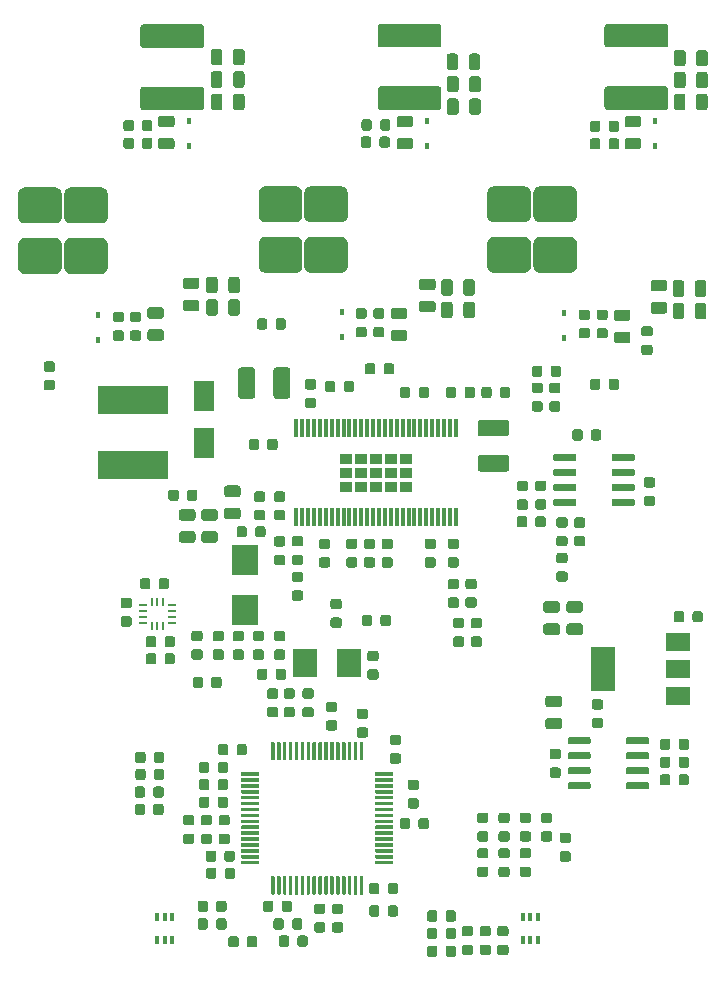
<source format=gbr>
G04 #@! TF.GenerationSoftware,KiCad,Pcbnew,(5.1.5-0-10_14)*
G04 #@! TF.CreationDate,2021-06-26T15:47:57+02:00*
G04 #@! TF.ProjectId,Cheap FOCer 2 60mm,43686561-7020-4464-9f43-657220322036,1.0*
G04 #@! TF.SameCoordinates,PX6979f40PYa1135a0*
G04 #@! TF.FileFunction,Paste,Top*
G04 #@! TF.FilePolarity,Positive*
%FSLAX46Y46*%
G04 Gerber Fmt 4.6, Leading zero omitted, Abs format (unit mm)*
G04 Created by KiCad (PCBNEW (5.1.5-0-10_14)) date 2021-06-26 15:47:57*
%MOMM*%
%LPD*%
G04 APERTURE LIST*
%ADD10R,0.450000X0.600000*%
%ADD11R,2.300000X2.500000*%
%ADD12C,0.150000*%
%ADD13R,1.800000X2.500000*%
%ADD14R,0.675000X0.250000*%
%ADD15R,0.250000X0.675000*%
%ADD16R,2.000000X1.500000*%
%ADD17R,2.000000X3.800000*%
%ADD18R,0.300000X1.550000*%
%ADD19R,1.030000X0.960000*%
%ADD20R,5.900000X2.450000*%
%ADD21R,2.000000X2.400000*%
%ADD22R,0.400000X0.650000*%
G04 APERTURE END LIST*
D10*
X7100000Y58050000D03*
X7100000Y60150000D03*
D11*
X19600000Y35150000D03*
X19600000Y39450000D03*
D12*
G36*
X37227691Y6773947D02*
G01*
X37248926Y6770797D01*
X37269750Y6765581D01*
X37289962Y6758349D01*
X37309368Y6749170D01*
X37327781Y6738134D01*
X37345024Y6725346D01*
X37360930Y6710930D01*
X37375346Y6695024D01*
X37388134Y6677781D01*
X37399170Y6659368D01*
X37408349Y6639962D01*
X37415581Y6619750D01*
X37420797Y6598926D01*
X37423947Y6577691D01*
X37425000Y6556250D01*
X37425000Y6043750D01*
X37423947Y6022309D01*
X37420797Y6001074D01*
X37415581Y5980250D01*
X37408349Y5960038D01*
X37399170Y5940632D01*
X37388134Y5922219D01*
X37375346Y5904976D01*
X37360930Y5889070D01*
X37345024Y5874654D01*
X37327781Y5861866D01*
X37309368Y5850830D01*
X37289962Y5841651D01*
X37269750Y5834419D01*
X37248926Y5829203D01*
X37227691Y5826053D01*
X37206250Y5825000D01*
X36768750Y5825000D01*
X36747309Y5826053D01*
X36726074Y5829203D01*
X36705250Y5834419D01*
X36685038Y5841651D01*
X36665632Y5850830D01*
X36647219Y5861866D01*
X36629976Y5874654D01*
X36614070Y5889070D01*
X36599654Y5904976D01*
X36586866Y5922219D01*
X36575830Y5940632D01*
X36566651Y5960038D01*
X36559419Y5980250D01*
X36554203Y6001074D01*
X36551053Y6022309D01*
X36550000Y6043750D01*
X36550000Y6556250D01*
X36551053Y6577691D01*
X36554203Y6598926D01*
X36559419Y6619750D01*
X36566651Y6639962D01*
X36575830Y6659368D01*
X36586866Y6677781D01*
X36599654Y6695024D01*
X36614070Y6710930D01*
X36629976Y6725346D01*
X36647219Y6738134D01*
X36665632Y6749170D01*
X36685038Y6758349D01*
X36705250Y6765581D01*
X36726074Y6770797D01*
X36747309Y6773947D01*
X36768750Y6775000D01*
X37206250Y6775000D01*
X37227691Y6773947D01*
G37*
G36*
X35652691Y6773947D02*
G01*
X35673926Y6770797D01*
X35694750Y6765581D01*
X35714962Y6758349D01*
X35734368Y6749170D01*
X35752781Y6738134D01*
X35770024Y6725346D01*
X35785930Y6710930D01*
X35800346Y6695024D01*
X35813134Y6677781D01*
X35824170Y6659368D01*
X35833349Y6639962D01*
X35840581Y6619750D01*
X35845797Y6598926D01*
X35848947Y6577691D01*
X35850000Y6556250D01*
X35850000Y6043750D01*
X35848947Y6022309D01*
X35845797Y6001074D01*
X35840581Y5980250D01*
X35833349Y5960038D01*
X35824170Y5940632D01*
X35813134Y5922219D01*
X35800346Y5904976D01*
X35785930Y5889070D01*
X35770024Y5874654D01*
X35752781Y5861866D01*
X35734368Y5850830D01*
X35714962Y5841651D01*
X35694750Y5834419D01*
X35673926Y5829203D01*
X35652691Y5826053D01*
X35631250Y5825000D01*
X35193750Y5825000D01*
X35172309Y5826053D01*
X35151074Y5829203D01*
X35130250Y5834419D01*
X35110038Y5841651D01*
X35090632Y5850830D01*
X35072219Y5861866D01*
X35054976Y5874654D01*
X35039070Y5889070D01*
X35024654Y5904976D01*
X35011866Y5922219D01*
X35000830Y5940632D01*
X34991651Y5960038D01*
X34984419Y5980250D01*
X34979203Y6001074D01*
X34976053Y6022309D01*
X34975000Y6043750D01*
X34975000Y6556250D01*
X34976053Y6577691D01*
X34979203Y6598926D01*
X34984419Y6619750D01*
X34991651Y6639962D01*
X35000830Y6659368D01*
X35011866Y6677781D01*
X35024654Y6695024D01*
X35039070Y6710930D01*
X35054976Y6725346D01*
X35072219Y6738134D01*
X35090632Y6749170D01*
X35110038Y6758349D01*
X35130250Y6765581D01*
X35151074Y6770797D01*
X35172309Y6773947D01*
X35193750Y6775000D01*
X35631250Y6775000D01*
X35652691Y6773947D01*
G37*
G36*
X37227691Y8273947D02*
G01*
X37248926Y8270797D01*
X37269750Y8265581D01*
X37289962Y8258349D01*
X37309368Y8249170D01*
X37327781Y8238134D01*
X37345024Y8225346D01*
X37360930Y8210930D01*
X37375346Y8195024D01*
X37388134Y8177781D01*
X37399170Y8159368D01*
X37408349Y8139962D01*
X37415581Y8119750D01*
X37420797Y8098926D01*
X37423947Y8077691D01*
X37425000Y8056250D01*
X37425000Y7543750D01*
X37423947Y7522309D01*
X37420797Y7501074D01*
X37415581Y7480250D01*
X37408349Y7460038D01*
X37399170Y7440632D01*
X37388134Y7422219D01*
X37375346Y7404976D01*
X37360930Y7389070D01*
X37345024Y7374654D01*
X37327781Y7361866D01*
X37309368Y7350830D01*
X37289962Y7341651D01*
X37269750Y7334419D01*
X37248926Y7329203D01*
X37227691Y7326053D01*
X37206250Y7325000D01*
X36768750Y7325000D01*
X36747309Y7326053D01*
X36726074Y7329203D01*
X36705250Y7334419D01*
X36685038Y7341651D01*
X36665632Y7350830D01*
X36647219Y7361866D01*
X36629976Y7374654D01*
X36614070Y7389070D01*
X36599654Y7404976D01*
X36586866Y7422219D01*
X36575830Y7440632D01*
X36566651Y7460038D01*
X36559419Y7480250D01*
X36554203Y7501074D01*
X36551053Y7522309D01*
X36550000Y7543750D01*
X36550000Y8056250D01*
X36551053Y8077691D01*
X36554203Y8098926D01*
X36559419Y8119750D01*
X36566651Y8139962D01*
X36575830Y8159368D01*
X36586866Y8177781D01*
X36599654Y8195024D01*
X36614070Y8210930D01*
X36629976Y8225346D01*
X36647219Y8238134D01*
X36665632Y8249170D01*
X36685038Y8258349D01*
X36705250Y8265581D01*
X36726074Y8270797D01*
X36747309Y8273947D01*
X36768750Y8275000D01*
X37206250Y8275000D01*
X37227691Y8273947D01*
G37*
G36*
X35652691Y8273947D02*
G01*
X35673926Y8270797D01*
X35694750Y8265581D01*
X35714962Y8258349D01*
X35734368Y8249170D01*
X35752781Y8238134D01*
X35770024Y8225346D01*
X35785930Y8210930D01*
X35800346Y8195024D01*
X35813134Y8177781D01*
X35824170Y8159368D01*
X35833349Y8139962D01*
X35840581Y8119750D01*
X35845797Y8098926D01*
X35848947Y8077691D01*
X35850000Y8056250D01*
X35850000Y7543750D01*
X35848947Y7522309D01*
X35845797Y7501074D01*
X35840581Y7480250D01*
X35833349Y7460038D01*
X35824170Y7440632D01*
X35813134Y7422219D01*
X35800346Y7404976D01*
X35785930Y7389070D01*
X35770024Y7374654D01*
X35752781Y7361866D01*
X35734368Y7350830D01*
X35714962Y7341651D01*
X35694750Y7334419D01*
X35673926Y7329203D01*
X35652691Y7326053D01*
X35631250Y7325000D01*
X35193750Y7325000D01*
X35172309Y7326053D01*
X35151074Y7329203D01*
X35130250Y7334419D01*
X35110038Y7341651D01*
X35090632Y7350830D01*
X35072219Y7361866D01*
X35054976Y7374654D01*
X35039070Y7389070D01*
X35024654Y7404976D01*
X35011866Y7422219D01*
X35000830Y7440632D01*
X34991651Y7460038D01*
X34984419Y7480250D01*
X34979203Y7501074D01*
X34976053Y7522309D01*
X34975000Y7543750D01*
X34975000Y8056250D01*
X34976053Y8077691D01*
X34979203Y8098926D01*
X34984419Y8119750D01*
X34991651Y8139962D01*
X35000830Y8159368D01*
X35011866Y8177781D01*
X35024654Y8195024D01*
X35039070Y8210930D01*
X35054976Y8225346D01*
X35072219Y8238134D01*
X35090632Y8249170D01*
X35110038Y8258349D01*
X35130250Y8265581D01*
X35151074Y8270797D01*
X35172309Y8273947D01*
X35193750Y8275000D01*
X35631250Y8275000D01*
X35652691Y8273947D01*
G37*
G36*
X37227691Y9748947D02*
G01*
X37248926Y9745797D01*
X37269750Y9740581D01*
X37289962Y9733349D01*
X37309368Y9724170D01*
X37327781Y9713134D01*
X37345024Y9700346D01*
X37360930Y9685930D01*
X37375346Y9670024D01*
X37388134Y9652781D01*
X37399170Y9634368D01*
X37408349Y9614962D01*
X37415581Y9594750D01*
X37420797Y9573926D01*
X37423947Y9552691D01*
X37425000Y9531250D01*
X37425000Y9018750D01*
X37423947Y8997309D01*
X37420797Y8976074D01*
X37415581Y8955250D01*
X37408349Y8935038D01*
X37399170Y8915632D01*
X37388134Y8897219D01*
X37375346Y8879976D01*
X37360930Y8864070D01*
X37345024Y8849654D01*
X37327781Y8836866D01*
X37309368Y8825830D01*
X37289962Y8816651D01*
X37269750Y8809419D01*
X37248926Y8804203D01*
X37227691Y8801053D01*
X37206250Y8800000D01*
X36768750Y8800000D01*
X36747309Y8801053D01*
X36726074Y8804203D01*
X36705250Y8809419D01*
X36685038Y8816651D01*
X36665632Y8825830D01*
X36647219Y8836866D01*
X36629976Y8849654D01*
X36614070Y8864070D01*
X36599654Y8879976D01*
X36586866Y8897219D01*
X36575830Y8915632D01*
X36566651Y8935038D01*
X36559419Y8955250D01*
X36554203Y8976074D01*
X36551053Y8997309D01*
X36550000Y9018750D01*
X36550000Y9531250D01*
X36551053Y9552691D01*
X36554203Y9573926D01*
X36559419Y9594750D01*
X36566651Y9614962D01*
X36575830Y9634368D01*
X36586866Y9652781D01*
X36599654Y9670024D01*
X36614070Y9685930D01*
X36629976Y9700346D01*
X36647219Y9713134D01*
X36665632Y9724170D01*
X36685038Y9733349D01*
X36705250Y9740581D01*
X36726074Y9745797D01*
X36747309Y9748947D01*
X36768750Y9750000D01*
X37206250Y9750000D01*
X37227691Y9748947D01*
G37*
G36*
X35652691Y9748947D02*
G01*
X35673926Y9745797D01*
X35694750Y9740581D01*
X35714962Y9733349D01*
X35734368Y9724170D01*
X35752781Y9713134D01*
X35770024Y9700346D01*
X35785930Y9685930D01*
X35800346Y9670024D01*
X35813134Y9652781D01*
X35824170Y9634368D01*
X35833349Y9614962D01*
X35840581Y9594750D01*
X35845797Y9573926D01*
X35848947Y9552691D01*
X35850000Y9531250D01*
X35850000Y9018750D01*
X35848947Y8997309D01*
X35845797Y8976074D01*
X35840581Y8955250D01*
X35833349Y8935038D01*
X35824170Y8915632D01*
X35813134Y8897219D01*
X35800346Y8879976D01*
X35785930Y8864070D01*
X35770024Y8849654D01*
X35752781Y8836866D01*
X35734368Y8825830D01*
X35714962Y8816651D01*
X35694750Y8809419D01*
X35673926Y8804203D01*
X35652691Y8801053D01*
X35631250Y8800000D01*
X35193750Y8800000D01*
X35172309Y8801053D01*
X35151074Y8804203D01*
X35130250Y8809419D01*
X35110038Y8816651D01*
X35090632Y8825830D01*
X35072219Y8836866D01*
X35054976Y8849654D01*
X35039070Y8864070D01*
X35024654Y8879976D01*
X35011866Y8897219D01*
X35000830Y8915632D01*
X34991651Y8935038D01*
X34984419Y8955250D01*
X34979203Y8976074D01*
X34976053Y8997309D01*
X34975000Y9018750D01*
X34975000Y9531250D01*
X34976053Y9552691D01*
X34979203Y9573926D01*
X34984419Y9594750D01*
X34991651Y9614962D01*
X35000830Y9634368D01*
X35011866Y9652781D01*
X35024654Y9670024D01*
X35039070Y9685930D01*
X35054976Y9700346D01*
X35072219Y9713134D01*
X35090632Y9724170D01*
X35110038Y9733349D01*
X35130250Y9740581D01*
X35151074Y9745797D01*
X35172309Y9748947D01*
X35193750Y9750000D01*
X35631250Y9750000D01*
X35652691Y9748947D01*
G37*
G36*
X23340191Y10573947D02*
G01*
X23361426Y10570797D01*
X23382250Y10565581D01*
X23402462Y10558349D01*
X23421868Y10549170D01*
X23440281Y10538134D01*
X23457524Y10525346D01*
X23473430Y10510930D01*
X23487846Y10495024D01*
X23500634Y10477781D01*
X23511670Y10459368D01*
X23520849Y10439962D01*
X23528081Y10419750D01*
X23533297Y10398926D01*
X23536447Y10377691D01*
X23537500Y10356250D01*
X23537500Y9843750D01*
X23536447Y9822309D01*
X23533297Y9801074D01*
X23528081Y9780250D01*
X23520849Y9760038D01*
X23511670Y9740632D01*
X23500634Y9722219D01*
X23487846Y9704976D01*
X23473430Y9689070D01*
X23457524Y9674654D01*
X23440281Y9661866D01*
X23421868Y9650830D01*
X23402462Y9641651D01*
X23382250Y9634419D01*
X23361426Y9629203D01*
X23340191Y9626053D01*
X23318750Y9625000D01*
X22881250Y9625000D01*
X22859809Y9626053D01*
X22838574Y9629203D01*
X22817750Y9634419D01*
X22797538Y9641651D01*
X22778132Y9650830D01*
X22759719Y9661866D01*
X22742476Y9674654D01*
X22726570Y9689070D01*
X22712154Y9704976D01*
X22699366Y9722219D01*
X22688330Y9740632D01*
X22679151Y9760038D01*
X22671919Y9780250D01*
X22666703Y9801074D01*
X22663553Y9822309D01*
X22662500Y9843750D01*
X22662500Y10356250D01*
X22663553Y10377691D01*
X22666703Y10398926D01*
X22671919Y10419750D01*
X22679151Y10439962D01*
X22688330Y10459368D01*
X22699366Y10477781D01*
X22712154Y10495024D01*
X22726570Y10510930D01*
X22742476Y10525346D01*
X22759719Y10538134D01*
X22778132Y10549170D01*
X22797538Y10558349D01*
X22817750Y10565581D01*
X22838574Y10570797D01*
X22859809Y10573947D01*
X22881250Y10575000D01*
X23318750Y10575000D01*
X23340191Y10573947D01*
G37*
G36*
X21765191Y10573947D02*
G01*
X21786426Y10570797D01*
X21807250Y10565581D01*
X21827462Y10558349D01*
X21846868Y10549170D01*
X21865281Y10538134D01*
X21882524Y10525346D01*
X21898430Y10510930D01*
X21912846Y10495024D01*
X21925634Y10477781D01*
X21936670Y10459368D01*
X21945849Y10439962D01*
X21953081Y10419750D01*
X21958297Y10398926D01*
X21961447Y10377691D01*
X21962500Y10356250D01*
X21962500Y9843750D01*
X21961447Y9822309D01*
X21958297Y9801074D01*
X21953081Y9780250D01*
X21945849Y9760038D01*
X21936670Y9740632D01*
X21925634Y9722219D01*
X21912846Y9704976D01*
X21898430Y9689070D01*
X21882524Y9674654D01*
X21865281Y9661866D01*
X21846868Y9650830D01*
X21827462Y9641651D01*
X21807250Y9634419D01*
X21786426Y9629203D01*
X21765191Y9626053D01*
X21743750Y9625000D01*
X21306250Y9625000D01*
X21284809Y9626053D01*
X21263574Y9629203D01*
X21242750Y9634419D01*
X21222538Y9641651D01*
X21203132Y9650830D01*
X21184719Y9661866D01*
X21167476Y9674654D01*
X21151570Y9689070D01*
X21137154Y9704976D01*
X21124366Y9722219D01*
X21113330Y9740632D01*
X21104151Y9760038D01*
X21096919Y9780250D01*
X21091703Y9801074D01*
X21088553Y9822309D01*
X21087500Y9843750D01*
X21087500Y10356250D01*
X21088553Y10377691D01*
X21091703Y10398926D01*
X21096919Y10419750D01*
X21104151Y10439962D01*
X21113330Y10459368D01*
X21124366Y10477781D01*
X21137154Y10495024D01*
X21151570Y10510930D01*
X21167476Y10525346D01*
X21184719Y10538134D01*
X21203132Y10549170D01*
X21222538Y10558349D01*
X21242750Y10565581D01*
X21263574Y10570797D01*
X21284809Y10573947D01*
X21306250Y10575000D01*
X21743750Y10575000D01*
X21765191Y10573947D01*
G37*
G36*
X24227691Y9073947D02*
G01*
X24248926Y9070797D01*
X24269750Y9065581D01*
X24289962Y9058349D01*
X24309368Y9049170D01*
X24327781Y9038134D01*
X24345024Y9025346D01*
X24360930Y9010930D01*
X24375346Y8995024D01*
X24388134Y8977781D01*
X24399170Y8959368D01*
X24408349Y8939962D01*
X24415581Y8919750D01*
X24420797Y8898926D01*
X24423947Y8877691D01*
X24425000Y8856250D01*
X24425000Y8343750D01*
X24423947Y8322309D01*
X24420797Y8301074D01*
X24415581Y8280250D01*
X24408349Y8260038D01*
X24399170Y8240632D01*
X24388134Y8222219D01*
X24375346Y8204976D01*
X24360930Y8189070D01*
X24345024Y8174654D01*
X24327781Y8161866D01*
X24309368Y8150830D01*
X24289962Y8141651D01*
X24269750Y8134419D01*
X24248926Y8129203D01*
X24227691Y8126053D01*
X24206250Y8125000D01*
X23768750Y8125000D01*
X23747309Y8126053D01*
X23726074Y8129203D01*
X23705250Y8134419D01*
X23685038Y8141651D01*
X23665632Y8150830D01*
X23647219Y8161866D01*
X23629976Y8174654D01*
X23614070Y8189070D01*
X23599654Y8204976D01*
X23586866Y8222219D01*
X23575830Y8240632D01*
X23566651Y8260038D01*
X23559419Y8280250D01*
X23554203Y8301074D01*
X23551053Y8322309D01*
X23550000Y8343750D01*
X23550000Y8856250D01*
X23551053Y8877691D01*
X23554203Y8898926D01*
X23559419Y8919750D01*
X23566651Y8939962D01*
X23575830Y8959368D01*
X23586866Y8977781D01*
X23599654Y8995024D01*
X23614070Y9010930D01*
X23629976Y9025346D01*
X23647219Y9038134D01*
X23665632Y9049170D01*
X23685038Y9058349D01*
X23705250Y9065581D01*
X23726074Y9070797D01*
X23747309Y9073947D01*
X23768750Y9075000D01*
X24206250Y9075000D01*
X24227691Y9073947D01*
G37*
G36*
X22652691Y9073947D02*
G01*
X22673926Y9070797D01*
X22694750Y9065581D01*
X22714962Y9058349D01*
X22734368Y9049170D01*
X22752781Y9038134D01*
X22770024Y9025346D01*
X22785930Y9010930D01*
X22800346Y8995024D01*
X22813134Y8977781D01*
X22824170Y8959368D01*
X22833349Y8939962D01*
X22840581Y8919750D01*
X22845797Y8898926D01*
X22848947Y8877691D01*
X22850000Y8856250D01*
X22850000Y8343750D01*
X22848947Y8322309D01*
X22845797Y8301074D01*
X22840581Y8280250D01*
X22833349Y8260038D01*
X22824170Y8240632D01*
X22813134Y8222219D01*
X22800346Y8204976D01*
X22785930Y8189070D01*
X22770024Y8174654D01*
X22752781Y8161866D01*
X22734368Y8150830D01*
X22714962Y8141651D01*
X22694750Y8134419D01*
X22673926Y8129203D01*
X22652691Y8126053D01*
X22631250Y8125000D01*
X22193750Y8125000D01*
X22172309Y8126053D01*
X22151074Y8129203D01*
X22130250Y8134419D01*
X22110038Y8141651D01*
X22090632Y8150830D01*
X22072219Y8161866D01*
X22054976Y8174654D01*
X22039070Y8189070D01*
X22024654Y8204976D01*
X22011866Y8222219D01*
X22000830Y8240632D01*
X21991651Y8260038D01*
X21984419Y8280250D01*
X21979203Y8301074D01*
X21976053Y8322309D01*
X21975000Y8343750D01*
X21975000Y8856250D01*
X21976053Y8877691D01*
X21979203Y8898926D01*
X21984419Y8919750D01*
X21991651Y8939962D01*
X22000830Y8959368D01*
X22011866Y8977781D01*
X22024654Y8995024D01*
X22039070Y9010930D01*
X22054976Y9025346D01*
X22072219Y9038134D01*
X22090632Y9049170D01*
X22110038Y9058349D01*
X22130250Y9065581D01*
X22151074Y9070797D01*
X22172309Y9073947D01*
X22193750Y9075000D01*
X22631250Y9075000D01*
X22652691Y9073947D01*
G37*
G36*
X24677691Y7623947D02*
G01*
X24698926Y7620797D01*
X24719750Y7615581D01*
X24739962Y7608349D01*
X24759368Y7599170D01*
X24777781Y7588134D01*
X24795024Y7575346D01*
X24810930Y7560930D01*
X24825346Y7545024D01*
X24838134Y7527781D01*
X24849170Y7509368D01*
X24858349Y7489962D01*
X24865581Y7469750D01*
X24870797Y7448926D01*
X24873947Y7427691D01*
X24875000Y7406250D01*
X24875000Y6893750D01*
X24873947Y6872309D01*
X24870797Y6851074D01*
X24865581Y6830250D01*
X24858349Y6810038D01*
X24849170Y6790632D01*
X24838134Y6772219D01*
X24825346Y6754976D01*
X24810930Y6739070D01*
X24795024Y6724654D01*
X24777781Y6711866D01*
X24759368Y6700830D01*
X24739962Y6691651D01*
X24719750Y6684419D01*
X24698926Y6679203D01*
X24677691Y6676053D01*
X24656250Y6675000D01*
X24218750Y6675000D01*
X24197309Y6676053D01*
X24176074Y6679203D01*
X24155250Y6684419D01*
X24135038Y6691651D01*
X24115632Y6700830D01*
X24097219Y6711866D01*
X24079976Y6724654D01*
X24064070Y6739070D01*
X24049654Y6754976D01*
X24036866Y6772219D01*
X24025830Y6790632D01*
X24016651Y6810038D01*
X24009419Y6830250D01*
X24004203Y6851074D01*
X24001053Y6872309D01*
X24000000Y6893750D01*
X24000000Y7406250D01*
X24001053Y7427691D01*
X24004203Y7448926D01*
X24009419Y7469750D01*
X24016651Y7489962D01*
X24025830Y7509368D01*
X24036866Y7527781D01*
X24049654Y7545024D01*
X24064070Y7560930D01*
X24079976Y7575346D01*
X24097219Y7588134D01*
X24115632Y7599170D01*
X24135038Y7608349D01*
X24155250Y7615581D01*
X24176074Y7620797D01*
X24197309Y7623947D01*
X24218750Y7625000D01*
X24656250Y7625000D01*
X24677691Y7623947D01*
G37*
G36*
X23102691Y7623947D02*
G01*
X23123926Y7620797D01*
X23144750Y7615581D01*
X23164962Y7608349D01*
X23184368Y7599170D01*
X23202781Y7588134D01*
X23220024Y7575346D01*
X23235930Y7560930D01*
X23250346Y7545024D01*
X23263134Y7527781D01*
X23274170Y7509368D01*
X23283349Y7489962D01*
X23290581Y7469750D01*
X23295797Y7448926D01*
X23298947Y7427691D01*
X23300000Y7406250D01*
X23300000Y6893750D01*
X23298947Y6872309D01*
X23295797Y6851074D01*
X23290581Y6830250D01*
X23283349Y6810038D01*
X23274170Y6790632D01*
X23263134Y6772219D01*
X23250346Y6754976D01*
X23235930Y6739070D01*
X23220024Y6724654D01*
X23202781Y6711866D01*
X23184368Y6700830D01*
X23164962Y6691651D01*
X23144750Y6684419D01*
X23123926Y6679203D01*
X23102691Y6676053D01*
X23081250Y6675000D01*
X22643750Y6675000D01*
X22622309Y6676053D01*
X22601074Y6679203D01*
X22580250Y6684419D01*
X22560038Y6691651D01*
X22540632Y6700830D01*
X22522219Y6711866D01*
X22504976Y6724654D01*
X22489070Y6739070D01*
X22474654Y6754976D01*
X22461866Y6772219D01*
X22450830Y6790632D01*
X22441651Y6810038D01*
X22434419Y6830250D01*
X22429203Y6851074D01*
X22426053Y6872309D01*
X22425000Y6893750D01*
X22425000Y7406250D01*
X22426053Y7427691D01*
X22429203Y7448926D01*
X22434419Y7469750D01*
X22441651Y7489962D01*
X22450830Y7509368D01*
X22461866Y7527781D01*
X22474654Y7545024D01*
X22489070Y7560930D01*
X22504976Y7575346D01*
X22522219Y7588134D01*
X22540632Y7599170D01*
X22560038Y7608349D01*
X22580250Y7615581D01*
X22601074Y7620797D01*
X22622309Y7623947D01*
X22643750Y7625000D01*
X23081250Y7625000D01*
X23102691Y7623947D01*
G37*
G36*
X46952691Y14748947D02*
G01*
X46973926Y14745797D01*
X46994750Y14740581D01*
X47014962Y14733349D01*
X47034368Y14724170D01*
X47052781Y14713134D01*
X47070024Y14700346D01*
X47085930Y14685930D01*
X47100346Y14670024D01*
X47113134Y14652781D01*
X47124170Y14634368D01*
X47133349Y14614962D01*
X47140581Y14594750D01*
X47145797Y14573926D01*
X47148947Y14552691D01*
X47150000Y14531250D01*
X47150000Y14093750D01*
X47148947Y14072309D01*
X47145797Y14051074D01*
X47140581Y14030250D01*
X47133349Y14010038D01*
X47124170Y13990632D01*
X47113134Y13972219D01*
X47100346Y13954976D01*
X47085930Y13939070D01*
X47070024Y13924654D01*
X47052781Y13911866D01*
X47034368Y13900830D01*
X47014962Y13891651D01*
X46994750Y13884419D01*
X46973926Y13879203D01*
X46952691Y13876053D01*
X46931250Y13875000D01*
X46418750Y13875000D01*
X46397309Y13876053D01*
X46376074Y13879203D01*
X46355250Y13884419D01*
X46335038Y13891651D01*
X46315632Y13900830D01*
X46297219Y13911866D01*
X46279976Y13924654D01*
X46264070Y13939070D01*
X46249654Y13954976D01*
X46236866Y13972219D01*
X46225830Y13990632D01*
X46216651Y14010038D01*
X46209419Y14030250D01*
X46204203Y14051074D01*
X46201053Y14072309D01*
X46200000Y14093750D01*
X46200000Y14531250D01*
X46201053Y14552691D01*
X46204203Y14573926D01*
X46209419Y14594750D01*
X46216651Y14614962D01*
X46225830Y14634368D01*
X46236866Y14652781D01*
X46249654Y14670024D01*
X46264070Y14685930D01*
X46279976Y14700346D01*
X46297219Y14713134D01*
X46315632Y14724170D01*
X46335038Y14733349D01*
X46355250Y14740581D01*
X46376074Y14745797D01*
X46397309Y14748947D01*
X46418750Y14750000D01*
X46931250Y14750000D01*
X46952691Y14748947D01*
G37*
G36*
X46952691Y16323947D02*
G01*
X46973926Y16320797D01*
X46994750Y16315581D01*
X47014962Y16308349D01*
X47034368Y16299170D01*
X47052781Y16288134D01*
X47070024Y16275346D01*
X47085930Y16260930D01*
X47100346Y16245024D01*
X47113134Y16227781D01*
X47124170Y16209368D01*
X47133349Y16189962D01*
X47140581Y16169750D01*
X47145797Y16148926D01*
X47148947Y16127691D01*
X47150000Y16106250D01*
X47150000Y15668750D01*
X47148947Y15647309D01*
X47145797Y15626074D01*
X47140581Y15605250D01*
X47133349Y15585038D01*
X47124170Y15565632D01*
X47113134Y15547219D01*
X47100346Y15529976D01*
X47085930Y15514070D01*
X47070024Y15499654D01*
X47052781Y15486866D01*
X47034368Y15475830D01*
X47014962Y15466651D01*
X46994750Y15459419D01*
X46973926Y15454203D01*
X46952691Y15451053D01*
X46931250Y15450000D01*
X46418750Y15450000D01*
X46397309Y15451053D01*
X46376074Y15454203D01*
X46355250Y15459419D01*
X46335038Y15466651D01*
X46315632Y15475830D01*
X46297219Y15486866D01*
X46279976Y15499654D01*
X46264070Y15514070D01*
X46249654Y15529976D01*
X46236866Y15547219D01*
X46225830Y15565632D01*
X46216651Y15585038D01*
X46209419Y15605250D01*
X46204203Y15626074D01*
X46201053Y15647309D01*
X46200000Y15668750D01*
X46200000Y16106250D01*
X46201053Y16127691D01*
X46204203Y16148926D01*
X46209419Y16169750D01*
X46216651Y16189962D01*
X46225830Y16209368D01*
X46236866Y16227781D01*
X46249654Y16245024D01*
X46264070Y16260930D01*
X46279976Y16275346D01*
X46297219Y16288134D01*
X46315632Y16299170D01*
X46335038Y16308349D01*
X46355250Y16315581D01*
X46376074Y16320797D01*
X46397309Y16323947D01*
X46418750Y16325000D01*
X46931250Y16325000D01*
X46952691Y16323947D01*
G37*
G36*
X58525142Y80748826D02*
G01*
X58548803Y80745316D01*
X58572007Y80739504D01*
X58594529Y80731446D01*
X58616153Y80721218D01*
X58636670Y80708921D01*
X58655883Y80694671D01*
X58673607Y80678607D01*
X58689671Y80660883D01*
X58703921Y80641670D01*
X58716218Y80621153D01*
X58726446Y80599529D01*
X58734504Y80577007D01*
X58740316Y80553803D01*
X58743826Y80530142D01*
X58745000Y80506250D01*
X58745000Y79593750D01*
X58743826Y79569858D01*
X58740316Y79546197D01*
X58734504Y79522993D01*
X58726446Y79500471D01*
X58716218Y79478847D01*
X58703921Y79458330D01*
X58689671Y79439117D01*
X58673607Y79421393D01*
X58655883Y79405329D01*
X58636670Y79391079D01*
X58616153Y79378782D01*
X58594529Y79368554D01*
X58572007Y79360496D01*
X58548803Y79354684D01*
X58525142Y79351174D01*
X58501250Y79350000D01*
X58013750Y79350000D01*
X57989858Y79351174D01*
X57966197Y79354684D01*
X57942993Y79360496D01*
X57920471Y79368554D01*
X57898847Y79378782D01*
X57878330Y79391079D01*
X57859117Y79405329D01*
X57841393Y79421393D01*
X57825329Y79439117D01*
X57811079Y79458330D01*
X57798782Y79478847D01*
X57788554Y79500471D01*
X57780496Y79522993D01*
X57774684Y79546197D01*
X57771174Y79569858D01*
X57770000Y79593750D01*
X57770000Y80506250D01*
X57771174Y80530142D01*
X57774684Y80553803D01*
X57780496Y80577007D01*
X57788554Y80599529D01*
X57798782Y80621153D01*
X57811079Y80641670D01*
X57825329Y80660883D01*
X57841393Y80678607D01*
X57859117Y80694671D01*
X57878330Y80708921D01*
X57898847Y80721218D01*
X57920471Y80731446D01*
X57942993Y80739504D01*
X57966197Y80745316D01*
X57989858Y80748826D01*
X58013750Y80750000D01*
X58501250Y80750000D01*
X58525142Y80748826D01*
G37*
G36*
X56650142Y80748826D02*
G01*
X56673803Y80745316D01*
X56697007Y80739504D01*
X56719529Y80731446D01*
X56741153Y80721218D01*
X56761670Y80708921D01*
X56780883Y80694671D01*
X56798607Y80678607D01*
X56814671Y80660883D01*
X56828921Y80641670D01*
X56841218Y80621153D01*
X56851446Y80599529D01*
X56859504Y80577007D01*
X56865316Y80553803D01*
X56868826Y80530142D01*
X56870000Y80506250D01*
X56870000Y79593750D01*
X56868826Y79569858D01*
X56865316Y79546197D01*
X56859504Y79522993D01*
X56851446Y79500471D01*
X56841218Y79478847D01*
X56828921Y79458330D01*
X56814671Y79439117D01*
X56798607Y79421393D01*
X56780883Y79405329D01*
X56761670Y79391079D01*
X56741153Y79378782D01*
X56719529Y79368554D01*
X56697007Y79360496D01*
X56673803Y79354684D01*
X56650142Y79351174D01*
X56626250Y79350000D01*
X56138750Y79350000D01*
X56114858Y79351174D01*
X56091197Y79354684D01*
X56067993Y79360496D01*
X56045471Y79368554D01*
X56023847Y79378782D01*
X56003330Y79391079D01*
X55984117Y79405329D01*
X55966393Y79421393D01*
X55950329Y79439117D01*
X55936079Y79458330D01*
X55923782Y79478847D01*
X55913554Y79500471D01*
X55905496Y79522993D01*
X55899684Y79546197D01*
X55896174Y79569858D01*
X55895000Y79593750D01*
X55895000Y80506250D01*
X55896174Y80530142D01*
X55899684Y80553803D01*
X55905496Y80577007D01*
X55913554Y80599529D01*
X55923782Y80621153D01*
X55936079Y80641670D01*
X55950329Y80660883D01*
X55966393Y80678607D01*
X55984117Y80694671D01*
X56003330Y80708921D01*
X56023847Y80721218D01*
X56045471Y80731446D01*
X56067993Y80739504D01*
X56091197Y80745316D01*
X56114858Y80748826D01*
X56138750Y80750000D01*
X56626250Y80750000D01*
X56650142Y80748826D01*
G37*
G36*
X58525142Y82598826D02*
G01*
X58548803Y82595316D01*
X58572007Y82589504D01*
X58594529Y82581446D01*
X58616153Y82571218D01*
X58636670Y82558921D01*
X58655883Y82544671D01*
X58673607Y82528607D01*
X58689671Y82510883D01*
X58703921Y82491670D01*
X58716218Y82471153D01*
X58726446Y82449529D01*
X58734504Y82427007D01*
X58740316Y82403803D01*
X58743826Y82380142D01*
X58745000Y82356250D01*
X58745000Y81443750D01*
X58743826Y81419858D01*
X58740316Y81396197D01*
X58734504Y81372993D01*
X58726446Y81350471D01*
X58716218Y81328847D01*
X58703921Y81308330D01*
X58689671Y81289117D01*
X58673607Y81271393D01*
X58655883Y81255329D01*
X58636670Y81241079D01*
X58616153Y81228782D01*
X58594529Y81218554D01*
X58572007Y81210496D01*
X58548803Y81204684D01*
X58525142Y81201174D01*
X58501250Y81200000D01*
X58013750Y81200000D01*
X57989858Y81201174D01*
X57966197Y81204684D01*
X57942993Y81210496D01*
X57920471Y81218554D01*
X57898847Y81228782D01*
X57878330Y81241079D01*
X57859117Y81255329D01*
X57841393Y81271393D01*
X57825329Y81289117D01*
X57811079Y81308330D01*
X57798782Y81328847D01*
X57788554Y81350471D01*
X57780496Y81372993D01*
X57774684Y81396197D01*
X57771174Y81419858D01*
X57770000Y81443750D01*
X57770000Y82356250D01*
X57771174Y82380142D01*
X57774684Y82403803D01*
X57780496Y82427007D01*
X57788554Y82449529D01*
X57798782Y82471153D01*
X57811079Y82491670D01*
X57825329Y82510883D01*
X57841393Y82528607D01*
X57859117Y82544671D01*
X57878330Y82558921D01*
X57898847Y82571218D01*
X57920471Y82581446D01*
X57942993Y82589504D01*
X57966197Y82595316D01*
X57989858Y82598826D01*
X58013750Y82600000D01*
X58501250Y82600000D01*
X58525142Y82598826D01*
G37*
G36*
X56650142Y82598826D02*
G01*
X56673803Y82595316D01*
X56697007Y82589504D01*
X56719529Y82581446D01*
X56741153Y82571218D01*
X56761670Y82558921D01*
X56780883Y82544671D01*
X56798607Y82528607D01*
X56814671Y82510883D01*
X56828921Y82491670D01*
X56841218Y82471153D01*
X56851446Y82449529D01*
X56859504Y82427007D01*
X56865316Y82403803D01*
X56868826Y82380142D01*
X56870000Y82356250D01*
X56870000Y81443750D01*
X56868826Y81419858D01*
X56865316Y81396197D01*
X56859504Y81372993D01*
X56851446Y81350471D01*
X56841218Y81328847D01*
X56828921Y81308330D01*
X56814671Y81289117D01*
X56798607Y81271393D01*
X56780883Y81255329D01*
X56761670Y81241079D01*
X56741153Y81228782D01*
X56719529Y81218554D01*
X56697007Y81210496D01*
X56673803Y81204684D01*
X56650142Y81201174D01*
X56626250Y81200000D01*
X56138750Y81200000D01*
X56114858Y81201174D01*
X56091197Y81204684D01*
X56067993Y81210496D01*
X56045471Y81218554D01*
X56023847Y81228782D01*
X56003330Y81241079D01*
X55984117Y81255329D01*
X55966393Y81271393D01*
X55950329Y81289117D01*
X55936079Y81308330D01*
X55923782Y81328847D01*
X55913554Y81350471D01*
X55905496Y81372993D01*
X55899684Y81396197D01*
X55896174Y81419858D01*
X55895000Y81443750D01*
X55895000Y82356250D01*
X55896174Y82380142D01*
X55899684Y82403803D01*
X55905496Y82427007D01*
X55913554Y82449529D01*
X55923782Y82471153D01*
X55936079Y82491670D01*
X55950329Y82510883D01*
X55966393Y82528607D01*
X55984117Y82544671D01*
X56003330Y82558921D01*
X56023847Y82571218D01*
X56045471Y82581446D01*
X56067993Y82589504D01*
X56091197Y82595316D01*
X56114858Y82598826D01*
X56138750Y82600000D01*
X56626250Y82600000D01*
X56650142Y82598826D01*
G37*
G36*
X39267642Y82298826D02*
G01*
X39291303Y82295316D01*
X39314507Y82289504D01*
X39337029Y82281446D01*
X39358653Y82271218D01*
X39379170Y82258921D01*
X39398383Y82244671D01*
X39416107Y82228607D01*
X39432171Y82210883D01*
X39446421Y82191670D01*
X39458718Y82171153D01*
X39468946Y82149529D01*
X39477004Y82127007D01*
X39482816Y82103803D01*
X39486326Y82080142D01*
X39487500Y82056250D01*
X39487500Y81143750D01*
X39486326Y81119858D01*
X39482816Y81096197D01*
X39477004Y81072993D01*
X39468946Y81050471D01*
X39458718Y81028847D01*
X39446421Y81008330D01*
X39432171Y80989117D01*
X39416107Y80971393D01*
X39398383Y80955329D01*
X39379170Y80941079D01*
X39358653Y80928782D01*
X39337029Y80918554D01*
X39314507Y80910496D01*
X39291303Y80904684D01*
X39267642Y80901174D01*
X39243750Y80900000D01*
X38756250Y80900000D01*
X38732358Y80901174D01*
X38708697Y80904684D01*
X38685493Y80910496D01*
X38662971Y80918554D01*
X38641347Y80928782D01*
X38620830Y80941079D01*
X38601617Y80955329D01*
X38583893Y80971393D01*
X38567829Y80989117D01*
X38553579Y81008330D01*
X38541282Y81028847D01*
X38531054Y81050471D01*
X38522996Y81072993D01*
X38517184Y81096197D01*
X38513674Y81119858D01*
X38512500Y81143750D01*
X38512500Y82056250D01*
X38513674Y82080142D01*
X38517184Y82103803D01*
X38522996Y82127007D01*
X38531054Y82149529D01*
X38541282Y82171153D01*
X38553579Y82191670D01*
X38567829Y82210883D01*
X38583893Y82228607D01*
X38601617Y82244671D01*
X38620830Y82258921D01*
X38641347Y82271218D01*
X38662971Y82281446D01*
X38685493Y82289504D01*
X38708697Y82295316D01*
X38732358Y82298826D01*
X38756250Y82300000D01*
X39243750Y82300000D01*
X39267642Y82298826D01*
G37*
G36*
X37392642Y82298826D02*
G01*
X37416303Y82295316D01*
X37439507Y82289504D01*
X37462029Y82281446D01*
X37483653Y82271218D01*
X37504170Y82258921D01*
X37523383Y82244671D01*
X37541107Y82228607D01*
X37557171Y82210883D01*
X37571421Y82191670D01*
X37583718Y82171153D01*
X37593946Y82149529D01*
X37602004Y82127007D01*
X37607816Y82103803D01*
X37611326Y82080142D01*
X37612500Y82056250D01*
X37612500Y81143750D01*
X37611326Y81119858D01*
X37607816Y81096197D01*
X37602004Y81072993D01*
X37593946Y81050471D01*
X37583718Y81028847D01*
X37571421Y81008330D01*
X37557171Y80989117D01*
X37541107Y80971393D01*
X37523383Y80955329D01*
X37504170Y80941079D01*
X37483653Y80928782D01*
X37462029Y80918554D01*
X37439507Y80910496D01*
X37416303Y80904684D01*
X37392642Y80901174D01*
X37368750Y80900000D01*
X36881250Y80900000D01*
X36857358Y80901174D01*
X36833697Y80904684D01*
X36810493Y80910496D01*
X36787971Y80918554D01*
X36766347Y80928782D01*
X36745830Y80941079D01*
X36726617Y80955329D01*
X36708893Y80971393D01*
X36692829Y80989117D01*
X36678579Y81008330D01*
X36666282Y81028847D01*
X36656054Y81050471D01*
X36647996Y81072993D01*
X36642184Y81096197D01*
X36638674Y81119858D01*
X36637500Y81143750D01*
X36637500Y82056250D01*
X36638674Y82080142D01*
X36642184Y82103803D01*
X36647996Y82127007D01*
X36656054Y82149529D01*
X36666282Y82171153D01*
X36678579Y82191670D01*
X36692829Y82210883D01*
X36708893Y82228607D01*
X36726617Y82244671D01*
X36745830Y82258921D01*
X36766347Y82271218D01*
X36787971Y82281446D01*
X36810493Y82289504D01*
X36833697Y82295316D01*
X36857358Y82298826D01*
X36881250Y82300000D01*
X37368750Y82300000D01*
X37392642Y82298826D01*
G37*
G36*
X39305142Y80398826D02*
G01*
X39328803Y80395316D01*
X39352007Y80389504D01*
X39374529Y80381446D01*
X39396153Y80371218D01*
X39416670Y80358921D01*
X39435883Y80344671D01*
X39453607Y80328607D01*
X39469671Y80310883D01*
X39483921Y80291670D01*
X39496218Y80271153D01*
X39506446Y80249529D01*
X39514504Y80227007D01*
X39520316Y80203803D01*
X39523826Y80180142D01*
X39525000Y80156250D01*
X39525000Y79243750D01*
X39523826Y79219858D01*
X39520316Y79196197D01*
X39514504Y79172993D01*
X39506446Y79150471D01*
X39496218Y79128847D01*
X39483921Y79108330D01*
X39469671Y79089117D01*
X39453607Y79071393D01*
X39435883Y79055329D01*
X39416670Y79041079D01*
X39396153Y79028782D01*
X39374529Y79018554D01*
X39352007Y79010496D01*
X39328803Y79004684D01*
X39305142Y79001174D01*
X39281250Y79000000D01*
X38793750Y79000000D01*
X38769858Y79001174D01*
X38746197Y79004684D01*
X38722993Y79010496D01*
X38700471Y79018554D01*
X38678847Y79028782D01*
X38658330Y79041079D01*
X38639117Y79055329D01*
X38621393Y79071393D01*
X38605329Y79089117D01*
X38591079Y79108330D01*
X38578782Y79128847D01*
X38568554Y79150471D01*
X38560496Y79172993D01*
X38554684Y79196197D01*
X38551174Y79219858D01*
X38550000Y79243750D01*
X38550000Y80156250D01*
X38551174Y80180142D01*
X38554684Y80203803D01*
X38560496Y80227007D01*
X38568554Y80249529D01*
X38578782Y80271153D01*
X38591079Y80291670D01*
X38605329Y80310883D01*
X38621393Y80328607D01*
X38639117Y80344671D01*
X38658330Y80358921D01*
X38678847Y80371218D01*
X38700471Y80381446D01*
X38722993Y80389504D01*
X38746197Y80395316D01*
X38769858Y80398826D01*
X38793750Y80400000D01*
X39281250Y80400000D01*
X39305142Y80398826D01*
G37*
G36*
X37430142Y80398826D02*
G01*
X37453803Y80395316D01*
X37477007Y80389504D01*
X37499529Y80381446D01*
X37521153Y80371218D01*
X37541670Y80358921D01*
X37560883Y80344671D01*
X37578607Y80328607D01*
X37594671Y80310883D01*
X37608921Y80291670D01*
X37621218Y80271153D01*
X37631446Y80249529D01*
X37639504Y80227007D01*
X37645316Y80203803D01*
X37648826Y80180142D01*
X37650000Y80156250D01*
X37650000Y79243750D01*
X37648826Y79219858D01*
X37645316Y79196197D01*
X37639504Y79172993D01*
X37631446Y79150471D01*
X37621218Y79128847D01*
X37608921Y79108330D01*
X37594671Y79089117D01*
X37578607Y79071393D01*
X37560883Y79055329D01*
X37541670Y79041079D01*
X37521153Y79028782D01*
X37499529Y79018554D01*
X37477007Y79010496D01*
X37453803Y79004684D01*
X37430142Y79001174D01*
X37406250Y79000000D01*
X36918750Y79000000D01*
X36894858Y79001174D01*
X36871197Y79004684D01*
X36847993Y79010496D01*
X36825471Y79018554D01*
X36803847Y79028782D01*
X36783330Y79041079D01*
X36764117Y79055329D01*
X36746393Y79071393D01*
X36730329Y79089117D01*
X36716079Y79108330D01*
X36703782Y79128847D01*
X36693554Y79150471D01*
X36685496Y79172993D01*
X36679684Y79196197D01*
X36676174Y79219858D01*
X36675000Y79243750D01*
X36675000Y80156250D01*
X36676174Y80180142D01*
X36679684Y80203803D01*
X36685496Y80227007D01*
X36693554Y80249529D01*
X36703782Y80271153D01*
X36716079Y80291670D01*
X36730329Y80310883D01*
X36746393Y80328607D01*
X36764117Y80344671D01*
X36783330Y80358921D01*
X36803847Y80371218D01*
X36825471Y80381446D01*
X36847993Y80389504D01*
X36871197Y80395316D01*
X36894858Y80398826D01*
X36918750Y80400000D01*
X37406250Y80400000D01*
X37430142Y80398826D01*
G37*
G36*
X56630142Y78898826D02*
G01*
X56653803Y78895316D01*
X56677007Y78889504D01*
X56699529Y78881446D01*
X56721153Y78871218D01*
X56741670Y78858921D01*
X56760883Y78844671D01*
X56778607Y78828607D01*
X56794671Y78810883D01*
X56808921Y78791670D01*
X56821218Y78771153D01*
X56831446Y78749529D01*
X56839504Y78727007D01*
X56845316Y78703803D01*
X56848826Y78680142D01*
X56850000Y78656250D01*
X56850000Y77743750D01*
X56848826Y77719858D01*
X56845316Y77696197D01*
X56839504Y77672993D01*
X56831446Y77650471D01*
X56821218Y77628847D01*
X56808921Y77608330D01*
X56794671Y77589117D01*
X56778607Y77571393D01*
X56760883Y77555329D01*
X56741670Y77541079D01*
X56721153Y77528782D01*
X56699529Y77518554D01*
X56677007Y77510496D01*
X56653803Y77504684D01*
X56630142Y77501174D01*
X56606250Y77500000D01*
X56118750Y77500000D01*
X56094858Y77501174D01*
X56071197Y77504684D01*
X56047993Y77510496D01*
X56025471Y77518554D01*
X56003847Y77528782D01*
X55983330Y77541079D01*
X55964117Y77555329D01*
X55946393Y77571393D01*
X55930329Y77589117D01*
X55916079Y77608330D01*
X55903782Y77628847D01*
X55893554Y77650471D01*
X55885496Y77672993D01*
X55879684Y77696197D01*
X55876174Y77719858D01*
X55875000Y77743750D01*
X55875000Y78656250D01*
X55876174Y78680142D01*
X55879684Y78703803D01*
X55885496Y78727007D01*
X55893554Y78749529D01*
X55903782Y78771153D01*
X55916079Y78791670D01*
X55930329Y78810883D01*
X55946393Y78828607D01*
X55964117Y78844671D01*
X55983330Y78858921D01*
X56003847Y78871218D01*
X56025471Y78881446D01*
X56047993Y78889504D01*
X56071197Y78895316D01*
X56094858Y78898826D01*
X56118750Y78900000D01*
X56606250Y78900000D01*
X56630142Y78898826D01*
G37*
G36*
X58505142Y78898826D02*
G01*
X58528803Y78895316D01*
X58552007Y78889504D01*
X58574529Y78881446D01*
X58596153Y78871218D01*
X58616670Y78858921D01*
X58635883Y78844671D01*
X58653607Y78828607D01*
X58669671Y78810883D01*
X58683921Y78791670D01*
X58696218Y78771153D01*
X58706446Y78749529D01*
X58714504Y78727007D01*
X58720316Y78703803D01*
X58723826Y78680142D01*
X58725000Y78656250D01*
X58725000Y77743750D01*
X58723826Y77719858D01*
X58720316Y77696197D01*
X58714504Y77672993D01*
X58706446Y77650471D01*
X58696218Y77628847D01*
X58683921Y77608330D01*
X58669671Y77589117D01*
X58653607Y77571393D01*
X58635883Y77555329D01*
X58616670Y77541079D01*
X58596153Y77528782D01*
X58574529Y77518554D01*
X58552007Y77510496D01*
X58528803Y77504684D01*
X58505142Y77501174D01*
X58481250Y77500000D01*
X57993750Y77500000D01*
X57969858Y77501174D01*
X57946197Y77504684D01*
X57922993Y77510496D01*
X57900471Y77518554D01*
X57878847Y77528782D01*
X57858330Y77541079D01*
X57839117Y77555329D01*
X57821393Y77571393D01*
X57805329Y77589117D01*
X57791079Y77608330D01*
X57778782Y77628847D01*
X57768554Y77650471D01*
X57760496Y77672993D01*
X57754684Y77696197D01*
X57751174Y77719858D01*
X57750000Y77743750D01*
X57750000Y78656250D01*
X57751174Y78680142D01*
X57754684Y78703803D01*
X57760496Y78727007D01*
X57768554Y78749529D01*
X57778782Y78771153D01*
X57791079Y78791670D01*
X57805329Y78810883D01*
X57821393Y78828607D01*
X57839117Y78844671D01*
X57858330Y78858921D01*
X57878847Y78871218D01*
X57900471Y78881446D01*
X57922993Y78889504D01*
X57946197Y78895316D01*
X57969858Y78898826D01*
X57993750Y78900000D01*
X58481250Y78900000D01*
X58505142Y78898826D01*
G37*
G36*
X37430142Y78498826D02*
G01*
X37453803Y78495316D01*
X37477007Y78489504D01*
X37499529Y78481446D01*
X37521153Y78471218D01*
X37541670Y78458921D01*
X37560883Y78444671D01*
X37578607Y78428607D01*
X37594671Y78410883D01*
X37608921Y78391670D01*
X37621218Y78371153D01*
X37631446Y78349529D01*
X37639504Y78327007D01*
X37645316Y78303803D01*
X37648826Y78280142D01*
X37650000Y78256250D01*
X37650000Y77343750D01*
X37648826Y77319858D01*
X37645316Y77296197D01*
X37639504Y77272993D01*
X37631446Y77250471D01*
X37621218Y77228847D01*
X37608921Y77208330D01*
X37594671Y77189117D01*
X37578607Y77171393D01*
X37560883Y77155329D01*
X37541670Y77141079D01*
X37521153Y77128782D01*
X37499529Y77118554D01*
X37477007Y77110496D01*
X37453803Y77104684D01*
X37430142Y77101174D01*
X37406250Y77100000D01*
X36918750Y77100000D01*
X36894858Y77101174D01*
X36871197Y77104684D01*
X36847993Y77110496D01*
X36825471Y77118554D01*
X36803847Y77128782D01*
X36783330Y77141079D01*
X36764117Y77155329D01*
X36746393Y77171393D01*
X36730329Y77189117D01*
X36716079Y77208330D01*
X36703782Y77228847D01*
X36693554Y77250471D01*
X36685496Y77272993D01*
X36679684Y77296197D01*
X36676174Y77319858D01*
X36675000Y77343750D01*
X36675000Y78256250D01*
X36676174Y78280142D01*
X36679684Y78303803D01*
X36685496Y78327007D01*
X36693554Y78349529D01*
X36703782Y78371153D01*
X36716079Y78391670D01*
X36730329Y78410883D01*
X36746393Y78428607D01*
X36764117Y78444671D01*
X36783330Y78458921D01*
X36803847Y78471218D01*
X36825471Y78481446D01*
X36847993Y78489504D01*
X36871197Y78495316D01*
X36894858Y78498826D01*
X36918750Y78500000D01*
X37406250Y78500000D01*
X37430142Y78498826D01*
G37*
G36*
X39305142Y78498826D02*
G01*
X39328803Y78495316D01*
X39352007Y78489504D01*
X39374529Y78481446D01*
X39396153Y78471218D01*
X39416670Y78458921D01*
X39435883Y78444671D01*
X39453607Y78428607D01*
X39469671Y78410883D01*
X39483921Y78391670D01*
X39496218Y78371153D01*
X39506446Y78349529D01*
X39514504Y78327007D01*
X39520316Y78303803D01*
X39523826Y78280142D01*
X39525000Y78256250D01*
X39525000Y77343750D01*
X39523826Y77319858D01*
X39520316Y77296197D01*
X39514504Y77272993D01*
X39506446Y77250471D01*
X39496218Y77228847D01*
X39483921Y77208330D01*
X39469671Y77189117D01*
X39453607Y77171393D01*
X39435883Y77155329D01*
X39416670Y77141079D01*
X39396153Y77128782D01*
X39374529Y77118554D01*
X39352007Y77110496D01*
X39328803Y77104684D01*
X39305142Y77101174D01*
X39281250Y77100000D01*
X38793750Y77100000D01*
X38769858Y77101174D01*
X38746197Y77104684D01*
X38722993Y77110496D01*
X38700471Y77118554D01*
X38678847Y77128782D01*
X38658330Y77141079D01*
X38639117Y77155329D01*
X38621393Y77171393D01*
X38605329Y77189117D01*
X38591079Y77208330D01*
X38578782Y77228847D01*
X38568554Y77250471D01*
X38560496Y77272993D01*
X38554684Y77296197D01*
X38551174Y77319858D01*
X38550000Y77343750D01*
X38550000Y78256250D01*
X38551174Y78280142D01*
X38554684Y78303803D01*
X38560496Y78327007D01*
X38568554Y78349529D01*
X38578782Y78371153D01*
X38591079Y78391670D01*
X38605329Y78410883D01*
X38621393Y78428607D01*
X38639117Y78444671D01*
X38658330Y78458921D01*
X38678847Y78471218D01*
X38700471Y78481446D01*
X38722993Y78489504D01*
X38746197Y78495316D01*
X38769858Y78498826D01*
X38793750Y78500000D01*
X39281250Y78500000D01*
X39305142Y78498826D01*
G37*
D10*
X46600000Y58250000D03*
X46600000Y60350000D03*
X54300000Y74450000D03*
X54300000Y76550000D03*
X35000000Y74450000D03*
X35000000Y76550000D03*
D12*
G36*
X41699504Y51298796D02*
G01*
X41723773Y51295196D01*
X41747571Y51289235D01*
X41770671Y51280970D01*
X41792849Y51270480D01*
X41813893Y51257867D01*
X41833598Y51243253D01*
X41851777Y51226777D01*
X41868253Y51208598D01*
X41882867Y51188893D01*
X41895480Y51167849D01*
X41905970Y51145671D01*
X41914235Y51122571D01*
X41920196Y51098773D01*
X41923796Y51074504D01*
X41925000Y51050000D01*
X41925000Y50125000D01*
X41923796Y50100496D01*
X41920196Y50076227D01*
X41914235Y50052429D01*
X41905970Y50029329D01*
X41895480Y50007151D01*
X41882867Y49986107D01*
X41868253Y49966402D01*
X41851777Y49948223D01*
X41833598Y49931747D01*
X41813893Y49917133D01*
X41792849Y49904520D01*
X41770671Y49894030D01*
X41747571Y49885765D01*
X41723773Y49879804D01*
X41699504Y49876204D01*
X41675000Y49875000D01*
X39525000Y49875000D01*
X39500496Y49876204D01*
X39476227Y49879804D01*
X39452429Y49885765D01*
X39429329Y49894030D01*
X39407151Y49904520D01*
X39386107Y49917133D01*
X39366402Y49931747D01*
X39348223Y49948223D01*
X39331747Y49966402D01*
X39317133Y49986107D01*
X39304520Y50007151D01*
X39294030Y50029329D01*
X39285765Y50052429D01*
X39279804Y50076227D01*
X39276204Y50100496D01*
X39275000Y50125000D01*
X39275000Y51050000D01*
X39276204Y51074504D01*
X39279804Y51098773D01*
X39285765Y51122571D01*
X39294030Y51145671D01*
X39304520Y51167849D01*
X39317133Y51188893D01*
X39331747Y51208598D01*
X39348223Y51226777D01*
X39366402Y51243253D01*
X39386107Y51257867D01*
X39407151Y51270480D01*
X39429329Y51280970D01*
X39452429Y51289235D01*
X39476227Y51295196D01*
X39500496Y51298796D01*
X39525000Y51300000D01*
X41675000Y51300000D01*
X41699504Y51298796D01*
G37*
G36*
X41699504Y48323796D02*
G01*
X41723773Y48320196D01*
X41747571Y48314235D01*
X41770671Y48305970D01*
X41792849Y48295480D01*
X41813893Y48282867D01*
X41833598Y48268253D01*
X41851777Y48251777D01*
X41868253Y48233598D01*
X41882867Y48213893D01*
X41895480Y48192849D01*
X41905970Y48170671D01*
X41914235Y48147571D01*
X41920196Y48123773D01*
X41923796Y48099504D01*
X41925000Y48075000D01*
X41925000Y47150000D01*
X41923796Y47125496D01*
X41920196Y47101227D01*
X41914235Y47077429D01*
X41905970Y47054329D01*
X41895480Y47032151D01*
X41882867Y47011107D01*
X41868253Y46991402D01*
X41851777Y46973223D01*
X41833598Y46956747D01*
X41813893Y46942133D01*
X41792849Y46929520D01*
X41770671Y46919030D01*
X41747571Y46910765D01*
X41723773Y46904804D01*
X41699504Y46901204D01*
X41675000Y46900000D01*
X39525000Y46900000D01*
X39500496Y46901204D01*
X39476227Y46904804D01*
X39452429Y46910765D01*
X39429329Y46919030D01*
X39407151Y46929520D01*
X39386107Y46942133D01*
X39366402Y46956747D01*
X39348223Y46973223D01*
X39331747Y46991402D01*
X39317133Y47011107D01*
X39304520Y47032151D01*
X39294030Y47054329D01*
X39285765Y47077429D01*
X39279804Y47101227D01*
X39276204Y47125496D01*
X39275000Y47150000D01*
X39275000Y48075000D01*
X39276204Y48099504D01*
X39279804Y48123773D01*
X39285765Y48147571D01*
X39294030Y48170671D01*
X39304520Y48192849D01*
X39317133Y48213893D01*
X39331747Y48233598D01*
X39348223Y48251777D01*
X39366402Y48268253D01*
X39386107Y48282867D01*
X39407151Y48295480D01*
X39429329Y48305970D01*
X39452429Y48314235D01*
X39476227Y48320196D01*
X39500496Y48323796D01*
X39525000Y48325000D01*
X41675000Y48325000D01*
X41699504Y48323796D01*
G37*
G36*
X23174504Y55723796D02*
G01*
X23198773Y55720196D01*
X23222571Y55714235D01*
X23245671Y55705970D01*
X23267849Y55695480D01*
X23288893Y55682867D01*
X23308598Y55668253D01*
X23326777Y55651777D01*
X23343253Y55633598D01*
X23357867Y55613893D01*
X23370480Y55592849D01*
X23380970Y55570671D01*
X23389235Y55547571D01*
X23395196Y55523773D01*
X23398796Y55499504D01*
X23400000Y55475000D01*
X23400000Y53325000D01*
X23398796Y53300496D01*
X23395196Y53276227D01*
X23389235Y53252429D01*
X23380970Y53229329D01*
X23370480Y53207151D01*
X23357867Y53186107D01*
X23343253Y53166402D01*
X23326777Y53148223D01*
X23308598Y53131747D01*
X23288893Y53117133D01*
X23267849Y53104520D01*
X23245671Y53094030D01*
X23222571Y53085765D01*
X23198773Y53079804D01*
X23174504Y53076204D01*
X23150000Y53075000D01*
X22225000Y53075000D01*
X22200496Y53076204D01*
X22176227Y53079804D01*
X22152429Y53085765D01*
X22129329Y53094030D01*
X22107151Y53104520D01*
X22086107Y53117133D01*
X22066402Y53131747D01*
X22048223Y53148223D01*
X22031747Y53166402D01*
X22017133Y53186107D01*
X22004520Y53207151D01*
X21994030Y53229329D01*
X21985765Y53252429D01*
X21979804Y53276227D01*
X21976204Y53300496D01*
X21975000Y53325000D01*
X21975000Y55475000D01*
X21976204Y55499504D01*
X21979804Y55523773D01*
X21985765Y55547571D01*
X21994030Y55570671D01*
X22004520Y55592849D01*
X22017133Y55613893D01*
X22031747Y55633598D01*
X22048223Y55651777D01*
X22066402Y55668253D01*
X22086107Y55682867D01*
X22107151Y55695480D01*
X22129329Y55705970D01*
X22152429Y55714235D01*
X22176227Y55720196D01*
X22200496Y55723796D01*
X22225000Y55725000D01*
X23150000Y55725000D01*
X23174504Y55723796D01*
G37*
G36*
X20199504Y55723796D02*
G01*
X20223773Y55720196D01*
X20247571Y55714235D01*
X20270671Y55705970D01*
X20292849Y55695480D01*
X20313893Y55682867D01*
X20333598Y55668253D01*
X20351777Y55651777D01*
X20368253Y55633598D01*
X20382867Y55613893D01*
X20395480Y55592849D01*
X20405970Y55570671D01*
X20414235Y55547571D01*
X20420196Y55523773D01*
X20423796Y55499504D01*
X20425000Y55475000D01*
X20425000Y53325000D01*
X20423796Y53300496D01*
X20420196Y53276227D01*
X20414235Y53252429D01*
X20405970Y53229329D01*
X20395480Y53207151D01*
X20382867Y53186107D01*
X20368253Y53166402D01*
X20351777Y53148223D01*
X20333598Y53131747D01*
X20313893Y53117133D01*
X20292849Y53104520D01*
X20270671Y53094030D01*
X20247571Y53085765D01*
X20223773Y53079804D01*
X20199504Y53076204D01*
X20175000Y53075000D01*
X19250000Y53075000D01*
X19225496Y53076204D01*
X19201227Y53079804D01*
X19177429Y53085765D01*
X19154329Y53094030D01*
X19132151Y53104520D01*
X19111107Y53117133D01*
X19091402Y53131747D01*
X19073223Y53148223D01*
X19056747Y53166402D01*
X19042133Y53186107D01*
X19029520Y53207151D01*
X19019030Y53229329D01*
X19010765Y53252429D01*
X19004804Y53276227D01*
X19001204Y53300496D01*
X19000000Y53325000D01*
X19000000Y55475000D01*
X19001204Y55499504D01*
X19004804Y55523773D01*
X19010765Y55547571D01*
X19019030Y55570671D01*
X19029520Y55592849D01*
X19042133Y55613893D01*
X19056747Y55633598D01*
X19073223Y55651777D01*
X19091402Y55668253D01*
X19111107Y55682867D01*
X19132151Y55695480D01*
X19154329Y55705970D01*
X19177429Y55714235D01*
X19201227Y55720196D01*
X19225496Y55723796D01*
X19250000Y55725000D01*
X20175000Y55725000D01*
X20199504Y55723796D01*
G37*
D10*
X27800000Y58300000D03*
X27800000Y60400000D03*
D12*
G36*
X19305142Y82698826D02*
G01*
X19328803Y82695316D01*
X19352007Y82689504D01*
X19374529Y82681446D01*
X19396153Y82671218D01*
X19416670Y82658921D01*
X19435883Y82644671D01*
X19453607Y82628607D01*
X19469671Y82610883D01*
X19483921Y82591670D01*
X19496218Y82571153D01*
X19506446Y82549529D01*
X19514504Y82527007D01*
X19520316Y82503803D01*
X19523826Y82480142D01*
X19525000Y82456250D01*
X19525000Y81543750D01*
X19523826Y81519858D01*
X19520316Y81496197D01*
X19514504Y81472993D01*
X19506446Y81450471D01*
X19496218Y81428847D01*
X19483921Y81408330D01*
X19469671Y81389117D01*
X19453607Y81371393D01*
X19435883Y81355329D01*
X19416670Y81341079D01*
X19396153Y81328782D01*
X19374529Y81318554D01*
X19352007Y81310496D01*
X19328803Y81304684D01*
X19305142Y81301174D01*
X19281250Y81300000D01*
X18793750Y81300000D01*
X18769858Y81301174D01*
X18746197Y81304684D01*
X18722993Y81310496D01*
X18700471Y81318554D01*
X18678847Y81328782D01*
X18658330Y81341079D01*
X18639117Y81355329D01*
X18621393Y81371393D01*
X18605329Y81389117D01*
X18591079Y81408330D01*
X18578782Y81428847D01*
X18568554Y81450471D01*
X18560496Y81472993D01*
X18554684Y81496197D01*
X18551174Y81519858D01*
X18550000Y81543750D01*
X18550000Y82456250D01*
X18551174Y82480142D01*
X18554684Y82503803D01*
X18560496Y82527007D01*
X18568554Y82549529D01*
X18578782Y82571153D01*
X18591079Y82591670D01*
X18605329Y82610883D01*
X18621393Y82628607D01*
X18639117Y82644671D01*
X18658330Y82658921D01*
X18678847Y82671218D01*
X18700471Y82681446D01*
X18722993Y82689504D01*
X18746197Y82695316D01*
X18769858Y82698826D01*
X18793750Y82700000D01*
X19281250Y82700000D01*
X19305142Y82698826D01*
G37*
G36*
X17430142Y82698826D02*
G01*
X17453803Y82695316D01*
X17477007Y82689504D01*
X17499529Y82681446D01*
X17521153Y82671218D01*
X17541670Y82658921D01*
X17560883Y82644671D01*
X17578607Y82628607D01*
X17594671Y82610883D01*
X17608921Y82591670D01*
X17621218Y82571153D01*
X17631446Y82549529D01*
X17639504Y82527007D01*
X17645316Y82503803D01*
X17648826Y82480142D01*
X17650000Y82456250D01*
X17650000Y81543750D01*
X17648826Y81519858D01*
X17645316Y81496197D01*
X17639504Y81472993D01*
X17631446Y81450471D01*
X17621218Y81428847D01*
X17608921Y81408330D01*
X17594671Y81389117D01*
X17578607Y81371393D01*
X17560883Y81355329D01*
X17541670Y81341079D01*
X17521153Y81328782D01*
X17499529Y81318554D01*
X17477007Y81310496D01*
X17453803Y81304684D01*
X17430142Y81301174D01*
X17406250Y81300000D01*
X16918750Y81300000D01*
X16894858Y81301174D01*
X16871197Y81304684D01*
X16847993Y81310496D01*
X16825471Y81318554D01*
X16803847Y81328782D01*
X16783330Y81341079D01*
X16764117Y81355329D01*
X16746393Y81371393D01*
X16730329Y81389117D01*
X16716079Y81408330D01*
X16703782Y81428847D01*
X16693554Y81450471D01*
X16685496Y81472993D01*
X16679684Y81496197D01*
X16676174Y81519858D01*
X16675000Y81543750D01*
X16675000Y82456250D01*
X16676174Y82480142D01*
X16679684Y82503803D01*
X16685496Y82527007D01*
X16693554Y82549529D01*
X16703782Y82571153D01*
X16716079Y82591670D01*
X16730329Y82610883D01*
X16746393Y82628607D01*
X16764117Y82644671D01*
X16783330Y82658921D01*
X16803847Y82671218D01*
X16825471Y82681446D01*
X16847993Y82689504D01*
X16871197Y82695316D01*
X16894858Y82698826D01*
X16918750Y82700000D01*
X17406250Y82700000D01*
X17430142Y82698826D01*
G37*
G36*
X9127691Y58848947D02*
G01*
X9148926Y58845797D01*
X9169750Y58840581D01*
X9189962Y58833349D01*
X9209368Y58824170D01*
X9227781Y58813134D01*
X9245024Y58800346D01*
X9260930Y58785930D01*
X9275346Y58770024D01*
X9288134Y58752781D01*
X9299170Y58734368D01*
X9308349Y58714962D01*
X9315581Y58694750D01*
X9320797Y58673926D01*
X9323947Y58652691D01*
X9325000Y58631250D01*
X9325000Y58193750D01*
X9323947Y58172309D01*
X9320797Y58151074D01*
X9315581Y58130250D01*
X9308349Y58110038D01*
X9299170Y58090632D01*
X9288134Y58072219D01*
X9275346Y58054976D01*
X9260930Y58039070D01*
X9245024Y58024654D01*
X9227781Y58011866D01*
X9209368Y58000830D01*
X9189962Y57991651D01*
X9169750Y57984419D01*
X9148926Y57979203D01*
X9127691Y57976053D01*
X9106250Y57975000D01*
X8593750Y57975000D01*
X8572309Y57976053D01*
X8551074Y57979203D01*
X8530250Y57984419D01*
X8510038Y57991651D01*
X8490632Y58000830D01*
X8472219Y58011866D01*
X8454976Y58024654D01*
X8439070Y58039070D01*
X8424654Y58054976D01*
X8411866Y58072219D01*
X8400830Y58090632D01*
X8391651Y58110038D01*
X8384419Y58130250D01*
X8379203Y58151074D01*
X8376053Y58172309D01*
X8375000Y58193750D01*
X8375000Y58631250D01*
X8376053Y58652691D01*
X8379203Y58673926D01*
X8384419Y58694750D01*
X8391651Y58714962D01*
X8400830Y58734368D01*
X8411866Y58752781D01*
X8424654Y58770024D01*
X8439070Y58785930D01*
X8454976Y58800346D01*
X8472219Y58813134D01*
X8490632Y58824170D01*
X8510038Y58833349D01*
X8530250Y58840581D01*
X8551074Y58845797D01*
X8572309Y58848947D01*
X8593750Y58850000D01*
X9106250Y58850000D01*
X9127691Y58848947D01*
G37*
G36*
X9127691Y60423947D02*
G01*
X9148926Y60420797D01*
X9169750Y60415581D01*
X9189962Y60408349D01*
X9209368Y60399170D01*
X9227781Y60388134D01*
X9245024Y60375346D01*
X9260930Y60360930D01*
X9275346Y60345024D01*
X9288134Y60327781D01*
X9299170Y60309368D01*
X9308349Y60289962D01*
X9315581Y60269750D01*
X9320797Y60248926D01*
X9323947Y60227691D01*
X9325000Y60206250D01*
X9325000Y59768750D01*
X9323947Y59747309D01*
X9320797Y59726074D01*
X9315581Y59705250D01*
X9308349Y59685038D01*
X9299170Y59665632D01*
X9288134Y59647219D01*
X9275346Y59629976D01*
X9260930Y59614070D01*
X9245024Y59599654D01*
X9227781Y59586866D01*
X9209368Y59575830D01*
X9189962Y59566651D01*
X9169750Y59559419D01*
X9148926Y59554203D01*
X9127691Y59551053D01*
X9106250Y59550000D01*
X8593750Y59550000D01*
X8572309Y59551053D01*
X8551074Y59554203D01*
X8530250Y59559419D01*
X8510038Y59566651D01*
X8490632Y59575830D01*
X8472219Y59586866D01*
X8454976Y59599654D01*
X8439070Y59614070D01*
X8424654Y59629976D01*
X8411866Y59647219D01*
X8400830Y59665632D01*
X8391651Y59685038D01*
X8384419Y59705250D01*
X8379203Y59726074D01*
X8376053Y59747309D01*
X8375000Y59768750D01*
X8375000Y60206250D01*
X8376053Y60227691D01*
X8379203Y60248926D01*
X8384419Y60269750D01*
X8391651Y60289962D01*
X8400830Y60309368D01*
X8411866Y60327781D01*
X8424654Y60345024D01*
X8439070Y60360930D01*
X8454976Y60375346D01*
X8472219Y60388134D01*
X8490632Y60399170D01*
X8510038Y60408349D01*
X8530250Y60415581D01*
X8551074Y60420797D01*
X8572309Y60423947D01*
X8593750Y60425000D01*
X9106250Y60425000D01*
X9127691Y60423947D01*
G37*
G36*
X10577691Y60436447D02*
G01*
X10598926Y60433297D01*
X10619750Y60428081D01*
X10639962Y60420849D01*
X10659368Y60411670D01*
X10677781Y60400634D01*
X10695024Y60387846D01*
X10710930Y60373430D01*
X10725346Y60357524D01*
X10738134Y60340281D01*
X10749170Y60321868D01*
X10758349Y60302462D01*
X10765581Y60282250D01*
X10770797Y60261426D01*
X10773947Y60240191D01*
X10775000Y60218750D01*
X10775000Y59781250D01*
X10773947Y59759809D01*
X10770797Y59738574D01*
X10765581Y59717750D01*
X10758349Y59697538D01*
X10749170Y59678132D01*
X10738134Y59659719D01*
X10725346Y59642476D01*
X10710930Y59626570D01*
X10695024Y59612154D01*
X10677781Y59599366D01*
X10659368Y59588330D01*
X10639962Y59579151D01*
X10619750Y59571919D01*
X10598926Y59566703D01*
X10577691Y59563553D01*
X10556250Y59562500D01*
X10043750Y59562500D01*
X10022309Y59563553D01*
X10001074Y59566703D01*
X9980250Y59571919D01*
X9960038Y59579151D01*
X9940632Y59588330D01*
X9922219Y59599366D01*
X9904976Y59612154D01*
X9889070Y59626570D01*
X9874654Y59642476D01*
X9861866Y59659719D01*
X9850830Y59678132D01*
X9841651Y59697538D01*
X9834419Y59717750D01*
X9829203Y59738574D01*
X9826053Y59759809D01*
X9825000Y59781250D01*
X9825000Y60218750D01*
X9826053Y60240191D01*
X9829203Y60261426D01*
X9834419Y60282250D01*
X9841651Y60302462D01*
X9850830Y60321868D01*
X9861866Y60340281D01*
X9874654Y60357524D01*
X9889070Y60373430D01*
X9904976Y60387846D01*
X9922219Y60400634D01*
X9940632Y60411670D01*
X9960038Y60420849D01*
X9980250Y60428081D01*
X10001074Y60433297D01*
X10022309Y60436447D01*
X10043750Y60437500D01*
X10556250Y60437500D01*
X10577691Y60436447D01*
G37*
G36*
X10577691Y58861447D02*
G01*
X10598926Y58858297D01*
X10619750Y58853081D01*
X10639962Y58845849D01*
X10659368Y58836670D01*
X10677781Y58825634D01*
X10695024Y58812846D01*
X10710930Y58798430D01*
X10725346Y58782524D01*
X10738134Y58765281D01*
X10749170Y58746868D01*
X10758349Y58727462D01*
X10765581Y58707250D01*
X10770797Y58686426D01*
X10773947Y58665191D01*
X10775000Y58643750D01*
X10775000Y58206250D01*
X10773947Y58184809D01*
X10770797Y58163574D01*
X10765581Y58142750D01*
X10758349Y58122538D01*
X10749170Y58103132D01*
X10738134Y58084719D01*
X10725346Y58067476D01*
X10710930Y58051570D01*
X10695024Y58037154D01*
X10677781Y58024366D01*
X10659368Y58013330D01*
X10639962Y58004151D01*
X10619750Y57996919D01*
X10598926Y57991703D01*
X10577691Y57988553D01*
X10556250Y57987500D01*
X10043750Y57987500D01*
X10022309Y57988553D01*
X10001074Y57991703D01*
X9980250Y57996919D01*
X9960038Y58004151D01*
X9940632Y58013330D01*
X9922219Y58024366D01*
X9904976Y58037154D01*
X9889070Y58051570D01*
X9874654Y58067476D01*
X9861866Y58084719D01*
X9850830Y58103132D01*
X9841651Y58122538D01*
X9834419Y58142750D01*
X9829203Y58163574D01*
X9826053Y58184809D01*
X9825000Y58206250D01*
X9825000Y58643750D01*
X9826053Y58665191D01*
X9829203Y58686426D01*
X9834419Y58707250D01*
X9841651Y58727462D01*
X9850830Y58746868D01*
X9861866Y58765281D01*
X9874654Y58782524D01*
X9889070Y58798430D01*
X9904976Y58812846D01*
X9922219Y58825634D01*
X9940632Y58836670D01*
X9960038Y58845849D01*
X9980250Y58853081D01*
X10001074Y58858297D01*
X10022309Y58861447D01*
X10043750Y58862500D01*
X10556250Y58862500D01*
X10577691Y58861447D01*
G37*
G36*
X19305142Y80798826D02*
G01*
X19328803Y80795316D01*
X19352007Y80789504D01*
X19374529Y80781446D01*
X19396153Y80771218D01*
X19416670Y80758921D01*
X19435883Y80744671D01*
X19453607Y80728607D01*
X19469671Y80710883D01*
X19483921Y80691670D01*
X19496218Y80671153D01*
X19506446Y80649529D01*
X19514504Y80627007D01*
X19520316Y80603803D01*
X19523826Y80580142D01*
X19525000Y80556250D01*
X19525000Y79643750D01*
X19523826Y79619858D01*
X19520316Y79596197D01*
X19514504Y79572993D01*
X19506446Y79550471D01*
X19496218Y79528847D01*
X19483921Y79508330D01*
X19469671Y79489117D01*
X19453607Y79471393D01*
X19435883Y79455329D01*
X19416670Y79441079D01*
X19396153Y79428782D01*
X19374529Y79418554D01*
X19352007Y79410496D01*
X19328803Y79404684D01*
X19305142Y79401174D01*
X19281250Y79400000D01*
X18793750Y79400000D01*
X18769858Y79401174D01*
X18746197Y79404684D01*
X18722993Y79410496D01*
X18700471Y79418554D01*
X18678847Y79428782D01*
X18658330Y79441079D01*
X18639117Y79455329D01*
X18621393Y79471393D01*
X18605329Y79489117D01*
X18591079Y79508330D01*
X18578782Y79528847D01*
X18568554Y79550471D01*
X18560496Y79572993D01*
X18554684Y79596197D01*
X18551174Y79619858D01*
X18550000Y79643750D01*
X18550000Y80556250D01*
X18551174Y80580142D01*
X18554684Y80603803D01*
X18560496Y80627007D01*
X18568554Y80649529D01*
X18578782Y80671153D01*
X18591079Y80691670D01*
X18605329Y80710883D01*
X18621393Y80728607D01*
X18639117Y80744671D01*
X18658330Y80758921D01*
X18678847Y80771218D01*
X18700471Y80781446D01*
X18722993Y80789504D01*
X18746197Y80795316D01*
X18769858Y80798826D01*
X18793750Y80800000D01*
X19281250Y80800000D01*
X19305142Y80798826D01*
G37*
G36*
X17430142Y80798826D02*
G01*
X17453803Y80795316D01*
X17477007Y80789504D01*
X17499529Y80781446D01*
X17521153Y80771218D01*
X17541670Y80758921D01*
X17560883Y80744671D01*
X17578607Y80728607D01*
X17594671Y80710883D01*
X17608921Y80691670D01*
X17621218Y80671153D01*
X17631446Y80649529D01*
X17639504Y80627007D01*
X17645316Y80603803D01*
X17648826Y80580142D01*
X17650000Y80556250D01*
X17650000Y79643750D01*
X17648826Y79619858D01*
X17645316Y79596197D01*
X17639504Y79572993D01*
X17631446Y79550471D01*
X17621218Y79528847D01*
X17608921Y79508330D01*
X17594671Y79489117D01*
X17578607Y79471393D01*
X17560883Y79455329D01*
X17541670Y79441079D01*
X17521153Y79428782D01*
X17499529Y79418554D01*
X17477007Y79410496D01*
X17453803Y79404684D01*
X17430142Y79401174D01*
X17406250Y79400000D01*
X16918750Y79400000D01*
X16894858Y79401174D01*
X16871197Y79404684D01*
X16847993Y79410496D01*
X16825471Y79418554D01*
X16803847Y79428782D01*
X16783330Y79441079D01*
X16764117Y79455329D01*
X16746393Y79471393D01*
X16730329Y79489117D01*
X16716079Y79508330D01*
X16703782Y79528847D01*
X16693554Y79550471D01*
X16685496Y79572993D01*
X16679684Y79596197D01*
X16676174Y79619858D01*
X16675000Y79643750D01*
X16675000Y80556250D01*
X16676174Y80580142D01*
X16679684Y80603803D01*
X16685496Y80627007D01*
X16693554Y80649529D01*
X16703782Y80671153D01*
X16716079Y80691670D01*
X16730329Y80710883D01*
X16746393Y80728607D01*
X16764117Y80744671D01*
X16783330Y80758921D01*
X16803847Y80771218D01*
X16825471Y80781446D01*
X16847993Y80789504D01*
X16871197Y80795316D01*
X16894858Y80798826D01*
X16918750Y80800000D01*
X17406250Y80800000D01*
X17430142Y80798826D01*
G37*
G36*
X12480142Y58948826D02*
G01*
X12503803Y58945316D01*
X12527007Y58939504D01*
X12549529Y58931446D01*
X12571153Y58921218D01*
X12591670Y58908921D01*
X12610883Y58894671D01*
X12628607Y58878607D01*
X12644671Y58860883D01*
X12658921Y58841670D01*
X12671218Y58821153D01*
X12681446Y58799529D01*
X12689504Y58777007D01*
X12695316Y58753803D01*
X12698826Y58730142D01*
X12700000Y58706250D01*
X12700000Y58218750D01*
X12698826Y58194858D01*
X12695316Y58171197D01*
X12689504Y58147993D01*
X12681446Y58125471D01*
X12671218Y58103847D01*
X12658921Y58083330D01*
X12644671Y58064117D01*
X12628607Y58046393D01*
X12610883Y58030329D01*
X12591670Y58016079D01*
X12571153Y58003782D01*
X12549529Y57993554D01*
X12527007Y57985496D01*
X12503803Y57979684D01*
X12480142Y57976174D01*
X12456250Y57975000D01*
X11543750Y57975000D01*
X11519858Y57976174D01*
X11496197Y57979684D01*
X11472993Y57985496D01*
X11450471Y57993554D01*
X11428847Y58003782D01*
X11408330Y58016079D01*
X11389117Y58030329D01*
X11371393Y58046393D01*
X11355329Y58064117D01*
X11341079Y58083330D01*
X11328782Y58103847D01*
X11318554Y58125471D01*
X11310496Y58147993D01*
X11304684Y58171197D01*
X11301174Y58194858D01*
X11300000Y58218750D01*
X11300000Y58706250D01*
X11301174Y58730142D01*
X11304684Y58753803D01*
X11310496Y58777007D01*
X11318554Y58799529D01*
X11328782Y58821153D01*
X11341079Y58841670D01*
X11355329Y58860883D01*
X11371393Y58878607D01*
X11389117Y58894671D01*
X11408330Y58908921D01*
X11428847Y58921218D01*
X11450471Y58931446D01*
X11472993Y58939504D01*
X11496197Y58945316D01*
X11519858Y58948826D01*
X11543750Y58950000D01*
X12456250Y58950000D01*
X12480142Y58948826D01*
G37*
G36*
X12480142Y60823826D02*
G01*
X12503803Y60820316D01*
X12527007Y60814504D01*
X12549529Y60806446D01*
X12571153Y60796218D01*
X12591670Y60783921D01*
X12610883Y60769671D01*
X12628607Y60753607D01*
X12644671Y60735883D01*
X12658921Y60716670D01*
X12671218Y60696153D01*
X12681446Y60674529D01*
X12689504Y60652007D01*
X12695316Y60628803D01*
X12698826Y60605142D01*
X12700000Y60581250D01*
X12700000Y60093750D01*
X12698826Y60069858D01*
X12695316Y60046197D01*
X12689504Y60022993D01*
X12681446Y60000471D01*
X12671218Y59978847D01*
X12658921Y59958330D01*
X12644671Y59939117D01*
X12628607Y59921393D01*
X12610883Y59905329D01*
X12591670Y59891079D01*
X12571153Y59878782D01*
X12549529Y59868554D01*
X12527007Y59860496D01*
X12503803Y59854684D01*
X12480142Y59851174D01*
X12456250Y59850000D01*
X11543750Y59850000D01*
X11519858Y59851174D01*
X11496197Y59854684D01*
X11472993Y59860496D01*
X11450471Y59868554D01*
X11428847Y59878782D01*
X11408330Y59891079D01*
X11389117Y59905329D01*
X11371393Y59921393D01*
X11355329Y59939117D01*
X11341079Y59958330D01*
X11328782Y59978847D01*
X11318554Y60000471D01*
X11310496Y60022993D01*
X11304684Y60046197D01*
X11301174Y60069858D01*
X11300000Y60093750D01*
X11300000Y60581250D01*
X11301174Y60605142D01*
X11304684Y60628803D01*
X11310496Y60652007D01*
X11318554Y60674529D01*
X11328782Y60696153D01*
X11341079Y60716670D01*
X11355329Y60735883D01*
X11371393Y60753607D01*
X11389117Y60769671D01*
X11408330Y60783921D01*
X11428847Y60796218D01*
X11450471Y60806446D01*
X11472993Y60814504D01*
X11496197Y60820316D01*
X11519858Y60823826D01*
X11543750Y60825000D01*
X12456250Y60825000D01*
X12480142Y60823826D01*
G37*
D10*
X14800000Y74450000D03*
X14800000Y76550000D03*
D12*
G36*
X17430142Y78898826D02*
G01*
X17453803Y78895316D01*
X17477007Y78889504D01*
X17499529Y78881446D01*
X17521153Y78871218D01*
X17541670Y78858921D01*
X17560883Y78844671D01*
X17578607Y78828607D01*
X17594671Y78810883D01*
X17608921Y78791670D01*
X17621218Y78771153D01*
X17631446Y78749529D01*
X17639504Y78727007D01*
X17645316Y78703803D01*
X17648826Y78680142D01*
X17650000Y78656250D01*
X17650000Y77743750D01*
X17648826Y77719858D01*
X17645316Y77696197D01*
X17639504Y77672993D01*
X17631446Y77650471D01*
X17621218Y77628847D01*
X17608921Y77608330D01*
X17594671Y77589117D01*
X17578607Y77571393D01*
X17560883Y77555329D01*
X17541670Y77541079D01*
X17521153Y77528782D01*
X17499529Y77518554D01*
X17477007Y77510496D01*
X17453803Y77504684D01*
X17430142Y77501174D01*
X17406250Y77500000D01*
X16918750Y77500000D01*
X16894858Y77501174D01*
X16871197Y77504684D01*
X16847993Y77510496D01*
X16825471Y77518554D01*
X16803847Y77528782D01*
X16783330Y77541079D01*
X16764117Y77555329D01*
X16746393Y77571393D01*
X16730329Y77589117D01*
X16716079Y77608330D01*
X16703782Y77628847D01*
X16693554Y77650471D01*
X16685496Y77672993D01*
X16679684Y77696197D01*
X16676174Y77719858D01*
X16675000Y77743750D01*
X16675000Y78656250D01*
X16676174Y78680142D01*
X16679684Y78703803D01*
X16685496Y78727007D01*
X16693554Y78749529D01*
X16703782Y78771153D01*
X16716079Y78791670D01*
X16730329Y78810883D01*
X16746393Y78828607D01*
X16764117Y78844671D01*
X16783330Y78858921D01*
X16803847Y78871218D01*
X16825471Y78881446D01*
X16847993Y78889504D01*
X16871197Y78895316D01*
X16894858Y78898826D01*
X16918750Y78900000D01*
X17406250Y78900000D01*
X17430142Y78898826D01*
G37*
G36*
X19305142Y78898826D02*
G01*
X19328803Y78895316D01*
X19352007Y78889504D01*
X19374529Y78881446D01*
X19396153Y78871218D01*
X19416670Y78858921D01*
X19435883Y78844671D01*
X19453607Y78828607D01*
X19469671Y78810883D01*
X19483921Y78791670D01*
X19496218Y78771153D01*
X19506446Y78749529D01*
X19514504Y78727007D01*
X19520316Y78703803D01*
X19523826Y78680142D01*
X19525000Y78656250D01*
X19525000Y77743750D01*
X19523826Y77719858D01*
X19520316Y77696197D01*
X19514504Y77672993D01*
X19506446Y77650471D01*
X19496218Y77628847D01*
X19483921Y77608330D01*
X19469671Y77589117D01*
X19453607Y77571393D01*
X19435883Y77555329D01*
X19416670Y77541079D01*
X19396153Y77528782D01*
X19374529Y77518554D01*
X19352007Y77510496D01*
X19328803Y77504684D01*
X19305142Y77501174D01*
X19281250Y77500000D01*
X18793750Y77500000D01*
X18769858Y77501174D01*
X18746197Y77504684D01*
X18722993Y77510496D01*
X18700471Y77518554D01*
X18678847Y77528782D01*
X18658330Y77541079D01*
X18639117Y77555329D01*
X18621393Y77571393D01*
X18605329Y77589117D01*
X18591079Y77608330D01*
X18578782Y77628847D01*
X18568554Y77650471D01*
X18560496Y77672993D01*
X18554684Y77696197D01*
X18551174Y77719858D01*
X18550000Y77743750D01*
X18550000Y78656250D01*
X18551174Y78680142D01*
X18554684Y78703803D01*
X18560496Y78727007D01*
X18568554Y78749529D01*
X18578782Y78771153D01*
X18591079Y78791670D01*
X18605329Y78810883D01*
X18621393Y78828607D01*
X18639117Y78844671D01*
X18658330Y78858921D01*
X18678847Y78871218D01*
X18700471Y78881446D01*
X18722993Y78889504D01*
X18746197Y78895316D01*
X18769858Y78898826D01*
X18793750Y78900000D01*
X19281250Y78900000D01*
X19305142Y78898826D01*
G37*
D13*
X16100000Y49300000D03*
X16100000Y53300000D03*
D12*
G36*
X10952691Y23173947D02*
G01*
X10973926Y23170797D01*
X10994750Y23165581D01*
X11014962Y23158349D01*
X11034368Y23149170D01*
X11052781Y23138134D01*
X11070024Y23125346D01*
X11085930Y23110930D01*
X11100346Y23095024D01*
X11113134Y23077781D01*
X11124170Y23059368D01*
X11133349Y23039962D01*
X11140581Y23019750D01*
X11145797Y22998926D01*
X11148947Y22977691D01*
X11150000Y22956250D01*
X11150000Y22443750D01*
X11148947Y22422309D01*
X11145797Y22401074D01*
X11140581Y22380250D01*
X11133349Y22360038D01*
X11124170Y22340632D01*
X11113134Y22322219D01*
X11100346Y22304976D01*
X11085930Y22289070D01*
X11070024Y22274654D01*
X11052781Y22261866D01*
X11034368Y22250830D01*
X11014962Y22241651D01*
X10994750Y22234419D01*
X10973926Y22229203D01*
X10952691Y22226053D01*
X10931250Y22225000D01*
X10493750Y22225000D01*
X10472309Y22226053D01*
X10451074Y22229203D01*
X10430250Y22234419D01*
X10410038Y22241651D01*
X10390632Y22250830D01*
X10372219Y22261866D01*
X10354976Y22274654D01*
X10339070Y22289070D01*
X10324654Y22304976D01*
X10311866Y22322219D01*
X10300830Y22340632D01*
X10291651Y22360038D01*
X10284419Y22380250D01*
X10279203Y22401074D01*
X10276053Y22422309D01*
X10275000Y22443750D01*
X10275000Y22956250D01*
X10276053Y22977691D01*
X10279203Y22998926D01*
X10284419Y23019750D01*
X10291651Y23039962D01*
X10300830Y23059368D01*
X10311866Y23077781D01*
X10324654Y23095024D01*
X10339070Y23110930D01*
X10354976Y23125346D01*
X10372219Y23138134D01*
X10390632Y23149170D01*
X10410038Y23158349D01*
X10430250Y23165581D01*
X10451074Y23170797D01*
X10472309Y23173947D01*
X10493750Y23175000D01*
X10931250Y23175000D01*
X10952691Y23173947D01*
G37*
G36*
X12527691Y23173947D02*
G01*
X12548926Y23170797D01*
X12569750Y23165581D01*
X12589962Y23158349D01*
X12609368Y23149170D01*
X12627781Y23138134D01*
X12645024Y23125346D01*
X12660930Y23110930D01*
X12675346Y23095024D01*
X12688134Y23077781D01*
X12699170Y23059368D01*
X12708349Y23039962D01*
X12715581Y23019750D01*
X12720797Y22998926D01*
X12723947Y22977691D01*
X12725000Y22956250D01*
X12725000Y22443750D01*
X12723947Y22422309D01*
X12720797Y22401074D01*
X12715581Y22380250D01*
X12708349Y22360038D01*
X12699170Y22340632D01*
X12688134Y22322219D01*
X12675346Y22304976D01*
X12660930Y22289070D01*
X12645024Y22274654D01*
X12627781Y22261866D01*
X12609368Y22250830D01*
X12589962Y22241651D01*
X12569750Y22234419D01*
X12548926Y22229203D01*
X12527691Y22226053D01*
X12506250Y22225000D01*
X12068750Y22225000D01*
X12047309Y22226053D01*
X12026074Y22229203D01*
X12005250Y22234419D01*
X11985038Y22241651D01*
X11965632Y22250830D01*
X11947219Y22261866D01*
X11929976Y22274654D01*
X11914070Y22289070D01*
X11899654Y22304976D01*
X11886866Y22322219D01*
X11875830Y22340632D01*
X11866651Y22360038D01*
X11859419Y22380250D01*
X11854203Y22401074D01*
X11851053Y22422309D01*
X11850000Y22443750D01*
X11850000Y22956250D01*
X11851053Y22977691D01*
X11854203Y22998926D01*
X11859419Y23019750D01*
X11866651Y23039962D01*
X11875830Y23059368D01*
X11886866Y23077781D01*
X11899654Y23095024D01*
X11914070Y23110930D01*
X11929976Y23125346D01*
X11947219Y23138134D01*
X11965632Y23149170D01*
X11985038Y23158349D01*
X12005250Y23165581D01*
X12026074Y23170797D01*
X12047309Y23173947D01*
X12068750Y23175000D01*
X12506250Y23175000D01*
X12527691Y23173947D01*
G37*
G36*
X12531423Y21740215D02*
G01*
X12552658Y21737065D01*
X12573482Y21731849D01*
X12593694Y21724617D01*
X12613100Y21715438D01*
X12631513Y21704402D01*
X12648756Y21691614D01*
X12664662Y21677198D01*
X12679078Y21661292D01*
X12691866Y21644049D01*
X12702902Y21625636D01*
X12712081Y21606230D01*
X12719313Y21586018D01*
X12724529Y21565194D01*
X12727679Y21543959D01*
X12728732Y21522518D01*
X12728732Y21010018D01*
X12727679Y20988577D01*
X12724529Y20967342D01*
X12719313Y20946518D01*
X12712081Y20926306D01*
X12702902Y20906900D01*
X12691866Y20888487D01*
X12679078Y20871244D01*
X12664662Y20855338D01*
X12648756Y20840922D01*
X12631513Y20828134D01*
X12613100Y20817098D01*
X12593694Y20807919D01*
X12573482Y20800687D01*
X12552658Y20795471D01*
X12531423Y20792321D01*
X12509982Y20791268D01*
X12072482Y20791268D01*
X12051041Y20792321D01*
X12029806Y20795471D01*
X12008982Y20800687D01*
X11988770Y20807919D01*
X11969364Y20817098D01*
X11950951Y20828134D01*
X11933708Y20840922D01*
X11917802Y20855338D01*
X11903386Y20871244D01*
X11890598Y20888487D01*
X11879562Y20906900D01*
X11870383Y20926306D01*
X11863151Y20946518D01*
X11857935Y20967342D01*
X11854785Y20988577D01*
X11853732Y21010018D01*
X11853732Y21522518D01*
X11854785Y21543959D01*
X11857935Y21565194D01*
X11863151Y21586018D01*
X11870383Y21606230D01*
X11879562Y21625636D01*
X11890598Y21644049D01*
X11903386Y21661292D01*
X11917802Y21677198D01*
X11933708Y21691614D01*
X11950951Y21704402D01*
X11969364Y21715438D01*
X11988770Y21724617D01*
X12008982Y21731849D01*
X12029806Y21737065D01*
X12051041Y21740215D01*
X12072482Y21741268D01*
X12509982Y21741268D01*
X12531423Y21740215D01*
G37*
G36*
X10956423Y21740215D02*
G01*
X10977658Y21737065D01*
X10998482Y21731849D01*
X11018694Y21724617D01*
X11038100Y21715438D01*
X11056513Y21704402D01*
X11073756Y21691614D01*
X11089662Y21677198D01*
X11104078Y21661292D01*
X11116866Y21644049D01*
X11127902Y21625636D01*
X11137081Y21606230D01*
X11144313Y21586018D01*
X11149529Y21565194D01*
X11152679Y21543959D01*
X11153732Y21522518D01*
X11153732Y21010018D01*
X11152679Y20988577D01*
X11149529Y20967342D01*
X11144313Y20946518D01*
X11137081Y20926306D01*
X11127902Y20906900D01*
X11116866Y20888487D01*
X11104078Y20871244D01*
X11089662Y20855338D01*
X11073756Y20840922D01*
X11056513Y20828134D01*
X11038100Y20817098D01*
X11018694Y20807919D01*
X10998482Y20800687D01*
X10977658Y20795471D01*
X10956423Y20792321D01*
X10934982Y20791268D01*
X10497482Y20791268D01*
X10476041Y20792321D01*
X10454806Y20795471D01*
X10433982Y20800687D01*
X10413770Y20807919D01*
X10394364Y20817098D01*
X10375951Y20828134D01*
X10358708Y20840922D01*
X10342802Y20855338D01*
X10328386Y20871244D01*
X10315598Y20888487D01*
X10304562Y20906900D01*
X10295383Y20926306D01*
X10288151Y20946518D01*
X10282935Y20967342D01*
X10279785Y20988577D01*
X10278732Y21010018D01*
X10278732Y21522518D01*
X10279785Y21543959D01*
X10282935Y21565194D01*
X10288151Y21586018D01*
X10295383Y21606230D01*
X10304562Y21625636D01*
X10315598Y21644049D01*
X10328386Y21661292D01*
X10342802Y21677198D01*
X10358708Y21691614D01*
X10375951Y21704402D01*
X10394364Y21715438D01*
X10413770Y21724617D01*
X10433982Y21731849D01*
X10454806Y21737065D01*
X10476041Y21740215D01*
X10497482Y21741268D01*
X10934982Y21741268D01*
X10956423Y21740215D01*
G37*
G36*
X12481423Y20240215D02*
G01*
X12502658Y20237065D01*
X12523482Y20231849D01*
X12543694Y20224617D01*
X12563100Y20215438D01*
X12581513Y20204402D01*
X12598756Y20191614D01*
X12614662Y20177198D01*
X12629078Y20161292D01*
X12641866Y20144049D01*
X12652902Y20125636D01*
X12662081Y20106230D01*
X12669313Y20086018D01*
X12674529Y20065194D01*
X12677679Y20043959D01*
X12678732Y20022518D01*
X12678732Y19510018D01*
X12677679Y19488577D01*
X12674529Y19467342D01*
X12669313Y19446518D01*
X12662081Y19426306D01*
X12652902Y19406900D01*
X12641866Y19388487D01*
X12629078Y19371244D01*
X12614662Y19355338D01*
X12598756Y19340922D01*
X12581513Y19328134D01*
X12563100Y19317098D01*
X12543694Y19307919D01*
X12523482Y19300687D01*
X12502658Y19295471D01*
X12481423Y19292321D01*
X12459982Y19291268D01*
X12022482Y19291268D01*
X12001041Y19292321D01*
X11979806Y19295471D01*
X11958982Y19300687D01*
X11938770Y19307919D01*
X11919364Y19317098D01*
X11900951Y19328134D01*
X11883708Y19340922D01*
X11867802Y19355338D01*
X11853386Y19371244D01*
X11840598Y19388487D01*
X11829562Y19406900D01*
X11820383Y19426306D01*
X11813151Y19446518D01*
X11807935Y19467342D01*
X11804785Y19488577D01*
X11803732Y19510018D01*
X11803732Y20022518D01*
X11804785Y20043959D01*
X11807935Y20065194D01*
X11813151Y20086018D01*
X11820383Y20106230D01*
X11829562Y20125636D01*
X11840598Y20144049D01*
X11853386Y20161292D01*
X11867802Y20177198D01*
X11883708Y20191614D01*
X11900951Y20204402D01*
X11919364Y20215438D01*
X11938770Y20224617D01*
X11958982Y20231849D01*
X11979806Y20237065D01*
X12001041Y20240215D01*
X12022482Y20241268D01*
X12459982Y20241268D01*
X12481423Y20240215D01*
G37*
G36*
X10906423Y20240215D02*
G01*
X10927658Y20237065D01*
X10948482Y20231849D01*
X10968694Y20224617D01*
X10988100Y20215438D01*
X11006513Y20204402D01*
X11023756Y20191614D01*
X11039662Y20177198D01*
X11054078Y20161292D01*
X11066866Y20144049D01*
X11077902Y20125636D01*
X11087081Y20106230D01*
X11094313Y20086018D01*
X11099529Y20065194D01*
X11102679Y20043959D01*
X11103732Y20022518D01*
X11103732Y19510018D01*
X11102679Y19488577D01*
X11099529Y19467342D01*
X11094313Y19446518D01*
X11087081Y19426306D01*
X11077902Y19406900D01*
X11066866Y19388487D01*
X11054078Y19371244D01*
X11039662Y19355338D01*
X11023756Y19340922D01*
X11006513Y19328134D01*
X10988100Y19317098D01*
X10968694Y19307919D01*
X10948482Y19300687D01*
X10927658Y19295471D01*
X10906423Y19292321D01*
X10884982Y19291268D01*
X10447482Y19291268D01*
X10426041Y19292321D01*
X10404806Y19295471D01*
X10383982Y19300687D01*
X10363770Y19307919D01*
X10344364Y19317098D01*
X10325951Y19328134D01*
X10308708Y19340922D01*
X10292802Y19355338D01*
X10278386Y19371244D01*
X10265598Y19388487D01*
X10254562Y19406900D01*
X10245383Y19426306D01*
X10238151Y19446518D01*
X10232935Y19467342D01*
X10229785Y19488577D01*
X10228732Y19510018D01*
X10228732Y20022518D01*
X10229785Y20043959D01*
X10232935Y20065194D01*
X10238151Y20086018D01*
X10245383Y20106230D01*
X10254562Y20125636D01*
X10265598Y20144049D01*
X10278386Y20161292D01*
X10292802Y20177198D01*
X10308708Y20191614D01*
X10325951Y20204402D01*
X10344364Y20215438D01*
X10363770Y20224617D01*
X10383982Y20231849D01*
X10404806Y20237065D01*
X10426041Y20240215D01*
X10447482Y20241268D01*
X10884982Y20241268D01*
X10906423Y20240215D01*
G37*
G36*
X12477691Y18773947D02*
G01*
X12498926Y18770797D01*
X12519750Y18765581D01*
X12539962Y18758349D01*
X12559368Y18749170D01*
X12577781Y18738134D01*
X12595024Y18725346D01*
X12610930Y18710930D01*
X12625346Y18695024D01*
X12638134Y18677781D01*
X12649170Y18659368D01*
X12658349Y18639962D01*
X12665581Y18619750D01*
X12670797Y18598926D01*
X12673947Y18577691D01*
X12675000Y18556250D01*
X12675000Y18043750D01*
X12673947Y18022309D01*
X12670797Y18001074D01*
X12665581Y17980250D01*
X12658349Y17960038D01*
X12649170Y17940632D01*
X12638134Y17922219D01*
X12625346Y17904976D01*
X12610930Y17889070D01*
X12595024Y17874654D01*
X12577781Y17861866D01*
X12559368Y17850830D01*
X12539962Y17841651D01*
X12519750Y17834419D01*
X12498926Y17829203D01*
X12477691Y17826053D01*
X12456250Y17825000D01*
X12018750Y17825000D01*
X11997309Y17826053D01*
X11976074Y17829203D01*
X11955250Y17834419D01*
X11935038Y17841651D01*
X11915632Y17850830D01*
X11897219Y17861866D01*
X11879976Y17874654D01*
X11864070Y17889070D01*
X11849654Y17904976D01*
X11836866Y17922219D01*
X11825830Y17940632D01*
X11816651Y17960038D01*
X11809419Y17980250D01*
X11804203Y18001074D01*
X11801053Y18022309D01*
X11800000Y18043750D01*
X11800000Y18556250D01*
X11801053Y18577691D01*
X11804203Y18598926D01*
X11809419Y18619750D01*
X11816651Y18639962D01*
X11825830Y18659368D01*
X11836866Y18677781D01*
X11849654Y18695024D01*
X11864070Y18710930D01*
X11879976Y18725346D01*
X11897219Y18738134D01*
X11915632Y18749170D01*
X11935038Y18758349D01*
X11955250Y18765581D01*
X11976074Y18770797D01*
X11997309Y18773947D01*
X12018750Y18775000D01*
X12456250Y18775000D01*
X12477691Y18773947D01*
G37*
G36*
X10902691Y18773947D02*
G01*
X10923926Y18770797D01*
X10944750Y18765581D01*
X10964962Y18758349D01*
X10984368Y18749170D01*
X11002781Y18738134D01*
X11020024Y18725346D01*
X11035930Y18710930D01*
X11050346Y18695024D01*
X11063134Y18677781D01*
X11074170Y18659368D01*
X11083349Y18639962D01*
X11090581Y18619750D01*
X11095797Y18598926D01*
X11098947Y18577691D01*
X11100000Y18556250D01*
X11100000Y18043750D01*
X11098947Y18022309D01*
X11095797Y18001074D01*
X11090581Y17980250D01*
X11083349Y17960038D01*
X11074170Y17940632D01*
X11063134Y17922219D01*
X11050346Y17904976D01*
X11035930Y17889070D01*
X11020024Y17874654D01*
X11002781Y17861866D01*
X10984368Y17850830D01*
X10964962Y17841651D01*
X10944750Y17834419D01*
X10923926Y17829203D01*
X10902691Y17826053D01*
X10881250Y17825000D01*
X10443750Y17825000D01*
X10422309Y17826053D01*
X10401074Y17829203D01*
X10380250Y17834419D01*
X10360038Y17841651D01*
X10340632Y17850830D01*
X10322219Y17861866D01*
X10304976Y17874654D01*
X10289070Y17889070D01*
X10274654Y17904976D01*
X10261866Y17922219D01*
X10250830Y17940632D01*
X10241651Y17960038D01*
X10234419Y17980250D01*
X10229203Y18001074D01*
X10226053Y18022309D01*
X10225000Y18043750D01*
X10225000Y18556250D01*
X10226053Y18577691D01*
X10229203Y18598926D01*
X10234419Y18619750D01*
X10241651Y18639962D01*
X10250830Y18659368D01*
X10261866Y18677781D01*
X10274654Y18695024D01*
X10289070Y18710930D01*
X10304976Y18725346D01*
X10322219Y18738134D01*
X10340632Y18749170D01*
X10360038Y18758349D01*
X10380250Y18765581D01*
X10401074Y18770797D01*
X10422309Y18773947D01*
X10443750Y18775000D01*
X10881250Y18775000D01*
X10902691Y18773947D01*
G37*
G36*
X48577691Y59048947D02*
G01*
X48598926Y59045797D01*
X48619750Y59040581D01*
X48639962Y59033349D01*
X48659368Y59024170D01*
X48677781Y59013134D01*
X48695024Y59000346D01*
X48710930Y58985930D01*
X48725346Y58970024D01*
X48738134Y58952781D01*
X48749170Y58934368D01*
X48758349Y58914962D01*
X48765581Y58894750D01*
X48770797Y58873926D01*
X48773947Y58852691D01*
X48775000Y58831250D01*
X48775000Y58393750D01*
X48773947Y58372309D01*
X48770797Y58351074D01*
X48765581Y58330250D01*
X48758349Y58310038D01*
X48749170Y58290632D01*
X48738134Y58272219D01*
X48725346Y58254976D01*
X48710930Y58239070D01*
X48695024Y58224654D01*
X48677781Y58211866D01*
X48659368Y58200830D01*
X48639962Y58191651D01*
X48619750Y58184419D01*
X48598926Y58179203D01*
X48577691Y58176053D01*
X48556250Y58175000D01*
X48043750Y58175000D01*
X48022309Y58176053D01*
X48001074Y58179203D01*
X47980250Y58184419D01*
X47960038Y58191651D01*
X47940632Y58200830D01*
X47922219Y58211866D01*
X47904976Y58224654D01*
X47889070Y58239070D01*
X47874654Y58254976D01*
X47861866Y58272219D01*
X47850830Y58290632D01*
X47841651Y58310038D01*
X47834419Y58330250D01*
X47829203Y58351074D01*
X47826053Y58372309D01*
X47825000Y58393750D01*
X47825000Y58831250D01*
X47826053Y58852691D01*
X47829203Y58873926D01*
X47834419Y58894750D01*
X47841651Y58914962D01*
X47850830Y58934368D01*
X47861866Y58952781D01*
X47874654Y58970024D01*
X47889070Y58985930D01*
X47904976Y59000346D01*
X47922219Y59013134D01*
X47940632Y59024170D01*
X47960038Y59033349D01*
X47980250Y59040581D01*
X48001074Y59045797D01*
X48022309Y59048947D01*
X48043750Y59050000D01*
X48556250Y59050000D01*
X48577691Y59048947D01*
G37*
G36*
X48577691Y60623947D02*
G01*
X48598926Y60620797D01*
X48619750Y60615581D01*
X48639962Y60608349D01*
X48659368Y60599170D01*
X48677781Y60588134D01*
X48695024Y60575346D01*
X48710930Y60560930D01*
X48725346Y60545024D01*
X48738134Y60527781D01*
X48749170Y60509368D01*
X48758349Y60489962D01*
X48765581Y60469750D01*
X48770797Y60448926D01*
X48773947Y60427691D01*
X48775000Y60406250D01*
X48775000Y59968750D01*
X48773947Y59947309D01*
X48770797Y59926074D01*
X48765581Y59905250D01*
X48758349Y59885038D01*
X48749170Y59865632D01*
X48738134Y59847219D01*
X48725346Y59829976D01*
X48710930Y59814070D01*
X48695024Y59799654D01*
X48677781Y59786866D01*
X48659368Y59775830D01*
X48639962Y59766651D01*
X48619750Y59759419D01*
X48598926Y59754203D01*
X48577691Y59751053D01*
X48556250Y59750000D01*
X48043750Y59750000D01*
X48022309Y59751053D01*
X48001074Y59754203D01*
X47980250Y59759419D01*
X47960038Y59766651D01*
X47940632Y59775830D01*
X47922219Y59786866D01*
X47904976Y59799654D01*
X47889070Y59814070D01*
X47874654Y59829976D01*
X47861866Y59847219D01*
X47850830Y59865632D01*
X47841651Y59885038D01*
X47834419Y59905250D01*
X47829203Y59926074D01*
X47826053Y59947309D01*
X47825000Y59968750D01*
X47825000Y60406250D01*
X47826053Y60427691D01*
X47829203Y60448926D01*
X47834419Y60469750D01*
X47841651Y60489962D01*
X47850830Y60509368D01*
X47861866Y60527781D01*
X47874654Y60545024D01*
X47889070Y60560930D01*
X47904976Y60575346D01*
X47922219Y60588134D01*
X47940632Y60599170D01*
X47960038Y60608349D01*
X47980250Y60615581D01*
X48001074Y60620797D01*
X48022309Y60623947D01*
X48043750Y60625000D01*
X48556250Y60625000D01*
X48577691Y60623947D01*
G37*
G36*
X49452691Y76623947D02*
G01*
X49473926Y76620797D01*
X49494750Y76615581D01*
X49514962Y76608349D01*
X49534368Y76599170D01*
X49552781Y76588134D01*
X49570024Y76575346D01*
X49585930Y76560930D01*
X49600346Y76545024D01*
X49613134Y76527781D01*
X49624170Y76509368D01*
X49633349Y76489962D01*
X49640581Y76469750D01*
X49645797Y76448926D01*
X49648947Y76427691D01*
X49650000Y76406250D01*
X49650000Y75893750D01*
X49648947Y75872309D01*
X49645797Y75851074D01*
X49640581Y75830250D01*
X49633349Y75810038D01*
X49624170Y75790632D01*
X49613134Y75772219D01*
X49600346Y75754976D01*
X49585930Y75739070D01*
X49570024Y75724654D01*
X49552781Y75711866D01*
X49534368Y75700830D01*
X49514962Y75691651D01*
X49494750Y75684419D01*
X49473926Y75679203D01*
X49452691Y75676053D01*
X49431250Y75675000D01*
X48993750Y75675000D01*
X48972309Y75676053D01*
X48951074Y75679203D01*
X48930250Y75684419D01*
X48910038Y75691651D01*
X48890632Y75700830D01*
X48872219Y75711866D01*
X48854976Y75724654D01*
X48839070Y75739070D01*
X48824654Y75754976D01*
X48811866Y75772219D01*
X48800830Y75790632D01*
X48791651Y75810038D01*
X48784419Y75830250D01*
X48779203Y75851074D01*
X48776053Y75872309D01*
X48775000Y75893750D01*
X48775000Y76406250D01*
X48776053Y76427691D01*
X48779203Y76448926D01*
X48784419Y76469750D01*
X48791651Y76489962D01*
X48800830Y76509368D01*
X48811866Y76527781D01*
X48824654Y76545024D01*
X48839070Y76560930D01*
X48854976Y76575346D01*
X48872219Y76588134D01*
X48890632Y76599170D01*
X48910038Y76608349D01*
X48930250Y76615581D01*
X48951074Y76620797D01*
X48972309Y76623947D01*
X48993750Y76625000D01*
X49431250Y76625000D01*
X49452691Y76623947D01*
G37*
G36*
X51027691Y76623947D02*
G01*
X51048926Y76620797D01*
X51069750Y76615581D01*
X51089962Y76608349D01*
X51109368Y76599170D01*
X51127781Y76588134D01*
X51145024Y76575346D01*
X51160930Y76560930D01*
X51175346Y76545024D01*
X51188134Y76527781D01*
X51199170Y76509368D01*
X51208349Y76489962D01*
X51215581Y76469750D01*
X51220797Y76448926D01*
X51223947Y76427691D01*
X51225000Y76406250D01*
X51225000Y75893750D01*
X51223947Y75872309D01*
X51220797Y75851074D01*
X51215581Y75830250D01*
X51208349Y75810038D01*
X51199170Y75790632D01*
X51188134Y75772219D01*
X51175346Y75754976D01*
X51160930Y75739070D01*
X51145024Y75724654D01*
X51127781Y75711866D01*
X51109368Y75700830D01*
X51089962Y75691651D01*
X51069750Y75684419D01*
X51048926Y75679203D01*
X51027691Y75676053D01*
X51006250Y75675000D01*
X50568750Y75675000D01*
X50547309Y75676053D01*
X50526074Y75679203D01*
X50505250Y75684419D01*
X50485038Y75691651D01*
X50465632Y75700830D01*
X50447219Y75711866D01*
X50429976Y75724654D01*
X50414070Y75739070D01*
X50399654Y75754976D01*
X50386866Y75772219D01*
X50375830Y75790632D01*
X50366651Y75810038D01*
X50359419Y75830250D01*
X50354203Y75851074D01*
X50351053Y75872309D01*
X50350000Y75893750D01*
X50350000Y76406250D01*
X50351053Y76427691D01*
X50354203Y76448926D01*
X50359419Y76469750D01*
X50366651Y76489962D01*
X50375830Y76509368D01*
X50386866Y76527781D01*
X50399654Y76545024D01*
X50414070Y76560930D01*
X50429976Y76575346D01*
X50447219Y76588134D01*
X50465632Y76599170D01*
X50485038Y76608349D01*
X50505250Y76615581D01*
X50526074Y76620797D01*
X50547309Y76623947D01*
X50568750Y76625000D01*
X51006250Y76625000D01*
X51027691Y76623947D01*
G37*
G36*
X29677691Y59148947D02*
G01*
X29698926Y59145797D01*
X29719750Y59140581D01*
X29739962Y59133349D01*
X29759368Y59124170D01*
X29777781Y59113134D01*
X29795024Y59100346D01*
X29810930Y59085930D01*
X29825346Y59070024D01*
X29838134Y59052781D01*
X29849170Y59034368D01*
X29858349Y59014962D01*
X29865581Y58994750D01*
X29870797Y58973926D01*
X29873947Y58952691D01*
X29875000Y58931250D01*
X29875000Y58493750D01*
X29873947Y58472309D01*
X29870797Y58451074D01*
X29865581Y58430250D01*
X29858349Y58410038D01*
X29849170Y58390632D01*
X29838134Y58372219D01*
X29825346Y58354976D01*
X29810930Y58339070D01*
X29795024Y58324654D01*
X29777781Y58311866D01*
X29759368Y58300830D01*
X29739962Y58291651D01*
X29719750Y58284419D01*
X29698926Y58279203D01*
X29677691Y58276053D01*
X29656250Y58275000D01*
X29143750Y58275000D01*
X29122309Y58276053D01*
X29101074Y58279203D01*
X29080250Y58284419D01*
X29060038Y58291651D01*
X29040632Y58300830D01*
X29022219Y58311866D01*
X29004976Y58324654D01*
X28989070Y58339070D01*
X28974654Y58354976D01*
X28961866Y58372219D01*
X28950830Y58390632D01*
X28941651Y58410038D01*
X28934419Y58430250D01*
X28929203Y58451074D01*
X28926053Y58472309D01*
X28925000Y58493750D01*
X28925000Y58931250D01*
X28926053Y58952691D01*
X28929203Y58973926D01*
X28934419Y58994750D01*
X28941651Y59014962D01*
X28950830Y59034368D01*
X28961866Y59052781D01*
X28974654Y59070024D01*
X28989070Y59085930D01*
X29004976Y59100346D01*
X29022219Y59113134D01*
X29040632Y59124170D01*
X29060038Y59133349D01*
X29080250Y59140581D01*
X29101074Y59145797D01*
X29122309Y59148947D01*
X29143750Y59150000D01*
X29656250Y59150000D01*
X29677691Y59148947D01*
G37*
G36*
X29677691Y60723947D02*
G01*
X29698926Y60720797D01*
X29719750Y60715581D01*
X29739962Y60708349D01*
X29759368Y60699170D01*
X29777781Y60688134D01*
X29795024Y60675346D01*
X29810930Y60660930D01*
X29825346Y60645024D01*
X29838134Y60627781D01*
X29849170Y60609368D01*
X29858349Y60589962D01*
X29865581Y60569750D01*
X29870797Y60548926D01*
X29873947Y60527691D01*
X29875000Y60506250D01*
X29875000Y60068750D01*
X29873947Y60047309D01*
X29870797Y60026074D01*
X29865581Y60005250D01*
X29858349Y59985038D01*
X29849170Y59965632D01*
X29838134Y59947219D01*
X29825346Y59929976D01*
X29810930Y59914070D01*
X29795024Y59899654D01*
X29777781Y59886866D01*
X29759368Y59875830D01*
X29739962Y59866651D01*
X29719750Y59859419D01*
X29698926Y59854203D01*
X29677691Y59851053D01*
X29656250Y59850000D01*
X29143750Y59850000D01*
X29122309Y59851053D01*
X29101074Y59854203D01*
X29080250Y59859419D01*
X29060038Y59866651D01*
X29040632Y59875830D01*
X29022219Y59886866D01*
X29004976Y59899654D01*
X28989070Y59914070D01*
X28974654Y59929976D01*
X28961866Y59947219D01*
X28950830Y59965632D01*
X28941651Y59985038D01*
X28934419Y60005250D01*
X28929203Y60026074D01*
X28926053Y60047309D01*
X28925000Y60068750D01*
X28925000Y60506250D01*
X28926053Y60527691D01*
X28929203Y60548926D01*
X28934419Y60569750D01*
X28941651Y60589962D01*
X28950830Y60609368D01*
X28961866Y60627781D01*
X28974654Y60645024D01*
X28989070Y60660930D01*
X29004976Y60675346D01*
X29022219Y60688134D01*
X29040632Y60699170D01*
X29060038Y60708349D01*
X29080250Y60715581D01*
X29101074Y60720797D01*
X29122309Y60723947D01*
X29143750Y60725000D01*
X29656250Y60725000D01*
X29677691Y60723947D01*
G37*
G36*
X30102691Y76723947D02*
G01*
X30123926Y76720797D01*
X30144750Y76715581D01*
X30164962Y76708349D01*
X30184368Y76699170D01*
X30202781Y76688134D01*
X30220024Y76675346D01*
X30235930Y76660930D01*
X30250346Y76645024D01*
X30263134Y76627781D01*
X30274170Y76609368D01*
X30283349Y76589962D01*
X30290581Y76569750D01*
X30295797Y76548926D01*
X30298947Y76527691D01*
X30300000Y76506250D01*
X30300000Y75993750D01*
X30298947Y75972309D01*
X30295797Y75951074D01*
X30290581Y75930250D01*
X30283349Y75910038D01*
X30274170Y75890632D01*
X30263134Y75872219D01*
X30250346Y75854976D01*
X30235930Y75839070D01*
X30220024Y75824654D01*
X30202781Y75811866D01*
X30184368Y75800830D01*
X30164962Y75791651D01*
X30144750Y75784419D01*
X30123926Y75779203D01*
X30102691Y75776053D01*
X30081250Y75775000D01*
X29643750Y75775000D01*
X29622309Y75776053D01*
X29601074Y75779203D01*
X29580250Y75784419D01*
X29560038Y75791651D01*
X29540632Y75800830D01*
X29522219Y75811866D01*
X29504976Y75824654D01*
X29489070Y75839070D01*
X29474654Y75854976D01*
X29461866Y75872219D01*
X29450830Y75890632D01*
X29441651Y75910038D01*
X29434419Y75930250D01*
X29429203Y75951074D01*
X29426053Y75972309D01*
X29425000Y75993750D01*
X29425000Y76506250D01*
X29426053Y76527691D01*
X29429203Y76548926D01*
X29434419Y76569750D01*
X29441651Y76589962D01*
X29450830Y76609368D01*
X29461866Y76627781D01*
X29474654Y76645024D01*
X29489070Y76660930D01*
X29504976Y76675346D01*
X29522219Y76688134D01*
X29540632Y76699170D01*
X29560038Y76708349D01*
X29580250Y76715581D01*
X29601074Y76720797D01*
X29622309Y76723947D01*
X29643750Y76725000D01*
X30081250Y76725000D01*
X30102691Y76723947D01*
G37*
G36*
X31677691Y76723947D02*
G01*
X31698926Y76720797D01*
X31719750Y76715581D01*
X31739962Y76708349D01*
X31759368Y76699170D01*
X31777781Y76688134D01*
X31795024Y76675346D01*
X31810930Y76660930D01*
X31825346Y76645024D01*
X31838134Y76627781D01*
X31849170Y76609368D01*
X31858349Y76589962D01*
X31865581Y76569750D01*
X31870797Y76548926D01*
X31873947Y76527691D01*
X31875000Y76506250D01*
X31875000Y75993750D01*
X31873947Y75972309D01*
X31870797Y75951074D01*
X31865581Y75930250D01*
X31858349Y75910038D01*
X31849170Y75890632D01*
X31838134Y75872219D01*
X31825346Y75854976D01*
X31810930Y75839070D01*
X31795024Y75824654D01*
X31777781Y75811866D01*
X31759368Y75800830D01*
X31739962Y75791651D01*
X31719750Y75784419D01*
X31698926Y75779203D01*
X31677691Y75776053D01*
X31656250Y75775000D01*
X31218750Y75775000D01*
X31197309Y75776053D01*
X31176074Y75779203D01*
X31155250Y75784419D01*
X31135038Y75791651D01*
X31115632Y75800830D01*
X31097219Y75811866D01*
X31079976Y75824654D01*
X31064070Y75839070D01*
X31049654Y75854976D01*
X31036866Y75872219D01*
X31025830Y75890632D01*
X31016651Y75910038D01*
X31009419Y75930250D01*
X31004203Y75951074D01*
X31001053Y75972309D01*
X31000000Y75993750D01*
X31000000Y76506250D01*
X31001053Y76527691D01*
X31004203Y76548926D01*
X31009419Y76569750D01*
X31016651Y76589962D01*
X31025830Y76609368D01*
X31036866Y76627781D01*
X31049654Y76645024D01*
X31064070Y76660930D01*
X31079976Y76675346D01*
X31097219Y76688134D01*
X31115632Y76699170D01*
X31135038Y76708349D01*
X31155250Y76715581D01*
X31176074Y76720797D01*
X31197309Y76723947D01*
X31218750Y76725000D01*
X31656250Y76725000D01*
X31677691Y76723947D01*
G37*
G36*
X9952691Y76673947D02*
G01*
X9973926Y76670797D01*
X9994750Y76665581D01*
X10014962Y76658349D01*
X10034368Y76649170D01*
X10052781Y76638134D01*
X10070024Y76625346D01*
X10085930Y76610930D01*
X10100346Y76595024D01*
X10113134Y76577781D01*
X10124170Y76559368D01*
X10133349Y76539962D01*
X10140581Y76519750D01*
X10145797Y76498926D01*
X10148947Y76477691D01*
X10150000Y76456250D01*
X10150000Y75943750D01*
X10148947Y75922309D01*
X10145797Y75901074D01*
X10140581Y75880250D01*
X10133349Y75860038D01*
X10124170Y75840632D01*
X10113134Y75822219D01*
X10100346Y75804976D01*
X10085930Y75789070D01*
X10070024Y75774654D01*
X10052781Y75761866D01*
X10034368Y75750830D01*
X10014962Y75741651D01*
X9994750Y75734419D01*
X9973926Y75729203D01*
X9952691Y75726053D01*
X9931250Y75725000D01*
X9493750Y75725000D01*
X9472309Y75726053D01*
X9451074Y75729203D01*
X9430250Y75734419D01*
X9410038Y75741651D01*
X9390632Y75750830D01*
X9372219Y75761866D01*
X9354976Y75774654D01*
X9339070Y75789070D01*
X9324654Y75804976D01*
X9311866Y75822219D01*
X9300830Y75840632D01*
X9291651Y75860038D01*
X9284419Y75880250D01*
X9279203Y75901074D01*
X9276053Y75922309D01*
X9275000Y75943750D01*
X9275000Y76456250D01*
X9276053Y76477691D01*
X9279203Y76498926D01*
X9284419Y76519750D01*
X9291651Y76539962D01*
X9300830Y76559368D01*
X9311866Y76577781D01*
X9324654Y76595024D01*
X9339070Y76610930D01*
X9354976Y76625346D01*
X9372219Y76638134D01*
X9390632Y76649170D01*
X9410038Y76658349D01*
X9430250Y76665581D01*
X9451074Y76670797D01*
X9472309Y76673947D01*
X9493750Y76675000D01*
X9931250Y76675000D01*
X9952691Y76673947D01*
G37*
G36*
X11527691Y76673947D02*
G01*
X11548926Y76670797D01*
X11569750Y76665581D01*
X11589962Y76658349D01*
X11609368Y76649170D01*
X11627781Y76638134D01*
X11645024Y76625346D01*
X11660930Y76610930D01*
X11675346Y76595024D01*
X11688134Y76577781D01*
X11699170Y76559368D01*
X11708349Y76539962D01*
X11715581Y76519750D01*
X11720797Y76498926D01*
X11723947Y76477691D01*
X11725000Y76456250D01*
X11725000Y75943750D01*
X11723947Y75922309D01*
X11720797Y75901074D01*
X11715581Y75880250D01*
X11708349Y75860038D01*
X11699170Y75840632D01*
X11688134Y75822219D01*
X11675346Y75804976D01*
X11660930Y75789070D01*
X11645024Y75774654D01*
X11627781Y75761866D01*
X11609368Y75750830D01*
X11589962Y75741651D01*
X11569750Y75734419D01*
X11548926Y75729203D01*
X11527691Y75726053D01*
X11506250Y75725000D01*
X11068750Y75725000D01*
X11047309Y75726053D01*
X11026074Y75729203D01*
X11005250Y75734419D01*
X10985038Y75741651D01*
X10965632Y75750830D01*
X10947219Y75761866D01*
X10929976Y75774654D01*
X10914070Y75789070D01*
X10899654Y75804976D01*
X10886866Y75822219D01*
X10875830Y75840632D01*
X10866651Y75860038D01*
X10859419Y75880250D01*
X10854203Y75901074D01*
X10851053Y75922309D01*
X10850000Y75943750D01*
X10850000Y76456250D01*
X10851053Y76477691D01*
X10854203Y76498926D01*
X10859419Y76519750D01*
X10866651Y76539962D01*
X10875830Y76559368D01*
X10886866Y76577781D01*
X10899654Y76595024D01*
X10914070Y76610930D01*
X10929976Y76625346D01*
X10947219Y76638134D01*
X10965632Y76649170D01*
X10985038Y76658349D01*
X11005250Y76665581D01*
X11026074Y76670797D01*
X11047309Y76673947D01*
X11068750Y76675000D01*
X11506250Y76675000D01*
X11527691Y76673947D01*
G37*
D14*
X10887500Y34110000D03*
X10887500Y34610000D03*
X10887500Y35110000D03*
X10887500Y35610000D03*
X13412500Y35610000D03*
X13412500Y35110000D03*
X13412500Y34610000D03*
X13412500Y34110000D03*
D15*
X11650000Y35872500D03*
X12150000Y35872500D03*
X12650000Y35872500D03*
X11650000Y33847500D03*
X12650000Y33847500D03*
X12150000Y33847500D03*
D12*
G36*
X13427691Y31523947D02*
G01*
X13448926Y31520797D01*
X13469750Y31515581D01*
X13489962Y31508349D01*
X13509368Y31499170D01*
X13527781Y31488134D01*
X13545024Y31475346D01*
X13560930Y31460930D01*
X13575346Y31445024D01*
X13588134Y31427781D01*
X13599170Y31409368D01*
X13608349Y31389962D01*
X13615581Y31369750D01*
X13620797Y31348926D01*
X13623947Y31327691D01*
X13625000Y31306250D01*
X13625000Y30793750D01*
X13623947Y30772309D01*
X13620797Y30751074D01*
X13615581Y30730250D01*
X13608349Y30710038D01*
X13599170Y30690632D01*
X13588134Y30672219D01*
X13575346Y30654976D01*
X13560930Y30639070D01*
X13545024Y30624654D01*
X13527781Y30611866D01*
X13509368Y30600830D01*
X13489962Y30591651D01*
X13469750Y30584419D01*
X13448926Y30579203D01*
X13427691Y30576053D01*
X13406250Y30575000D01*
X12968750Y30575000D01*
X12947309Y30576053D01*
X12926074Y30579203D01*
X12905250Y30584419D01*
X12885038Y30591651D01*
X12865632Y30600830D01*
X12847219Y30611866D01*
X12829976Y30624654D01*
X12814070Y30639070D01*
X12799654Y30654976D01*
X12786866Y30672219D01*
X12775830Y30690632D01*
X12766651Y30710038D01*
X12759419Y30730250D01*
X12754203Y30751074D01*
X12751053Y30772309D01*
X12750000Y30793750D01*
X12750000Y31306250D01*
X12751053Y31327691D01*
X12754203Y31348926D01*
X12759419Y31369750D01*
X12766651Y31389962D01*
X12775830Y31409368D01*
X12786866Y31427781D01*
X12799654Y31445024D01*
X12814070Y31460930D01*
X12829976Y31475346D01*
X12847219Y31488134D01*
X12865632Y31499170D01*
X12885038Y31508349D01*
X12905250Y31515581D01*
X12926074Y31520797D01*
X12947309Y31523947D01*
X12968750Y31525000D01*
X13406250Y31525000D01*
X13427691Y31523947D01*
G37*
G36*
X11852691Y31523947D02*
G01*
X11873926Y31520797D01*
X11894750Y31515581D01*
X11914962Y31508349D01*
X11934368Y31499170D01*
X11952781Y31488134D01*
X11970024Y31475346D01*
X11985930Y31460930D01*
X12000346Y31445024D01*
X12013134Y31427781D01*
X12024170Y31409368D01*
X12033349Y31389962D01*
X12040581Y31369750D01*
X12045797Y31348926D01*
X12048947Y31327691D01*
X12050000Y31306250D01*
X12050000Y30793750D01*
X12048947Y30772309D01*
X12045797Y30751074D01*
X12040581Y30730250D01*
X12033349Y30710038D01*
X12024170Y30690632D01*
X12013134Y30672219D01*
X12000346Y30654976D01*
X11985930Y30639070D01*
X11970024Y30624654D01*
X11952781Y30611866D01*
X11934368Y30600830D01*
X11914962Y30591651D01*
X11894750Y30584419D01*
X11873926Y30579203D01*
X11852691Y30576053D01*
X11831250Y30575000D01*
X11393750Y30575000D01*
X11372309Y30576053D01*
X11351074Y30579203D01*
X11330250Y30584419D01*
X11310038Y30591651D01*
X11290632Y30600830D01*
X11272219Y30611866D01*
X11254976Y30624654D01*
X11239070Y30639070D01*
X11224654Y30654976D01*
X11211866Y30672219D01*
X11200830Y30690632D01*
X11191651Y30710038D01*
X11184419Y30730250D01*
X11179203Y30751074D01*
X11176053Y30772309D01*
X11175000Y30793750D01*
X11175000Y31306250D01*
X11176053Y31327691D01*
X11179203Y31348926D01*
X11184419Y31369750D01*
X11191651Y31389962D01*
X11200830Y31409368D01*
X11211866Y31427781D01*
X11224654Y31445024D01*
X11239070Y31460930D01*
X11254976Y31475346D01*
X11272219Y31488134D01*
X11290632Y31499170D01*
X11310038Y31508349D01*
X11330250Y31515581D01*
X11351074Y31520797D01*
X11372309Y31523947D01*
X11393750Y31525000D01*
X11831250Y31525000D01*
X11852691Y31523947D01*
G37*
G36*
X11852691Y32973947D02*
G01*
X11873926Y32970797D01*
X11894750Y32965581D01*
X11914962Y32958349D01*
X11934368Y32949170D01*
X11952781Y32938134D01*
X11970024Y32925346D01*
X11985930Y32910930D01*
X12000346Y32895024D01*
X12013134Y32877781D01*
X12024170Y32859368D01*
X12033349Y32839962D01*
X12040581Y32819750D01*
X12045797Y32798926D01*
X12048947Y32777691D01*
X12050000Y32756250D01*
X12050000Y32243750D01*
X12048947Y32222309D01*
X12045797Y32201074D01*
X12040581Y32180250D01*
X12033349Y32160038D01*
X12024170Y32140632D01*
X12013134Y32122219D01*
X12000346Y32104976D01*
X11985930Y32089070D01*
X11970024Y32074654D01*
X11952781Y32061866D01*
X11934368Y32050830D01*
X11914962Y32041651D01*
X11894750Y32034419D01*
X11873926Y32029203D01*
X11852691Y32026053D01*
X11831250Y32025000D01*
X11393750Y32025000D01*
X11372309Y32026053D01*
X11351074Y32029203D01*
X11330250Y32034419D01*
X11310038Y32041651D01*
X11290632Y32050830D01*
X11272219Y32061866D01*
X11254976Y32074654D01*
X11239070Y32089070D01*
X11224654Y32104976D01*
X11211866Y32122219D01*
X11200830Y32140632D01*
X11191651Y32160038D01*
X11184419Y32180250D01*
X11179203Y32201074D01*
X11176053Y32222309D01*
X11175000Y32243750D01*
X11175000Y32756250D01*
X11176053Y32777691D01*
X11179203Y32798926D01*
X11184419Y32819750D01*
X11191651Y32839962D01*
X11200830Y32859368D01*
X11211866Y32877781D01*
X11224654Y32895024D01*
X11239070Y32910930D01*
X11254976Y32925346D01*
X11272219Y32938134D01*
X11290632Y32949170D01*
X11310038Y32958349D01*
X11330250Y32965581D01*
X11351074Y32970797D01*
X11372309Y32973947D01*
X11393750Y32975000D01*
X11831250Y32975000D01*
X11852691Y32973947D01*
G37*
G36*
X13427691Y32973947D02*
G01*
X13448926Y32970797D01*
X13469750Y32965581D01*
X13489962Y32958349D01*
X13509368Y32949170D01*
X13527781Y32938134D01*
X13545024Y32925346D01*
X13560930Y32910930D01*
X13575346Y32895024D01*
X13588134Y32877781D01*
X13599170Y32859368D01*
X13608349Y32839962D01*
X13615581Y32819750D01*
X13620797Y32798926D01*
X13623947Y32777691D01*
X13625000Y32756250D01*
X13625000Y32243750D01*
X13623947Y32222309D01*
X13620797Y32201074D01*
X13615581Y32180250D01*
X13608349Y32160038D01*
X13599170Y32140632D01*
X13588134Y32122219D01*
X13575346Y32104976D01*
X13560930Y32089070D01*
X13545024Y32074654D01*
X13527781Y32061866D01*
X13509368Y32050830D01*
X13489962Y32041651D01*
X13469750Y32034419D01*
X13448926Y32029203D01*
X13427691Y32026053D01*
X13406250Y32025000D01*
X12968750Y32025000D01*
X12947309Y32026053D01*
X12926074Y32029203D01*
X12905250Y32034419D01*
X12885038Y32041651D01*
X12865632Y32050830D01*
X12847219Y32061866D01*
X12829976Y32074654D01*
X12814070Y32089070D01*
X12799654Y32104976D01*
X12786866Y32122219D01*
X12775830Y32140632D01*
X12766651Y32160038D01*
X12759419Y32180250D01*
X12754203Y32201074D01*
X12751053Y32222309D01*
X12750000Y32243750D01*
X12750000Y32756250D01*
X12751053Y32777691D01*
X12754203Y32798926D01*
X12759419Y32819750D01*
X12766651Y32839962D01*
X12775830Y32859368D01*
X12786866Y32877781D01*
X12799654Y32895024D01*
X12814070Y32910930D01*
X12829976Y32925346D01*
X12847219Y32938134D01*
X12865632Y32949170D01*
X12885038Y32958349D01*
X12905250Y32965581D01*
X12926074Y32970797D01*
X12947309Y32973947D01*
X12968750Y32975000D01*
X13406250Y32975000D01*
X13427691Y32973947D01*
G37*
G36*
X12927691Y37873947D02*
G01*
X12948926Y37870797D01*
X12969750Y37865581D01*
X12989962Y37858349D01*
X13009368Y37849170D01*
X13027781Y37838134D01*
X13045024Y37825346D01*
X13060930Y37810930D01*
X13075346Y37795024D01*
X13088134Y37777781D01*
X13099170Y37759368D01*
X13108349Y37739962D01*
X13115581Y37719750D01*
X13120797Y37698926D01*
X13123947Y37677691D01*
X13125000Y37656250D01*
X13125000Y37143750D01*
X13123947Y37122309D01*
X13120797Y37101074D01*
X13115581Y37080250D01*
X13108349Y37060038D01*
X13099170Y37040632D01*
X13088134Y37022219D01*
X13075346Y37004976D01*
X13060930Y36989070D01*
X13045024Y36974654D01*
X13027781Y36961866D01*
X13009368Y36950830D01*
X12989962Y36941651D01*
X12969750Y36934419D01*
X12948926Y36929203D01*
X12927691Y36926053D01*
X12906250Y36925000D01*
X12468750Y36925000D01*
X12447309Y36926053D01*
X12426074Y36929203D01*
X12405250Y36934419D01*
X12385038Y36941651D01*
X12365632Y36950830D01*
X12347219Y36961866D01*
X12329976Y36974654D01*
X12314070Y36989070D01*
X12299654Y37004976D01*
X12286866Y37022219D01*
X12275830Y37040632D01*
X12266651Y37060038D01*
X12259419Y37080250D01*
X12254203Y37101074D01*
X12251053Y37122309D01*
X12250000Y37143750D01*
X12250000Y37656250D01*
X12251053Y37677691D01*
X12254203Y37698926D01*
X12259419Y37719750D01*
X12266651Y37739962D01*
X12275830Y37759368D01*
X12286866Y37777781D01*
X12299654Y37795024D01*
X12314070Y37810930D01*
X12329976Y37825346D01*
X12347219Y37838134D01*
X12365632Y37849170D01*
X12385038Y37858349D01*
X12405250Y37865581D01*
X12426074Y37870797D01*
X12447309Y37873947D01*
X12468750Y37875000D01*
X12906250Y37875000D01*
X12927691Y37873947D01*
G37*
G36*
X11352691Y37873947D02*
G01*
X11373926Y37870797D01*
X11394750Y37865581D01*
X11414962Y37858349D01*
X11434368Y37849170D01*
X11452781Y37838134D01*
X11470024Y37825346D01*
X11485930Y37810930D01*
X11500346Y37795024D01*
X11513134Y37777781D01*
X11524170Y37759368D01*
X11533349Y37739962D01*
X11540581Y37719750D01*
X11545797Y37698926D01*
X11548947Y37677691D01*
X11550000Y37656250D01*
X11550000Y37143750D01*
X11548947Y37122309D01*
X11545797Y37101074D01*
X11540581Y37080250D01*
X11533349Y37060038D01*
X11524170Y37040632D01*
X11513134Y37022219D01*
X11500346Y37004976D01*
X11485930Y36989070D01*
X11470024Y36974654D01*
X11452781Y36961866D01*
X11434368Y36950830D01*
X11414962Y36941651D01*
X11394750Y36934419D01*
X11373926Y36929203D01*
X11352691Y36926053D01*
X11331250Y36925000D01*
X10893750Y36925000D01*
X10872309Y36926053D01*
X10851074Y36929203D01*
X10830250Y36934419D01*
X10810038Y36941651D01*
X10790632Y36950830D01*
X10772219Y36961866D01*
X10754976Y36974654D01*
X10739070Y36989070D01*
X10724654Y37004976D01*
X10711866Y37022219D01*
X10700830Y37040632D01*
X10691651Y37060038D01*
X10684419Y37080250D01*
X10679203Y37101074D01*
X10676053Y37122309D01*
X10675000Y37143750D01*
X10675000Y37656250D01*
X10676053Y37677691D01*
X10679203Y37698926D01*
X10684419Y37719750D01*
X10691651Y37739962D01*
X10700830Y37759368D01*
X10711866Y37777781D01*
X10724654Y37795024D01*
X10739070Y37810930D01*
X10754976Y37825346D01*
X10772219Y37838134D01*
X10790632Y37849170D01*
X10810038Y37858349D01*
X10830250Y37865581D01*
X10851074Y37870797D01*
X10872309Y37873947D01*
X10893750Y37875000D01*
X11331250Y37875000D01*
X11352691Y37873947D01*
G37*
G36*
X9777691Y36223947D02*
G01*
X9798926Y36220797D01*
X9819750Y36215581D01*
X9839962Y36208349D01*
X9859368Y36199170D01*
X9877781Y36188134D01*
X9895024Y36175346D01*
X9910930Y36160930D01*
X9925346Y36145024D01*
X9938134Y36127781D01*
X9949170Y36109368D01*
X9958349Y36089962D01*
X9965581Y36069750D01*
X9970797Y36048926D01*
X9973947Y36027691D01*
X9975000Y36006250D01*
X9975000Y35568750D01*
X9973947Y35547309D01*
X9970797Y35526074D01*
X9965581Y35505250D01*
X9958349Y35485038D01*
X9949170Y35465632D01*
X9938134Y35447219D01*
X9925346Y35429976D01*
X9910930Y35414070D01*
X9895024Y35399654D01*
X9877781Y35386866D01*
X9859368Y35375830D01*
X9839962Y35366651D01*
X9819750Y35359419D01*
X9798926Y35354203D01*
X9777691Y35351053D01*
X9756250Y35350000D01*
X9243750Y35350000D01*
X9222309Y35351053D01*
X9201074Y35354203D01*
X9180250Y35359419D01*
X9160038Y35366651D01*
X9140632Y35375830D01*
X9122219Y35386866D01*
X9104976Y35399654D01*
X9089070Y35414070D01*
X9074654Y35429976D01*
X9061866Y35447219D01*
X9050830Y35465632D01*
X9041651Y35485038D01*
X9034419Y35505250D01*
X9029203Y35526074D01*
X9026053Y35547309D01*
X9025000Y35568750D01*
X9025000Y36006250D01*
X9026053Y36027691D01*
X9029203Y36048926D01*
X9034419Y36069750D01*
X9041651Y36089962D01*
X9050830Y36109368D01*
X9061866Y36127781D01*
X9074654Y36145024D01*
X9089070Y36160930D01*
X9104976Y36175346D01*
X9122219Y36188134D01*
X9140632Y36199170D01*
X9160038Y36208349D01*
X9180250Y36215581D01*
X9201074Y36220797D01*
X9222309Y36223947D01*
X9243750Y36225000D01*
X9756250Y36225000D01*
X9777691Y36223947D01*
G37*
G36*
X9777691Y34648947D02*
G01*
X9798926Y34645797D01*
X9819750Y34640581D01*
X9839962Y34633349D01*
X9859368Y34624170D01*
X9877781Y34613134D01*
X9895024Y34600346D01*
X9910930Y34585930D01*
X9925346Y34570024D01*
X9938134Y34552781D01*
X9949170Y34534368D01*
X9958349Y34514962D01*
X9965581Y34494750D01*
X9970797Y34473926D01*
X9973947Y34452691D01*
X9975000Y34431250D01*
X9975000Y33993750D01*
X9973947Y33972309D01*
X9970797Y33951074D01*
X9965581Y33930250D01*
X9958349Y33910038D01*
X9949170Y33890632D01*
X9938134Y33872219D01*
X9925346Y33854976D01*
X9910930Y33839070D01*
X9895024Y33824654D01*
X9877781Y33811866D01*
X9859368Y33800830D01*
X9839962Y33791651D01*
X9819750Y33784419D01*
X9798926Y33779203D01*
X9777691Y33776053D01*
X9756250Y33775000D01*
X9243750Y33775000D01*
X9222309Y33776053D01*
X9201074Y33779203D01*
X9180250Y33784419D01*
X9160038Y33791651D01*
X9140632Y33800830D01*
X9122219Y33811866D01*
X9104976Y33824654D01*
X9089070Y33839070D01*
X9074654Y33854976D01*
X9061866Y33872219D01*
X9050830Y33890632D01*
X9041651Y33910038D01*
X9034419Y33930250D01*
X9029203Y33951074D01*
X9026053Y33972309D01*
X9025000Y33993750D01*
X9025000Y34431250D01*
X9026053Y34452691D01*
X9029203Y34473926D01*
X9034419Y34494750D01*
X9041651Y34514962D01*
X9050830Y34534368D01*
X9061866Y34552781D01*
X9074654Y34570024D01*
X9089070Y34585930D01*
X9104976Y34600346D01*
X9122219Y34613134D01*
X9140632Y34624170D01*
X9160038Y34633349D01*
X9180250Y34640581D01*
X9201074Y34645797D01*
X9222309Y34648947D01*
X9243750Y34650000D01*
X9756250Y34650000D01*
X9777691Y34648947D01*
G37*
G36*
X50077691Y60623947D02*
G01*
X50098926Y60620797D01*
X50119750Y60615581D01*
X50139962Y60608349D01*
X50159368Y60599170D01*
X50177781Y60588134D01*
X50195024Y60575346D01*
X50210930Y60560930D01*
X50225346Y60545024D01*
X50238134Y60527781D01*
X50249170Y60509368D01*
X50258349Y60489962D01*
X50265581Y60469750D01*
X50270797Y60448926D01*
X50273947Y60427691D01*
X50275000Y60406250D01*
X50275000Y59968750D01*
X50273947Y59947309D01*
X50270797Y59926074D01*
X50265581Y59905250D01*
X50258349Y59885038D01*
X50249170Y59865632D01*
X50238134Y59847219D01*
X50225346Y59829976D01*
X50210930Y59814070D01*
X50195024Y59799654D01*
X50177781Y59786866D01*
X50159368Y59775830D01*
X50139962Y59766651D01*
X50119750Y59759419D01*
X50098926Y59754203D01*
X50077691Y59751053D01*
X50056250Y59750000D01*
X49543750Y59750000D01*
X49522309Y59751053D01*
X49501074Y59754203D01*
X49480250Y59759419D01*
X49460038Y59766651D01*
X49440632Y59775830D01*
X49422219Y59786866D01*
X49404976Y59799654D01*
X49389070Y59814070D01*
X49374654Y59829976D01*
X49361866Y59847219D01*
X49350830Y59865632D01*
X49341651Y59885038D01*
X49334419Y59905250D01*
X49329203Y59926074D01*
X49326053Y59947309D01*
X49325000Y59968750D01*
X49325000Y60406250D01*
X49326053Y60427691D01*
X49329203Y60448926D01*
X49334419Y60469750D01*
X49341651Y60489962D01*
X49350830Y60509368D01*
X49361866Y60527781D01*
X49374654Y60545024D01*
X49389070Y60560930D01*
X49404976Y60575346D01*
X49422219Y60588134D01*
X49440632Y60599170D01*
X49460038Y60608349D01*
X49480250Y60615581D01*
X49501074Y60620797D01*
X49522309Y60623947D01*
X49543750Y60625000D01*
X50056250Y60625000D01*
X50077691Y60623947D01*
G37*
G36*
X50077691Y59048947D02*
G01*
X50098926Y59045797D01*
X50119750Y59040581D01*
X50139962Y59033349D01*
X50159368Y59024170D01*
X50177781Y59013134D01*
X50195024Y59000346D01*
X50210930Y58985930D01*
X50225346Y58970024D01*
X50238134Y58952781D01*
X50249170Y58934368D01*
X50258349Y58914962D01*
X50265581Y58894750D01*
X50270797Y58873926D01*
X50273947Y58852691D01*
X50275000Y58831250D01*
X50275000Y58393750D01*
X50273947Y58372309D01*
X50270797Y58351074D01*
X50265581Y58330250D01*
X50258349Y58310038D01*
X50249170Y58290632D01*
X50238134Y58272219D01*
X50225346Y58254976D01*
X50210930Y58239070D01*
X50195024Y58224654D01*
X50177781Y58211866D01*
X50159368Y58200830D01*
X50139962Y58191651D01*
X50119750Y58184419D01*
X50098926Y58179203D01*
X50077691Y58176053D01*
X50056250Y58175000D01*
X49543750Y58175000D01*
X49522309Y58176053D01*
X49501074Y58179203D01*
X49480250Y58184419D01*
X49460038Y58191651D01*
X49440632Y58200830D01*
X49422219Y58211866D01*
X49404976Y58224654D01*
X49389070Y58239070D01*
X49374654Y58254976D01*
X49361866Y58272219D01*
X49350830Y58290632D01*
X49341651Y58310038D01*
X49334419Y58330250D01*
X49329203Y58351074D01*
X49326053Y58372309D01*
X49325000Y58393750D01*
X49325000Y58831250D01*
X49326053Y58852691D01*
X49329203Y58873926D01*
X49334419Y58894750D01*
X49341651Y58914962D01*
X49350830Y58934368D01*
X49361866Y58952781D01*
X49374654Y58970024D01*
X49389070Y58985930D01*
X49404976Y59000346D01*
X49422219Y59013134D01*
X49440632Y59024170D01*
X49460038Y59033349D01*
X49480250Y59040581D01*
X49501074Y59045797D01*
X49522309Y59048947D01*
X49543750Y59050000D01*
X50056250Y59050000D01*
X50077691Y59048947D01*
G37*
G36*
X36930142Y63198826D02*
G01*
X36953803Y63195316D01*
X36977007Y63189504D01*
X36999529Y63181446D01*
X37021153Y63171218D01*
X37041670Y63158921D01*
X37060883Y63144671D01*
X37078607Y63128607D01*
X37094671Y63110883D01*
X37108921Y63091670D01*
X37121218Y63071153D01*
X37131446Y63049529D01*
X37139504Y63027007D01*
X37145316Y63003803D01*
X37148826Y62980142D01*
X37150000Y62956250D01*
X37150000Y62043750D01*
X37148826Y62019858D01*
X37145316Y61996197D01*
X37139504Y61972993D01*
X37131446Y61950471D01*
X37121218Y61928847D01*
X37108921Y61908330D01*
X37094671Y61889117D01*
X37078607Y61871393D01*
X37060883Y61855329D01*
X37041670Y61841079D01*
X37021153Y61828782D01*
X36999529Y61818554D01*
X36977007Y61810496D01*
X36953803Y61804684D01*
X36930142Y61801174D01*
X36906250Y61800000D01*
X36418750Y61800000D01*
X36394858Y61801174D01*
X36371197Y61804684D01*
X36347993Y61810496D01*
X36325471Y61818554D01*
X36303847Y61828782D01*
X36283330Y61841079D01*
X36264117Y61855329D01*
X36246393Y61871393D01*
X36230329Y61889117D01*
X36216079Y61908330D01*
X36203782Y61928847D01*
X36193554Y61950471D01*
X36185496Y61972993D01*
X36179684Y61996197D01*
X36176174Y62019858D01*
X36175000Y62043750D01*
X36175000Y62956250D01*
X36176174Y62980142D01*
X36179684Y63003803D01*
X36185496Y63027007D01*
X36193554Y63049529D01*
X36203782Y63071153D01*
X36216079Y63091670D01*
X36230329Y63110883D01*
X36246393Y63128607D01*
X36264117Y63144671D01*
X36283330Y63158921D01*
X36303847Y63171218D01*
X36325471Y63181446D01*
X36347993Y63189504D01*
X36371197Y63195316D01*
X36394858Y63198826D01*
X36418750Y63200000D01*
X36906250Y63200000D01*
X36930142Y63198826D01*
G37*
G36*
X38805142Y63198826D02*
G01*
X38828803Y63195316D01*
X38852007Y63189504D01*
X38874529Y63181446D01*
X38896153Y63171218D01*
X38916670Y63158921D01*
X38935883Y63144671D01*
X38953607Y63128607D01*
X38969671Y63110883D01*
X38983921Y63091670D01*
X38996218Y63071153D01*
X39006446Y63049529D01*
X39014504Y63027007D01*
X39020316Y63003803D01*
X39023826Y62980142D01*
X39025000Y62956250D01*
X39025000Y62043750D01*
X39023826Y62019858D01*
X39020316Y61996197D01*
X39014504Y61972993D01*
X39006446Y61950471D01*
X38996218Y61928847D01*
X38983921Y61908330D01*
X38969671Y61889117D01*
X38953607Y61871393D01*
X38935883Y61855329D01*
X38916670Y61841079D01*
X38896153Y61828782D01*
X38874529Y61818554D01*
X38852007Y61810496D01*
X38828803Y61804684D01*
X38805142Y61801174D01*
X38781250Y61800000D01*
X38293750Y61800000D01*
X38269858Y61801174D01*
X38246197Y61804684D01*
X38222993Y61810496D01*
X38200471Y61818554D01*
X38178847Y61828782D01*
X38158330Y61841079D01*
X38139117Y61855329D01*
X38121393Y61871393D01*
X38105329Y61889117D01*
X38091079Y61908330D01*
X38078782Y61928847D01*
X38068554Y61950471D01*
X38060496Y61972993D01*
X38054684Y61996197D01*
X38051174Y62019858D01*
X38050000Y62043750D01*
X38050000Y62956250D01*
X38051174Y62980142D01*
X38054684Y63003803D01*
X38060496Y63027007D01*
X38068554Y63049529D01*
X38078782Y63071153D01*
X38091079Y63091670D01*
X38105329Y63110883D01*
X38121393Y63128607D01*
X38139117Y63144671D01*
X38158330Y63158921D01*
X38178847Y63171218D01*
X38200471Y63181446D01*
X38222993Y63189504D01*
X38246197Y63195316D01*
X38269858Y63198826D01*
X38293750Y63200000D01*
X38781250Y63200000D01*
X38805142Y63198826D01*
G37*
G36*
X25177692Y26966461D02*
G01*
X25198927Y26963311D01*
X25219751Y26958095D01*
X25239963Y26950863D01*
X25259369Y26941684D01*
X25277782Y26930648D01*
X25295025Y26917860D01*
X25310931Y26903444D01*
X25325347Y26887538D01*
X25338135Y26870295D01*
X25349171Y26851882D01*
X25358350Y26832476D01*
X25365582Y26812264D01*
X25370798Y26791440D01*
X25373948Y26770205D01*
X25375001Y26748764D01*
X25375001Y26311264D01*
X25373948Y26289823D01*
X25370798Y26268588D01*
X25365582Y26247764D01*
X25358350Y26227552D01*
X25349171Y26208146D01*
X25338135Y26189733D01*
X25325347Y26172490D01*
X25310931Y26156584D01*
X25295025Y26142168D01*
X25277782Y26129380D01*
X25259369Y26118344D01*
X25239963Y26109165D01*
X25219751Y26101933D01*
X25198927Y26096717D01*
X25177692Y26093567D01*
X25156251Y26092514D01*
X24643751Y26092514D01*
X24622310Y26093567D01*
X24601075Y26096717D01*
X24580251Y26101933D01*
X24560039Y26109165D01*
X24540633Y26118344D01*
X24522220Y26129380D01*
X24504977Y26142168D01*
X24489071Y26156584D01*
X24474655Y26172490D01*
X24461867Y26189733D01*
X24450831Y26208146D01*
X24441652Y26227552D01*
X24434420Y26247764D01*
X24429204Y26268588D01*
X24426054Y26289823D01*
X24425001Y26311264D01*
X24425001Y26748764D01*
X24426054Y26770205D01*
X24429204Y26791440D01*
X24434420Y26812264D01*
X24441652Y26832476D01*
X24450831Y26851882D01*
X24461867Y26870295D01*
X24474655Y26887538D01*
X24489071Y26903444D01*
X24504977Y26917860D01*
X24522220Y26930648D01*
X24540633Y26941684D01*
X24560039Y26950863D01*
X24580251Y26958095D01*
X24601075Y26963311D01*
X24622310Y26966461D01*
X24643751Y26967514D01*
X25156251Y26967514D01*
X25177692Y26966461D01*
G37*
G36*
X25177692Y28541461D02*
G01*
X25198927Y28538311D01*
X25219751Y28533095D01*
X25239963Y28525863D01*
X25259369Y28516684D01*
X25277782Y28505648D01*
X25295025Y28492860D01*
X25310931Y28478444D01*
X25325347Y28462538D01*
X25338135Y28445295D01*
X25349171Y28426882D01*
X25358350Y28407476D01*
X25365582Y28387264D01*
X25370798Y28366440D01*
X25373948Y28345205D01*
X25375001Y28323764D01*
X25375001Y27886264D01*
X25373948Y27864823D01*
X25370798Y27843588D01*
X25365582Y27822764D01*
X25358350Y27802552D01*
X25349171Y27783146D01*
X25338135Y27764733D01*
X25325347Y27747490D01*
X25310931Y27731584D01*
X25295025Y27717168D01*
X25277782Y27704380D01*
X25259369Y27693344D01*
X25239963Y27684165D01*
X25219751Y27676933D01*
X25198927Y27671717D01*
X25177692Y27668567D01*
X25156251Y27667514D01*
X24643751Y27667514D01*
X24622310Y27668567D01*
X24601075Y27671717D01*
X24580251Y27676933D01*
X24560039Y27684165D01*
X24540633Y27693344D01*
X24522220Y27704380D01*
X24504977Y27717168D01*
X24489071Y27731584D01*
X24474655Y27747490D01*
X24461867Y27764733D01*
X24450831Y27783146D01*
X24441652Y27802552D01*
X24434420Y27822764D01*
X24429204Y27843588D01*
X24426054Y27864823D01*
X24425001Y27886264D01*
X24425001Y28323764D01*
X24426054Y28345205D01*
X24429204Y28366440D01*
X24434420Y28387264D01*
X24441652Y28407476D01*
X24450831Y28426882D01*
X24461867Y28445295D01*
X24474655Y28462538D01*
X24489071Y28478444D01*
X24504977Y28492860D01*
X24522220Y28505648D01*
X24540633Y28516684D01*
X24560039Y28525863D01*
X24580251Y28533095D01*
X24601075Y28538311D01*
X24622310Y28541461D01*
X24643751Y28542514D01*
X25156251Y28542514D01*
X25177692Y28541461D01*
G37*
G36*
X15802691Y29523947D02*
G01*
X15823926Y29520797D01*
X15844750Y29515581D01*
X15864962Y29508349D01*
X15884368Y29499170D01*
X15902781Y29488134D01*
X15920024Y29475346D01*
X15935930Y29460930D01*
X15950346Y29445024D01*
X15963134Y29427781D01*
X15974170Y29409368D01*
X15983349Y29389962D01*
X15990581Y29369750D01*
X15995797Y29348926D01*
X15998947Y29327691D01*
X16000000Y29306250D01*
X16000000Y28793750D01*
X15998947Y28772309D01*
X15995797Y28751074D01*
X15990581Y28730250D01*
X15983349Y28710038D01*
X15974170Y28690632D01*
X15963134Y28672219D01*
X15950346Y28654976D01*
X15935930Y28639070D01*
X15920024Y28624654D01*
X15902781Y28611866D01*
X15884368Y28600830D01*
X15864962Y28591651D01*
X15844750Y28584419D01*
X15823926Y28579203D01*
X15802691Y28576053D01*
X15781250Y28575000D01*
X15343750Y28575000D01*
X15322309Y28576053D01*
X15301074Y28579203D01*
X15280250Y28584419D01*
X15260038Y28591651D01*
X15240632Y28600830D01*
X15222219Y28611866D01*
X15204976Y28624654D01*
X15189070Y28639070D01*
X15174654Y28654976D01*
X15161866Y28672219D01*
X15150830Y28690632D01*
X15141651Y28710038D01*
X15134419Y28730250D01*
X15129203Y28751074D01*
X15126053Y28772309D01*
X15125000Y28793750D01*
X15125000Y29306250D01*
X15126053Y29327691D01*
X15129203Y29348926D01*
X15134419Y29369750D01*
X15141651Y29389962D01*
X15150830Y29409368D01*
X15161866Y29427781D01*
X15174654Y29445024D01*
X15189070Y29460930D01*
X15204976Y29475346D01*
X15222219Y29488134D01*
X15240632Y29499170D01*
X15260038Y29508349D01*
X15280250Y29515581D01*
X15301074Y29520797D01*
X15322309Y29523947D01*
X15343750Y29525000D01*
X15781250Y29525000D01*
X15802691Y29523947D01*
G37*
G36*
X17377691Y29523947D02*
G01*
X17398926Y29520797D01*
X17419750Y29515581D01*
X17439962Y29508349D01*
X17459368Y29499170D01*
X17477781Y29488134D01*
X17495024Y29475346D01*
X17510930Y29460930D01*
X17525346Y29445024D01*
X17538134Y29427781D01*
X17549170Y29409368D01*
X17558349Y29389962D01*
X17565581Y29369750D01*
X17570797Y29348926D01*
X17573947Y29327691D01*
X17575000Y29306250D01*
X17575000Y28793750D01*
X17573947Y28772309D01*
X17570797Y28751074D01*
X17565581Y28730250D01*
X17558349Y28710038D01*
X17549170Y28690632D01*
X17538134Y28672219D01*
X17525346Y28654976D01*
X17510930Y28639070D01*
X17495024Y28624654D01*
X17477781Y28611866D01*
X17459368Y28600830D01*
X17439962Y28591651D01*
X17419750Y28584419D01*
X17398926Y28579203D01*
X17377691Y28576053D01*
X17356250Y28575000D01*
X16918750Y28575000D01*
X16897309Y28576053D01*
X16876074Y28579203D01*
X16855250Y28584419D01*
X16835038Y28591651D01*
X16815632Y28600830D01*
X16797219Y28611866D01*
X16779976Y28624654D01*
X16764070Y28639070D01*
X16749654Y28654976D01*
X16736866Y28672219D01*
X16725830Y28690632D01*
X16716651Y28710038D01*
X16709419Y28730250D01*
X16704203Y28751074D01*
X16701053Y28772309D01*
X16700000Y28793750D01*
X16700000Y29306250D01*
X16701053Y29327691D01*
X16704203Y29348926D01*
X16709419Y29369750D01*
X16716651Y29389962D01*
X16725830Y29409368D01*
X16736866Y29427781D01*
X16749654Y29445024D01*
X16764070Y29460930D01*
X16779976Y29475346D01*
X16797219Y29488134D01*
X16815632Y29499170D01*
X16835038Y29508349D01*
X16855250Y29515581D01*
X16876074Y29520797D01*
X16897309Y29523947D01*
X16918750Y29525000D01*
X17356250Y29525000D01*
X17377691Y29523947D01*
G37*
G36*
X17577691Y33423947D02*
G01*
X17598926Y33420797D01*
X17619750Y33415581D01*
X17639962Y33408349D01*
X17659368Y33399170D01*
X17677781Y33388134D01*
X17695024Y33375346D01*
X17710930Y33360930D01*
X17725346Y33345024D01*
X17738134Y33327781D01*
X17749170Y33309368D01*
X17758349Y33289962D01*
X17765581Y33269750D01*
X17770797Y33248926D01*
X17773947Y33227691D01*
X17775000Y33206250D01*
X17775000Y32768750D01*
X17773947Y32747309D01*
X17770797Y32726074D01*
X17765581Y32705250D01*
X17758349Y32685038D01*
X17749170Y32665632D01*
X17738134Y32647219D01*
X17725346Y32629976D01*
X17710930Y32614070D01*
X17695024Y32599654D01*
X17677781Y32586866D01*
X17659368Y32575830D01*
X17639962Y32566651D01*
X17619750Y32559419D01*
X17598926Y32554203D01*
X17577691Y32551053D01*
X17556250Y32550000D01*
X17043750Y32550000D01*
X17022309Y32551053D01*
X17001074Y32554203D01*
X16980250Y32559419D01*
X16960038Y32566651D01*
X16940632Y32575830D01*
X16922219Y32586866D01*
X16904976Y32599654D01*
X16889070Y32614070D01*
X16874654Y32629976D01*
X16861866Y32647219D01*
X16850830Y32665632D01*
X16841651Y32685038D01*
X16834419Y32705250D01*
X16829203Y32726074D01*
X16826053Y32747309D01*
X16825000Y32768750D01*
X16825000Y33206250D01*
X16826053Y33227691D01*
X16829203Y33248926D01*
X16834419Y33269750D01*
X16841651Y33289962D01*
X16850830Y33309368D01*
X16861866Y33327781D01*
X16874654Y33345024D01*
X16889070Y33360930D01*
X16904976Y33375346D01*
X16922219Y33388134D01*
X16940632Y33399170D01*
X16960038Y33408349D01*
X16980250Y33415581D01*
X17001074Y33420797D01*
X17022309Y33423947D01*
X17043750Y33425000D01*
X17556250Y33425000D01*
X17577691Y33423947D01*
G37*
G36*
X17577691Y31848947D02*
G01*
X17598926Y31845797D01*
X17619750Y31840581D01*
X17639962Y31833349D01*
X17659368Y31824170D01*
X17677781Y31813134D01*
X17695024Y31800346D01*
X17710930Y31785930D01*
X17725346Y31770024D01*
X17738134Y31752781D01*
X17749170Y31734368D01*
X17758349Y31714962D01*
X17765581Y31694750D01*
X17770797Y31673926D01*
X17773947Y31652691D01*
X17775000Y31631250D01*
X17775000Y31193750D01*
X17773947Y31172309D01*
X17770797Y31151074D01*
X17765581Y31130250D01*
X17758349Y31110038D01*
X17749170Y31090632D01*
X17738134Y31072219D01*
X17725346Y31054976D01*
X17710930Y31039070D01*
X17695024Y31024654D01*
X17677781Y31011866D01*
X17659368Y31000830D01*
X17639962Y30991651D01*
X17619750Y30984419D01*
X17598926Y30979203D01*
X17577691Y30976053D01*
X17556250Y30975000D01*
X17043750Y30975000D01*
X17022309Y30976053D01*
X17001074Y30979203D01*
X16980250Y30984419D01*
X16960038Y30991651D01*
X16940632Y31000830D01*
X16922219Y31011866D01*
X16904976Y31024654D01*
X16889070Y31039070D01*
X16874654Y31054976D01*
X16861866Y31072219D01*
X16850830Y31090632D01*
X16841651Y31110038D01*
X16834419Y31130250D01*
X16829203Y31151074D01*
X16826053Y31172309D01*
X16825000Y31193750D01*
X16825000Y31631250D01*
X16826053Y31652691D01*
X16829203Y31673926D01*
X16834419Y31694750D01*
X16841651Y31714962D01*
X16850830Y31734368D01*
X16861866Y31752781D01*
X16874654Y31770024D01*
X16889070Y31785930D01*
X16904976Y31800346D01*
X16922219Y31813134D01*
X16940632Y31824170D01*
X16960038Y31833349D01*
X16980250Y31840581D01*
X17001074Y31845797D01*
X17022309Y31848947D01*
X17043750Y31850000D01*
X17556250Y31850000D01*
X17577691Y31848947D01*
G37*
G36*
X30677691Y31723947D02*
G01*
X30698926Y31720797D01*
X30719750Y31715581D01*
X30739962Y31708349D01*
X30759368Y31699170D01*
X30777781Y31688134D01*
X30795024Y31675346D01*
X30810930Y31660930D01*
X30825346Y31645024D01*
X30838134Y31627781D01*
X30849170Y31609368D01*
X30858349Y31589962D01*
X30865581Y31569750D01*
X30870797Y31548926D01*
X30873947Y31527691D01*
X30875000Y31506250D01*
X30875000Y31068750D01*
X30873947Y31047309D01*
X30870797Y31026074D01*
X30865581Y31005250D01*
X30858349Y30985038D01*
X30849170Y30965632D01*
X30838134Y30947219D01*
X30825346Y30929976D01*
X30810930Y30914070D01*
X30795024Y30899654D01*
X30777781Y30886866D01*
X30759368Y30875830D01*
X30739962Y30866651D01*
X30719750Y30859419D01*
X30698926Y30854203D01*
X30677691Y30851053D01*
X30656250Y30850000D01*
X30143750Y30850000D01*
X30122309Y30851053D01*
X30101074Y30854203D01*
X30080250Y30859419D01*
X30060038Y30866651D01*
X30040632Y30875830D01*
X30022219Y30886866D01*
X30004976Y30899654D01*
X29989070Y30914070D01*
X29974654Y30929976D01*
X29961866Y30947219D01*
X29950830Y30965632D01*
X29941651Y30985038D01*
X29934419Y31005250D01*
X29929203Y31026074D01*
X29926053Y31047309D01*
X29925000Y31068750D01*
X29925000Y31506250D01*
X29926053Y31527691D01*
X29929203Y31548926D01*
X29934419Y31569750D01*
X29941651Y31589962D01*
X29950830Y31609368D01*
X29961866Y31627781D01*
X29974654Y31645024D01*
X29989070Y31660930D01*
X30004976Y31675346D01*
X30022219Y31688134D01*
X30040632Y31699170D01*
X30060038Y31708349D01*
X30080250Y31715581D01*
X30101074Y31720797D01*
X30122309Y31723947D01*
X30143750Y31725000D01*
X30656250Y31725000D01*
X30677691Y31723947D01*
G37*
G36*
X30677691Y30148947D02*
G01*
X30698926Y30145797D01*
X30719750Y30140581D01*
X30739962Y30133349D01*
X30759368Y30124170D01*
X30777781Y30113134D01*
X30795024Y30100346D01*
X30810930Y30085930D01*
X30825346Y30070024D01*
X30838134Y30052781D01*
X30849170Y30034368D01*
X30858349Y30014962D01*
X30865581Y29994750D01*
X30870797Y29973926D01*
X30873947Y29952691D01*
X30875000Y29931250D01*
X30875000Y29493750D01*
X30873947Y29472309D01*
X30870797Y29451074D01*
X30865581Y29430250D01*
X30858349Y29410038D01*
X30849170Y29390632D01*
X30838134Y29372219D01*
X30825346Y29354976D01*
X30810930Y29339070D01*
X30795024Y29324654D01*
X30777781Y29311866D01*
X30759368Y29300830D01*
X30739962Y29291651D01*
X30719750Y29284419D01*
X30698926Y29279203D01*
X30677691Y29276053D01*
X30656250Y29275000D01*
X30143750Y29275000D01*
X30122309Y29276053D01*
X30101074Y29279203D01*
X30080250Y29284419D01*
X30060038Y29291651D01*
X30040632Y29300830D01*
X30022219Y29311866D01*
X30004976Y29324654D01*
X29989070Y29339070D01*
X29974654Y29354976D01*
X29961866Y29372219D01*
X29950830Y29390632D01*
X29941651Y29410038D01*
X29934419Y29430250D01*
X29929203Y29451074D01*
X29926053Y29472309D01*
X29925000Y29493750D01*
X29925000Y29931250D01*
X29926053Y29952691D01*
X29929203Y29973926D01*
X29934419Y29994750D01*
X29941651Y30014962D01*
X29950830Y30034368D01*
X29961866Y30052781D01*
X29974654Y30070024D01*
X29989070Y30085930D01*
X30004976Y30100346D01*
X30022219Y30113134D01*
X30040632Y30124170D01*
X30060038Y30133349D01*
X30080250Y30140581D01*
X30101074Y30145797D01*
X30122309Y30148947D01*
X30143750Y30150000D01*
X30656250Y30150000D01*
X30677691Y30148947D01*
G37*
G36*
X32057709Y21442152D02*
G01*
X32064990Y21441072D01*
X32072129Y21439284D01*
X32079059Y21436804D01*
X32085713Y21433657D01*
X32092026Y21429873D01*
X32097937Y21425489D01*
X32103391Y21420546D01*
X32108334Y21415092D01*
X32112718Y21409181D01*
X32116502Y21402868D01*
X32119649Y21396214D01*
X32122129Y21389284D01*
X32123917Y21382145D01*
X32124997Y21374864D01*
X32125358Y21367513D01*
X32125358Y21217513D01*
X32124997Y21210162D01*
X32123917Y21202881D01*
X32122129Y21195742D01*
X32119649Y21188812D01*
X32116502Y21182158D01*
X32112718Y21175845D01*
X32108334Y21169934D01*
X32103391Y21164480D01*
X32097937Y21159537D01*
X32092026Y21155153D01*
X32085713Y21151369D01*
X32079059Y21148222D01*
X32072129Y21145742D01*
X32064990Y21143954D01*
X32057709Y21142874D01*
X32050358Y21142513D01*
X30650358Y21142513D01*
X30643007Y21142874D01*
X30635726Y21143954D01*
X30628587Y21145742D01*
X30621657Y21148222D01*
X30615003Y21151369D01*
X30608690Y21155153D01*
X30602779Y21159537D01*
X30597325Y21164480D01*
X30592382Y21169934D01*
X30587998Y21175845D01*
X30584214Y21182158D01*
X30581067Y21188812D01*
X30578587Y21195742D01*
X30576799Y21202881D01*
X30575719Y21210162D01*
X30575358Y21217513D01*
X30575358Y21367513D01*
X30575719Y21374864D01*
X30576799Y21382145D01*
X30578587Y21389284D01*
X30581067Y21396214D01*
X30584214Y21402868D01*
X30587998Y21409181D01*
X30592382Y21415092D01*
X30597325Y21420546D01*
X30602779Y21425489D01*
X30608690Y21429873D01*
X30615003Y21433657D01*
X30621657Y21436804D01*
X30628587Y21439284D01*
X30635726Y21441072D01*
X30643007Y21442152D01*
X30650358Y21442513D01*
X32050358Y21442513D01*
X32057709Y21442152D01*
G37*
G36*
X32057709Y20942152D02*
G01*
X32064990Y20941072D01*
X32072129Y20939284D01*
X32079059Y20936804D01*
X32085713Y20933657D01*
X32092026Y20929873D01*
X32097937Y20925489D01*
X32103391Y20920546D01*
X32108334Y20915092D01*
X32112718Y20909181D01*
X32116502Y20902868D01*
X32119649Y20896214D01*
X32122129Y20889284D01*
X32123917Y20882145D01*
X32124997Y20874864D01*
X32125358Y20867513D01*
X32125358Y20717513D01*
X32124997Y20710162D01*
X32123917Y20702881D01*
X32122129Y20695742D01*
X32119649Y20688812D01*
X32116502Y20682158D01*
X32112718Y20675845D01*
X32108334Y20669934D01*
X32103391Y20664480D01*
X32097937Y20659537D01*
X32092026Y20655153D01*
X32085713Y20651369D01*
X32079059Y20648222D01*
X32072129Y20645742D01*
X32064990Y20643954D01*
X32057709Y20642874D01*
X32050358Y20642513D01*
X30650358Y20642513D01*
X30643007Y20642874D01*
X30635726Y20643954D01*
X30628587Y20645742D01*
X30621657Y20648222D01*
X30615003Y20651369D01*
X30608690Y20655153D01*
X30602779Y20659537D01*
X30597325Y20664480D01*
X30592382Y20669934D01*
X30587998Y20675845D01*
X30584214Y20682158D01*
X30581067Y20688812D01*
X30578587Y20695742D01*
X30576799Y20702881D01*
X30575719Y20710162D01*
X30575358Y20717513D01*
X30575358Y20867513D01*
X30575719Y20874864D01*
X30576799Y20882145D01*
X30578587Y20889284D01*
X30581067Y20896214D01*
X30584214Y20902868D01*
X30587998Y20909181D01*
X30592382Y20915092D01*
X30597325Y20920546D01*
X30602779Y20925489D01*
X30608690Y20929873D01*
X30615003Y20933657D01*
X30621657Y20936804D01*
X30628587Y20939284D01*
X30635726Y20941072D01*
X30643007Y20942152D01*
X30650358Y20942513D01*
X32050358Y20942513D01*
X32057709Y20942152D01*
G37*
G36*
X32057709Y20442152D02*
G01*
X32064990Y20441072D01*
X32072129Y20439284D01*
X32079059Y20436804D01*
X32085713Y20433657D01*
X32092026Y20429873D01*
X32097937Y20425489D01*
X32103391Y20420546D01*
X32108334Y20415092D01*
X32112718Y20409181D01*
X32116502Y20402868D01*
X32119649Y20396214D01*
X32122129Y20389284D01*
X32123917Y20382145D01*
X32124997Y20374864D01*
X32125358Y20367513D01*
X32125358Y20217513D01*
X32124997Y20210162D01*
X32123917Y20202881D01*
X32122129Y20195742D01*
X32119649Y20188812D01*
X32116502Y20182158D01*
X32112718Y20175845D01*
X32108334Y20169934D01*
X32103391Y20164480D01*
X32097937Y20159537D01*
X32092026Y20155153D01*
X32085713Y20151369D01*
X32079059Y20148222D01*
X32072129Y20145742D01*
X32064990Y20143954D01*
X32057709Y20142874D01*
X32050358Y20142513D01*
X30650358Y20142513D01*
X30643007Y20142874D01*
X30635726Y20143954D01*
X30628587Y20145742D01*
X30621657Y20148222D01*
X30615003Y20151369D01*
X30608690Y20155153D01*
X30602779Y20159537D01*
X30597325Y20164480D01*
X30592382Y20169934D01*
X30587998Y20175845D01*
X30584214Y20182158D01*
X30581067Y20188812D01*
X30578587Y20195742D01*
X30576799Y20202881D01*
X30575719Y20210162D01*
X30575358Y20217513D01*
X30575358Y20367513D01*
X30575719Y20374864D01*
X30576799Y20382145D01*
X30578587Y20389284D01*
X30581067Y20396214D01*
X30584214Y20402868D01*
X30587998Y20409181D01*
X30592382Y20415092D01*
X30597325Y20420546D01*
X30602779Y20425489D01*
X30608690Y20429873D01*
X30615003Y20433657D01*
X30621657Y20436804D01*
X30628587Y20439284D01*
X30635726Y20441072D01*
X30643007Y20442152D01*
X30650358Y20442513D01*
X32050358Y20442513D01*
X32057709Y20442152D01*
G37*
G36*
X32057709Y19942152D02*
G01*
X32064990Y19941072D01*
X32072129Y19939284D01*
X32079059Y19936804D01*
X32085713Y19933657D01*
X32092026Y19929873D01*
X32097937Y19925489D01*
X32103391Y19920546D01*
X32108334Y19915092D01*
X32112718Y19909181D01*
X32116502Y19902868D01*
X32119649Y19896214D01*
X32122129Y19889284D01*
X32123917Y19882145D01*
X32124997Y19874864D01*
X32125358Y19867513D01*
X32125358Y19717513D01*
X32124997Y19710162D01*
X32123917Y19702881D01*
X32122129Y19695742D01*
X32119649Y19688812D01*
X32116502Y19682158D01*
X32112718Y19675845D01*
X32108334Y19669934D01*
X32103391Y19664480D01*
X32097937Y19659537D01*
X32092026Y19655153D01*
X32085713Y19651369D01*
X32079059Y19648222D01*
X32072129Y19645742D01*
X32064990Y19643954D01*
X32057709Y19642874D01*
X32050358Y19642513D01*
X30650358Y19642513D01*
X30643007Y19642874D01*
X30635726Y19643954D01*
X30628587Y19645742D01*
X30621657Y19648222D01*
X30615003Y19651369D01*
X30608690Y19655153D01*
X30602779Y19659537D01*
X30597325Y19664480D01*
X30592382Y19669934D01*
X30587998Y19675845D01*
X30584214Y19682158D01*
X30581067Y19688812D01*
X30578587Y19695742D01*
X30576799Y19702881D01*
X30575719Y19710162D01*
X30575358Y19717513D01*
X30575358Y19867513D01*
X30575719Y19874864D01*
X30576799Y19882145D01*
X30578587Y19889284D01*
X30581067Y19896214D01*
X30584214Y19902868D01*
X30587998Y19909181D01*
X30592382Y19915092D01*
X30597325Y19920546D01*
X30602779Y19925489D01*
X30608690Y19929873D01*
X30615003Y19933657D01*
X30621657Y19936804D01*
X30628587Y19939284D01*
X30635726Y19941072D01*
X30643007Y19942152D01*
X30650358Y19942513D01*
X32050358Y19942513D01*
X32057709Y19942152D01*
G37*
G36*
X32057709Y19442152D02*
G01*
X32064990Y19441072D01*
X32072129Y19439284D01*
X32079059Y19436804D01*
X32085713Y19433657D01*
X32092026Y19429873D01*
X32097937Y19425489D01*
X32103391Y19420546D01*
X32108334Y19415092D01*
X32112718Y19409181D01*
X32116502Y19402868D01*
X32119649Y19396214D01*
X32122129Y19389284D01*
X32123917Y19382145D01*
X32124997Y19374864D01*
X32125358Y19367513D01*
X32125358Y19217513D01*
X32124997Y19210162D01*
X32123917Y19202881D01*
X32122129Y19195742D01*
X32119649Y19188812D01*
X32116502Y19182158D01*
X32112718Y19175845D01*
X32108334Y19169934D01*
X32103391Y19164480D01*
X32097937Y19159537D01*
X32092026Y19155153D01*
X32085713Y19151369D01*
X32079059Y19148222D01*
X32072129Y19145742D01*
X32064990Y19143954D01*
X32057709Y19142874D01*
X32050358Y19142513D01*
X30650358Y19142513D01*
X30643007Y19142874D01*
X30635726Y19143954D01*
X30628587Y19145742D01*
X30621657Y19148222D01*
X30615003Y19151369D01*
X30608690Y19155153D01*
X30602779Y19159537D01*
X30597325Y19164480D01*
X30592382Y19169934D01*
X30587998Y19175845D01*
X30584214Y19182158D01*
X30581067Y19188812D01*
X30578587Y19195742D01*
X30576799Y19202881D01*
X30575719Y19210162D01*
X30575358Y19217513D01*
X30575358Y19367513D01*
X30575719Y19374864D01*
X30576799Y19382145D01*
X30578587Y19389284D01*
X30581067Y19396214D01*
X30584214Y19402868D01*
X30587998Y19409181D01*
X30592382Y19415092D01*
X30597325Y19420546D01*
X30602779Y19425489D01*
X30608690Y19429873D01*
X30615003Y19433657D01*
X30621657Y19436804D01*
X30628587Y19439284D01*
X30635726Y19441072D01*
X30643007Y19442152D01*
X30650358Y19442513D01*
X32050358Y19442513D01*
X32057709Y19442152D01*
G37*
G36*
X32057709Y18942152D02*
G01*
X32064990Y18941072D01*
X32072129Y18939284D01*
X32079059Y18936804D01*
X32085713Y18933657D01*
X32092026Y18929873D01*
X32097937Y18925489D01*
X32103391Y18920546D01*
X32108334Y18915092D01*
X32112718Y18909181D01*
X32116502Y18902868D01*
X32119649Y18896214D01*
X32122129Y18889284D01*
X32123917Y18882145D01*
X32124997Y18874864D01*
X32125358Y18867513D01*
X32125358Y18717513D01*
X32124997Y18710162D01*
X32123917Y18702881D01*
X32122129Y18695742D01*
X32119649Y18688812D01*
X32116502Y18682158D01*
X32112718Y18675845D01*
X32108334Y18669934D01*
X32103391Y18664480D01*
X32097937Y18659537D01*
X32092026Y18655153D01*
X32085713Y18651369D01*
X32079059Y18648222D01*
X32072129Y18645742D01*
X32064990Y18643954D01*
X32057709Y18642874D01*
X32050358Y18642513D01*
X30650358Y18642513D01*
X30643007Y18642874D01*
X30635726Y18643954D01*
X30628587Y18645742D01*
X30621657Y18648222D01*
X30615003Y18651369D01*
X30608690Y18655153D01*
X30602779Y18659537D01*
X30597325Y18664480D01*
X30592382Y18669934D01*
X30587998Y18675845D01*
X30584214Y18682158D01*
X30581067Y18688812D01*
X30578587Y18695742D01*
X30576799Y18702881D01*
X30575719Y18710162D01*
X30575358Y18717513D01*
X30575358Y18867513D01*
X30575719Y18874864D01*
X30576799Y18882145D01*
X30578587Y18889284D01*
X30581067Y18896214D01*
X30584214Y18902868D01*
X30587998Y18909181D01*
X30592382Y18915092D01*
X30597325Y18920546D01*
X30602779Y18925489D01*
X30608690Y18929873D01*
X30615003Y18933657D01*
X30621657Y18936804D01*
X30628587Y18939284D01*
X30635726Y18941072D01*
X30643007Y18942152D01*
X30650358Y18942513D01*
X32050358Y18942513D01*
X32057709Y18942152D01*
G37*
G36*
X32057709Y18442152D02*
G01*
X32064990Y18441072D01*
X32072129Y18439284D01*
X32079059Y18436804D01*
X32085713Y18433657D01*
X32092026Y18429873D01*
X32097937Y18425489D01*
X32103391Y18420546D01*
X32108334Y18415092D01*
X32112718Y18409181D01*
X32116502Y18402868D01*
X32119649Y18396214D01*
X32122129Y18389284D01*
X32123917Y18382145D01*
X32124997Y18374864D01*
X32125358Y18367513D01*
X32125358Y18217513D01*
X32124997Y18210162D01*
X32123917Y18202881D01*
X32122129Y18195742D01*
X32119649Y18188812D01*
X32116502Y18182158D01*
X32112718Y18175845D01*
X32108334Y18169934D01*
X32103391Y18164480D01*
X32097937Y18159537D01*
X32092026Y18155153D01*
X32085713Y18151369D01*
X32079059Y18148222D01*
X32072129Y18145742D01*
X32064990Y18143954D01*
X32057709Y18142874D01*
X32050358Y18142513D01*
X30650358Y18142513D01*
X30643007Y18142874D01*
X30635726Y18143954D01*
X30628587Y18145742D01*
X30621657Y18148222D01*
X30615003Y18151369D01*
X30608690Y18155153D01*
X30602779Y18159537D01*
X30597325Y18164480D01*
X30592382Y18169934D01*
X30587998Y18175845D01*
X30584214Y18182158D01*
X30581067Y18188812D01*
X30578587Y18195742D01*
X30576799Y18202881D01*
X30575719Y18210162D01*
X30575358Y18217513D01*
X30575358Y18367513D01*
X30575719Y18374864D01*
X30576799Y18382145D01*
X30578587Y18389284D01*
X30581067Y18396214D01*
X30584214Y18402868D01*
X30587998Y18409181D01*
X30592382Y18415092D01*
X30597325Y18420546D01*
X30602779Y18425489D01*
X30608690Y18429873D01*
X30615003Y18433657D01*
X30621657Y18436804D01*
X30628587Y18439284D01*
X30635726Y18441072D01*
X30643007Y18442152D01*
X30650358Y18442513D01*
X32050358Y18442513D01*
X32057709Y18442152D01*
G37*
G36*
X32057709Y17942152D02*
G01*
X32064990Y17941072D01*
X32072129Y17939284D01*
X32079059Y17936804D01*
X32085713Y17933657D01*
X32092026Y17929873D01*
X32097937Y17925489D01*
X32103391Y17920546D01*
X32108334Y17915092D01*
X32112718Y17909181D01*
X32116502Y17902868D01*
X32119649Y17896214D01*
X32122129Y17889284D01*
X32123917Y17882145D01*
X32124997Y17874864D01*
X32125358Y17867513D01*
X32125358Y17717513D01*
X32124997Y17710162D01*
X32123917Y17702881D01*
X32122129Y17695742D01*
X32119649Y17688812D01*
X32116502Y17682158D01*
X32112718Y17675845D01*
X32108334Y17669934D01*
X32103391Y17664480D01*
X32097937Y17659537D01*
X32092026Y17655153D01*
X32085713Y17651369D01*
X32079059Y17648222D01*
X32072129Y17645742D01*
X32064990Y17643954D01*
X32057709Y17642874D01*
X32050358Y17642513D01*
X30650358Y17642513D01*
X30643007Y17642874D01*
X30635726Y17643954D01*
X30628587Y17645742D01*
X30621657Y17648222D01*
X30615003Y17651369D01*
X30608690Y17655153D01*
X30602779Y17659537D01*
X30597325Y17664480D01*
X30592382Y17669934D01*
X30587998Y17675845D01*
X30584214Y17682158D01*
X30581067Y17688812D01*
X30578587Y17695742D01*
X30576799Y17702881D01*
X30575719Y17710162D01*
X30575358Y17717513D01*
X30575358Y17867513D01*
X30575719Y17874864D01*
X30576799Y17882145D01*
X30578587Y17889284D01*
X30581067Y17896214D01*
X30584214Y17902868D01*
X30587998Y17909181D01*
X30592382Y17915092D01*
X30597325Y17920546D01*
X30602779Y17925489D01*
X30608690Y17929873D01*
X30615003Y17933657D01*
X30621657Y17936804D01*
X30628587Y17939284D01*
X30635726Y17941072D01*
X30643007Y17942152D01*
X30650358Y17942513D01*
X32050358Y17942513D01*
X32057709Y17942152D01*
G37*
G36*
X32057709Y17442152D02*
G01*
X32064990Y17441072D01*
X32072129Y17439284D01*
X32079059Y17436804D01*
X32085713Y17433657D01*
X32092026Y17429873D01*
X32097937Y17425489D01*
X32103391Y17420546D01*
X32108334Y17415092D01*
X32112718Y17409181D01*
X32116502Y17402868D01*
X32119649Y17396214D01*
X32122129Y17389284D01*
X32123917Y17382145D01*
X32124997Y17374864D01*
X32125358Y17367513D01*
X32125358Y17217513D01*
X32124997Y17210162D01*
X32123917Y17202881D01*
X32122129Y17195742D01*
X32119649Y17188812D01*
X32116502Y17182158D01*
X32112718Y17175845D01*
X32108334Y17169934D01*
X32103391Y17164480D01*
X32097937Y17159537D01*
X32092026Y17155153D01*
X32085713Y17151369D01*
X32079059Y17148222D01*
X32072129Y17145742D01*
X32064990Y17143954D01*
X32057709Y17142874D01*
X32050358Y17142513D01*
X30650358Y17142513D01*
X30643007Y17142874D01*
X30635726Y17143954D01*
X30628587Y17145742D01*
X30621657Y17148222D01*
X30615003Y17151369D01*
X30608690Y17155153D01*
X30602779Y17159537D01*
X30597325Y17164480D01*
X30592382Y17169934D01*
X30587998Y17175845D01*
X30584214Y17182158D01*
X30581067Y17188812D01*
X30578587Y17195742D01*
X30576799Y17202881D01*
X30575719Y17210162D01*
X30575358Y17217513D01*
X30575358Y17367513D01*
X30575719Y17374864D01*
X30576799Y17382145D01*
X30578587Y17389284D01*
X30581067Y17396214D01*
X30584214Y17402868D01*
X30587998Y17409181D01*
X30592382Y17415092D01*
X30597325Y17420546D01*
X30602779Y17425489D01*
X30608690Y17429873D01*
X30615003Y17433657D01*
X30621657Y17436804D01*
X30628587Y17439284D01*
X30635726Y17441072D01*
X30643007Y17442152D01*
X30650358Y17442513D01*
X32050358Y17442513D01*
X32057709Y17442152D01*
G37*
G36*
X32057709Y16942152D02*
G01*
X32064990Y16941072D01*
X32072129Y16939284D01*
X32079059Y16936804D01*
X32085713Y16933657D01*
X32092026Y16929873D01*
X32097937Y16925489D01*
X32103391Y16920546D01*
X32108334Y16915092D01*
X32112718Y16909181D01*
X32116502Y16902868D01*
X32119649Y16896214D01*
X32122129Y16889284D01*
X32123917Y16882145D01*
X32124997Y16874864D01*
X32125358Y16867513D01*
X32125358Y16717513D01*
X32124997Y16710162D01*
X32123917Y16702881D01*
X32122129Y16695742D01*
X32119649Y16688812D01*
X32116502Y16682158D01*
X32112718Y16675845D01*
X32108334Y16669934D01*
X32103391Y16664480D01*
X32097937Y16659537D01*
X32092026Y16655153D01*
X32085713Y16651369D01*
X32079059Y16648222D01*
X32072129Y16645742D01*
X32064990Y16643954D01*
X32057709Y16642874D01*
X32050358Y16642513D01*
X30650358Y16642513D01*
X30643007Y16642874D01*
X30635726Y16643954D01*
X30628587Y16645742D01*
X30621657Y16648222D01*
X30615003Y16651369D01*
X30608690Y16655153D01*
X30602779Y16659537D01*
X30597325Y16664480D01*
X30592382Y16669934D01*
X30587998Y16675845D01*
X30584214Y16682158D01*
X30581067Y16688812D01*
X30578587Y16695742D01*
X30576799Y16702881D01*
X30575719Y16710162D01*
X30575358Y16717513D01*
X30575358Y16867513D01*
X30575719Y16874864D01*
X30576799Y16882145D01*
X30578587Y16889284D01*
X30581067Y16896214D01*
X30584214Y16902868D01*
X30587998Y16909181D01*
X30592382Y16915092D01*
X30597325Y16920546D01*
X30602779Y16925489D01*
X30608690Y16929873D01*
X30615003Y16933657D01*
X30621657Y16936804D01*
X30628587Y16939284D01*
X30635726Y16941072D01*
X30643007Y16942152D01*
X30650358Y16942513D01*
X32050358Y16942513D01*
X32057709Y16942152D01*
G37*
G36*
X32057709Y16442152D02*
G01*
X32064990Y16441072D01*
X32072129Y16439284D01*
X32079059Y16436804D01*
X32085713Y16433657D01*
X32092026Y16429873D01*
X32097937Y16425489D01*
X32103391Y16420546D01*
X32108334Y16415092D01*
X32112718Y16409181D01*
X32116502Y16402868D01*
X32119649Y16396214D01*
X32122129Y16389284D01*
X32123917Y16382145D01*
X32124997Y16374864D01*
X32125358Y16367513D01*
X32125358Y16217513D01*
X32124997Y16210162D01*
X32123917Y16202881D01*
X32122129Y16195742D01*
X32119649Y16188812D01*
X32116502Y16182158D01*
X32112718Y16175845D01*
X32108334Y16169934D01*
X32103391Y16164480D01*
X32097937Y16159537D01*
X32092026Y16155153D01*
X32085713Y16151369D01*
X32079059Y16148222D01*
X32072129Y16145742D01*
X32064990Y16143954D01*
X32057709Y16142874D01*
X32050358Y16142513D01*
X30650358Y16142513D01*
X30643007Y16142874D01*
X30635726Y16143954D01*
X30628587Y16145742D01*
X30621657Y16148222D01*
X30615003Y16151369D01*
X30608690Y16155153D01*
X30602779Y16159537D01*
X30597325Y16164480D01*
X30592382Y16169934D01*
X30587998Y16175845D01*
X30584214Y16182158D01*
X30581067Y16188812D01*
X30578587Y16195742D01*
X30576799Y16202881D01*
X30575719Y16210162D01*
X30575358Y16217513D01*
X30575358Y16367513D01*
X30575719Y16374864D01*
X30576799Y16382145D01*
X30578587Y16389284D01*
X30581067Y16396214D01*
X30584214Y16402868D01*
X30587998Y16409181D01*
X30592382Y16415092D01*
X30597325Y16420546D01*
X30602779Y16425489D01*
X30608690Y16429873D01*
X30615003Y16433657D01*
X30621657Y16436804D01*
X30628587Y16439284D01*
X30635726Y16441072D01*
X30643007Y16442152D01*
X30650358Y16442513D01*
X32050358Y16442513D01*
X32057709Y16442152D01*
G37*
G36*
X32057709Y15942152D02*
G01*
X32064990Y15941072D01*
X32072129Y15939284D01*
X32079059Y15936804D01*
X32085713Y15933657D01*
X32092026Y15929873D01*
X32097937Y15925489D01*
X32103391Y15920546D01*
X32108334Y15915092D01*
X32112718Y15909181D01*
X32116502Y15902868D01*
X32119649Y15896214D01*
X32122129Y15889284D01*
X32123917Y15882145D01*
X32124997Y15874864D01*
X32125358Y15867513D01*
X32125358Y15717513D01*
X32124997Y15710162D01*
X32123917Y15702881D01*
X32122129Y15695742D01*
X32119649Y15688812D01*
X32116502Y15682158D01*
X32112718Y15675845D01*
X32108334Y15669934D01*
X32103391Y15664480D01*
X32097937Y15659537D01*
X32092026Y15655153D01*
X32085713Y15651369D01*
X32079059Y15648222D01*
X32072129Y15645742D01*
X32064990Y15643954D01*
X32057709Y15642874D01*
X32050358Y15642513D01*
X30650358Y15642513D01*
X30643007Y15642874D01*
X30635726Y15643954D01*
X30628587Y15645742D01*
X30621657Y15648222D01*
X30615003Y15651369D01*
X30608690Y15655153D01*
X30602779Y15659537D01*
X30597325Y15664480D01*
X30592382Y15669934D01*
X30587998Y15675845D01*
X30584214Y15682158D01*
X30581067Y15688812D01*
X30578587Y15695742D01*
X30576799Y15702881D01*
X30575719Y15710162D01*
X30575358Y15717513D01*
X30575358Y15867513D01*
X30575719Y15874864D01*
X30576799Y15882145D01*
X30578587Y15889284D01*
X30581067Y15896214D01*
X30584214Y15902868D01*
X30587998Y15909181D01*
X30592382Y15915092D01*
X30597325Y15920546D01*
X30602779Y15925489D01*
X30608690Y15929873D01*
X30615003Y15933657D01*
X30621657Y15936804D01*
X30628587Y15939284D01*
X30635726Y15941072D01*
X30643007Y15942152D01*
X30650358Y15942513D01*
X32050358Y15942513D01*
X32057709Y15942152D01*
G37*
G36*
X32057709Y15442152D02*
G01*
X32064990Y15441072D01*
X32072129Y15439284D01*
X32079059Y15436804D01*
X32085713Y15433657D01*
X32092026Y15429873D01*
X32097937Y15425489D01*
X32103391Y15420546D01*
X32108334Y15415092D01*
X32112718Y15409181D01*
X32116502Y15402868D01*
X32119649Y15396214D01*
X32122129Y15389284D01*
X32123917Y15382145D01*
X32124997Y15374864D01*
X32125358Y15367513D01*
X32125358Y15217513D01*
X32124997Y15210162D01*
X32123917Y15202881D01*
X32122129Y15195742D01*
X32119649Y15188812D01*
X32116502Y15182158D01*
X32112718Y15175845D01*
X32108334Y15169934D01*
X32103391Y15164480D01*
X32097937Y15159537D01*
X32092026Y15155153D01*
X32085713Y15151369D01*
X32079059Y15148222D01*
X32072129Y15145742D01*
X32064990Y15143954D01*
X32057709Y15142874D01*
X32050358Y15142513D01*
X30650358Y15142513D01*
X30643007Y15142874D01*
X30635726Y15143954D01*
X30628587Y15145742D01*
X30621657Y15148222D01*
X30615003Y15151369D01*
X30608690Y15155153D01*
X30602779Y15159537D01*
X30597325Y15164480D01*
X30592382Y15169934D01*
X30587998Y15175845D01*
X30584214Y15182158D01*
X30581067Y15188812D01*
X30578587Y15195742D01*
X30576799Y15202881D01*
X30575719Y15210162D01*
X30575358Y15217513D01*
X30575358Y15367513D01*
X30575719Y15374864D01*
X30576799Y15382145D01*
X30578587Y15389284D01*
X30581067Y15396214D01*
X30584214Y15402868D01*
X30587998Y15409181D01*
X30592382Y15415092D01*
X30597325Y15420546D01*
X30602779Y15425489D01*
X30608690Y15429873D01*
X30615003Y15433657D01*
X30621657Y15436804D01*
X30628587Y15439284D01*
X30635726Y15441072D01*
X30643007Y15442152D01*
X30650358Y15442513D01*
X32050358Y15442513D01*
X32057709Y15442152D01*
G37*
G36*
X32057709Y14942152D02*
G01*
X32064990Y14941072D01*
X32072129Y14939284D01*
X32079059Y14936804D01*
X32085713Y14933657D01*
X32092026Y14929873D01*
X32097937Y14925489D01*
X32103391Y14920546D01*
X32108334Y14915092D01*
X32112718Y14909181D01*
X32116502Y14902868D01*
X32119649Y14896214D01*
X32122129Y14889284D01*
X32123917Y14882145D01*
X32124997Y14874864D01*
X32125358Y14867513D01*
X32125358Y14717513D01*
X32124997Y14710162D01*
X32123917Y14702881D01*
X32122129Y14695742D01*
X32119649Y14688812D01*
X32116502Y14682158D01*
X32112718Y14675845D01*
X32108334Y14669934D01*
X32103391Y14664480D01*
X32097937Y14659537D01*
X32092026Y14655153D01*
X32085713Y14651369D01*
X32079059Y14648222D01*
X32072129Y14645742D01*
X32064990Y14643954D01*
X32057709Y14642874D01*
X32050358Y14642513D01*
X30650358Y14642513D01*
X30643007Y14642874D01*
X30635726Y14643954D01*
X30628587Y14645742D01*
X30621657Y14648222D01*
X30615003Y14651369D01*
X30608690Y14655153D01*
X30602779Y14659537D01*
X30597325Y14664480D01*
X30592382Y14669934D01*
X30587998Y14675845D01*
X30584214Y14682158D01*
X30581067Y14688812D01*
X30578587Y14695742D01*
X30576799Y14702881D01*
X30575719Y14710162D01*
X30575358Y14717513D01*
X30575358Y14867513D01*
X30575719Y14874864D01*
X30576799Y14882145D01*
X30578587Y14889284D01*
X30581067Y14896214D01*
X30584214Y14902868D01*
X30587998Y14909181D01*
X30592382Y14915092D01*
X30597325Y14920546D01*
X30602779Y14925489D01*
X30608690Y14929873D01*
X30615003Y14933657D01*
X30621657Y14936804D01*
X30628587Y14939284D01*
X30635726Y14941072D01*
X30643007Y14942152D01*
X30650358Y14942513D01*
X32050358Y14942513D01*
X32057709Y14942152D01*
G37*
G36*
X32057709Y14442152D02*
G01*
X32064990Y14441072D01*
X32072129Y14439284D01*
X32079059Y14436804D01*
X32085713Y14433657D01*
X32092026Y14429873D01*
X32097937Y14425489D01*
X32103391Y14420546D01*
X32108334Y14415092D01*
X32112718Y14409181D01*
X32116502Y14402868D01*
X32119649Y14396214D01*
X32122129Y14389284D01*
X32123917Y14382145D01*
X32124997Y14374864D01*
X32125358Y14367513D01*
X32125358Y14217513D01*
X32124997Y14210162D01*
X32123917Y14202881D01*
X32122129Y14195742D01*
X32119649Y14188812D01*
X32116502Y14182158D01*
X32112718Y14175845D01*
X32108334Y14169934D01*
X32103391Y14164480D01*
X32097937Y14159537D01*
X32092026Y14155153D01*
X32085713Y14151369D01*
X32079059Y14148222D01*
X32072129Y14145742D01*
X32064990Y14143954D01*
X32057709Y14142874D01*
X32050358Y14142513D01*
X30650358Y14142513D01*
X30643007Y14142874D01*
X30635726Y14143954D01*
X30628587Y14145742D01*
X30621657Y14148222D01*
X30615003Y14151369D01*
X30608690Y14155153D01*
X30602779Y14159537D01*
X30597325Y14164480D01*
X30592382Y14169934D01*
X30587998Y14175845D01*
X30584214Y14182158D01*
X30581067Y14188812D01*
X30578587Y14195742D01*
X30576799Y14202881D01*
X30575719Y14210162D01*
X30575358Y14217513D01*
X30575358Y14367513D01*
X30575719Y14374864D01*
X30576799Y14382145D01*
X30578587Y14389284D01*
X30581067Y14396214D01*
X30584214Y14402868D01*
X30587998Y14409181D01*
X30592382Y14415092D01*
X30597325Y14420546D01*
X30602779Y14425489D01*
X30608690Y14429873D01*
X30615003Y14433657D01*
X30621657Y14436804D01*
X30628587Y14439284D01*
X30635726Y14441072D01*
X30643007Y14442152D01*
X30650358Y14442513D01*
X32050358Y14442513D01*
X32057709Y14442152D01*
G37*
G36*
X32057709Y13942152D02*
G01*
X32064990Y13941072D01*
X32072129Y13939284D01*
X32079059Y13936804D01*
X32085713Y13933657D01*
X32092026Y13929873D01*
X32097937Y13925489D01*
X32103391Y13920546D01*
X32108334Y13915092D01*
X32112718Y13909181D01*
X32116502Y13902868D01*
X32119649Y13896214D01*
X32122129Y13889284D01*
X32123917Y13882145D01*
X32124997Y13874864D01*
X32125358Y13867513D01*
X32125358Y13717513D01*
X32124997Y13710162D01*
X32123917Y13702881D01*
X32122129Y13695742D01*
X32119649Y13688812D01*
X32116502Y13682158D01*
X32112718Y13675845D01*
X32108334Y13669934D01*
X32103391Y13664480D01*
X32097937Y13659537D01*
X32092026Y13655153D01*
X32085713Y13651369D01*
X32079059Y13648222D01*
X32072129Y13645742D01*
X32064990Y13643954D01*
X32057709Y13642874D01*
X32050358Y13642513D01*
X30650358Y13642513D01*
X30643007Y13642874D01*
X30635726Y13643954D01*
X30628587Y13645742D01*
X30621657Y13648222D01*
X30615003Y13651369D01*
X30608690Y13655153D01*
X30602779Y13659537D01*
X30597325Y13664480D01*
X30592382Y13669934D01*
X30587998Y13675845D01*
X30584214Y13682158D01*
X30581067Y13688812D01*
X30578587Y13695742D01*
X30576799Y13702881D01*
X30575719Y13710162D01*
X30575358Y13717513D01*
X30575358Y13867513D01*
X30575719Y13874864D01*
X30576799Y13882145D01*
X30578587Y13889284D01*
X30581067Y13896214D01*
X30584214Y13902868D01*
X30587998Y13909181D01*
X30592382Y13915092D01*
X30597325Y13920546D01*
X30602779Y13925489D01*
X30608690Y13929873D01*
X30615003Y13933657D01*
X30621657Y13936804D01*
X30628587Y13939284D01*
X30635726Y13941072D01*
X30643007Y13942152D01*
X30650358Y13942513D01*
X32050358Y13942513D01*
X32057709Y13942152D01*
G37*
G36*
X29507709Y12642152D02*
G01*
X29514990Y12641072D01*
X29522129Y12639284D01*
X29529059Y12636804D01*
X29535713Y12633657D01*
X29542026Y12629873D01*
X29547937Y12625489D01*
X29553391Y12620546D01*
X29558334Y12615092D01*
X29562718Y12609181D01*
X29566502Y12602868D01*
X29569649Y12596214D01*
X29572129Y12589284D01*
X29573917Y12582145D01*
X29574997Y12574864D01*
X29575358Y12567513D01*
X29575358Y11167513D01*
X29574997Y11160162D01*
X29573917Y11152881D01*
X29572129Y11145742D01*
X29569649Y11138812D01*
X29566502Y11132158D01*
X29562718Y11125845D01*
X29558334Y11119934D01*
X29553391Y11114480D01*
X29547937Y11109537D01*
X29542026Y11105153D01*
X29535713Y11101369D01*
X29529059Y11098222D01*
X29522129Y11095742D01*
X29514990Y11093954D01*
X29507709Y11092874D01*
X29500358Y11092513D01*
X29350358Y11092513D01*
X29343007Y11092874D01*
X29335726Y11093954D01*
X29328587Y11095742D01*
X29321657Y11098222D01*
X29315003Y11101369D01*
X29308690Y11105153D01*
X29302779Y11109537D01*
X29297325Y11114480D01*
X29292382Y11119934D01*
X29287998Y11125845D01*
X29284214Y11132158D01*
X29281067Y11138812D01*
X29278587Y11145742D01*
X29276799Y11152881D01*
X29275719Y11160162D01*
X29275358Y11167513D01*
X29275358Y12567513D01*
X29275719Y12574864D01*
X29276799Y12582145D01*
X29278587Y12589284D01*
X29281067Y12596214D01*
X29284214Y12602868D01*
X29287998Y12609181D01*
X29292382Y12615092D01*
X29297325Y12620546D01*
X29302779Y12625489D01*
X29308690Y12629873D01*
X29315003Y12633657D01*
X29321657Y12636804D01*
X29328587Y12639284D01*
X29335726Y12641072D01*
X29343007Y12642152D01*
X29350358Y12642513D01*
X29500358Y12642513D01*
X29507709Y12642152D01*
G37*
G36*
X29007709Y12642152D02*
G01*
X29014990Y12641072D01*
X29022129Y12639284D01*
X29029059Y12636804D01*
X29035713Y12633657D01*
X29042026Y12629873D01*
X29047937Y12625489D01*
X29053391Y12620546D01*
X29058334Y12615092D01*
X29062718Y12609181D01*
X29066502Y12602868D01*
X29069649Y12596214D01*
X29072129Y12589284D01*
X29073917Y12582145D01*
X29074997Y12574864D01*
X29075358Y12567513D01*
X29075358Y11167513D01*
X29074997Y11160162D01*
X29073917Y11152881D01*
X29072129Y11145742D01*
X29069649Y11138812D01*
X29066502Y11132158D01*
X29062718Y11125845D01*
X29058334Y11119934D01*
X29053391Y11114480D01*
X29047937Y11109537D01*
X29042026Y11105153D01*
X29035713Y11101369D01*
X29029059Y11098222D01*
X29022129Y11095742D01*
X29014990Y11093954D01*
X29007709Y11092874D01*
X29000358Y11092513D01*
X28850358Y11092513D01*
X28843007Y11092874D01*
X28835726Y11093954D01*
X28828587Y11095742D01*
X28821657Y11098222D01*
X28815003Y11101369D01*
X28808690Y11105153D01*
X28802779Y11109537D01*
X28797325Y11114480D01*
X28792382Y11119934D01*
X28787998Y11125845D01*
X28784214Y11132158D01*
X28781067Y11138812D01*
X28778587Y11145742D01*
X28776799Y11152881D01*
X28775719Y11160162D01*
X28775358Y11167513D01*
X28775358Y12567513D01*
X28775719Y12574864D01*
X28776799Y12582145D01*
X28778587Y12589284D01*
X28781067Y12596214D01*
X28784214Y12602868D01*
X28787998Y12609181D01*
X28792382Y12615092D01*
X28797325Y12620546D01*
X28802779Y12625489D01*
X28808690Y12629873D01*
X28815003Y12633657D01*
X28821657Y12636804D01*
X28828587Y12639284D01*
X28835726Y12641072D01*
X28843007Y12642152D01*
X28850358Y12642513D01*
X29000358Y12642513D01*
X29007709Y12642152D01*
G37*
G36*
X28507709Y12642152D02*
G01*
X28514990Y12641072D01*
X28522129Y12639284D01*
X28529059Y12636804D01*
X28535713Y12633657D01*
X28542026Y12629873D01*
X28547937Y12625489D01*
X28553391Y12620546D01*
X28558334Y12615092D01*
X28562718Y12609181D01*
X28566502Y12602868D01*
X28569649Y12596214D01*
X28572129Y12589284D01*
X28573917Y12582145D01*
X28574997Y12574864D01*
X28575358Y12567513D01*
X28575358Y11167513D01*
X28574997Y11160162D01*
X28573917Y11152881D01*
X28572129Y11145742D01*
X28569649Y11138812D01*
X28566502Y11132158D01*
X28562718Y11125845D01*
X28558334Y11119934D01*
X28553391Y11114480D01*
X28547937Y11109537D01*
X28542026Y11105153D01*
X28535713Y11101369D01*
X28529059Y11098222D01*
X28522129Y11095742D01*
X28514990Y11093954D01*
X28507709Y11092874D01*
X28500358Y11092513D01*
X28350358Y11092513D01*
X28343007Y11092874D01*
X28335726Y11093954D01*
X28328587Y11095742D01*
X28321657Y11098222D01*
X28315003Y11101369D01*
X28308690Y11105153D01*
X28302779Y11109537D01*
X28297325Y11114480D01*
X28292382Y11119934D01*
X28287998Y11125845D01*
X28284214Y11132158D01*
X28281067Y11138812D01*
X28278587Y11145742D01*
X28276799Y11152881D01*
X28275719Y11160162D01*
X28275358Y11167513D01*
X28275358Y12567513D01*
X28275719Y12574864D01*
X28276799Y12582145D01*
X28278587Y12589284D01*
X28281067Y12596214D01*
X28284214Y12602868D01*
X28287998Y12609181D01*
X28292382Y12615092D01*
X28297325Y12620546D01*
X28302779Y12625489D01*
X28308690Y12629873D01*
X28315003Y12633657D01*
X28321657Y12636804D01*
X28328587Y12639284D01*
X28335726Y12641072D01*
X28343007Y12642152D01*
X28350358Y12642513D01*
X28500358Y12642513D01*
X28507709Y12642152D01*
G37*
G36*
X28007709Y12642152D02*
G01*
X28014990Y12641072D01*
X28022129Y12639284D01*
X28029059Y12636804D01*
X28035713Y12633657D01*
X28042026Y12629873D01*
X28047937Y12625489D01*
X28053391Y12620546D01*
X28058334Y12615092D01*
X28062718Y12609181D01*
X28066502Y12602868D01*
X28069649Y12596214D01*
X28072129Y12589284D01*
X28073917Y12582145D01*
X28074997Y12574864D01*
X28075358Y12567513D01*
X28075358Y11167513D01*
X28074997Y11160162D01*
X28073917Y11152881D01*
X28072129Y11145742D01*
X28069649Y11138812D01*
X28066502Y11132158D01*
X28062718Y11125845D01*
X28058334Y11119934D01*
X28053391Y11114480D01*
X28047937Y11109537D01*
X28042026Y11105153D01*
X28035713Y11101369D01*
X28029059Y11098222D01*
X28022129Y11095742D01*
X28014990Y11093954D01*
X28007709Y11092874D01*
X28000358Y11092513D01*
X27850358Y11092513D01*
X27843007Y11092874D01*
X27835726Y11093954D01*
X27828587Y11095742D01*
X27821657Y11098222D01*
X27815003Y11101369D01*
X27808690Y11105153D01*
X27802779Y11109537D01*
X27797325Y11114480D01*
X27792382Y11119934D01*
X27787998Y11125845D01*
X27784214Y11132158D01*
X27781067Y11138812D01*
X27778587Y11145742D01*
X27776799Y11152881D01*
X27775719Y11160162D01*
X27775358Y11167513D01*
X27775358Y12567513D01*
X27775719Y12574864D01*
X27776799Y12582145D01*
X27778587Y12589284D01*
X27781067Y12596214D01*
X27784214Y12602868D01*
X27787998Y12609181D01*
X27792382Y12615092D01*
X27797325Y12620546D01*
X27802779Y12625489D01*
X27808690Y12629873D01*
X27815003Y12633657D01*
X27821657Y12636804D01*
X27828587Y12639284D01*
X27835726Y12641072D01*
X27843007Y12642152D01*
X27850358Y12642513D01*
X28000358Y12642513D01*
X28007709Y12642152D01*
G37*
G36*
X27507709Y12642152D02*
G01*
X27514990Y12641072D01*
X27522129Y12639284D01*
X27529059Y12636804D01*
X27535713Y12633657D01*
X27542026Y12629873D01*
X27547937Y12625489D01*
X27553391Y12620546D01*
X27558334Y12615092D01*
X27562718Y12609181D01*
X27566502Y12602868D01*
X27569649Y12596214D01*
X27572129Y12589284D01*
X27573917Y12582145D01*
X27574997Y12574864D01*
X27575358Y12567513D01*
X27575358Y11167513D01*
X27574997Y11160162D01*
X27573917Y11152881D01*
X27572129Y11145742D01*
X27569649Y11138812D01*
X27566502Y11132158D01*
X27562718Y11125845D01*
X27558334Y11119934D01*
X27553391Y11114480D01*
X27547937Y11109537D01*
X27542026Y11105153D01*
X27535713Y11101369D01*
X27529059Y11098222D01*
X27522129Y11095742D01*
X27514990Y11093954D01*
X27507709Y11092874D01*
X27500358Y11092513D01*
X27350358Y11092513D01*
X27343007Y11092874D01*
X27335726Y11093954D01*
X27328587Y11095742D01*
X27321657Y11098222D01*
X27315003Y11101369D01*
X27308690Y11105153D01*
X27302779Y11109537D01*
X27297325Y11114480D01*
X27292382Y11119934D01*
X27287998Y11125845D01*
X27284214Y11132158D01*
X27281067Y11138812D01*
X27278587Y11145742D01*
X27276799Y11152881D01*
X27275719Y11160162D01*
X27275358Y11167513D01*
X27275358Y12567513D01*
X27275719Y12574864D01*
X27276799Y12582145D01*
X27278587Y12589284D01*
X27281067Y12596214D01*
X27284214Y12602868D01*
X27287998Y12609181D01*
X27292382Y12615092D01*
X27297325Y12620546D01*
X27302779Y12625489D01*
X27308690Y12629873D01*
X27315003Y12633657D01*
X27321657Y12636804D01*
X27328587Y12639284D01*
X27335726Y12641072D01*
X27343007Y12642152D01*
X27350358Y12642513D01*
X27500358Y12642513D01*
X27507709Y12642152D01*
G37*
G36*
X27007709Y12642152D02*
G01*
X27014990Y12641072D01*
X27022129Y12639284D01*
X27029059Y12636804D01*
X27035713Y12633657D01*
X27042026Y12629873D01*
X27047937Y12625489D01*
X27053391Y12620546D01*
X27058334Y12615092D01*
X27062718Y12609181D01*
X27066502Y12602868D01*
X27069649Y12596214D01*
X27072129Y12589284D01*
X27073917Y12582145D01*
X27074997Y12574864D01*
X27075358Y12567513D01*
X27075358Y11167513D01*
X27074997Y11160162D01*
X27073917Y11152881D01*
X27072129Y11145742D01*
X27069649Y11138812D01*
X27066502Y11132158D01*
X27062718Y11125845D01*
X27058334Y11119934D01*
X27053391Y11114480D01*
X27047937Y11109537D01*
X27042026Y11105153D01*
X27035713Y11101369D01*
X27029059Y11098222D01*
X27022129Y11095742D01*
X27014990Y11093954D01*
X27007709Y11092874D01*
X27000358Y11092513D01*
X26850358Y11092513D01*
X26843007Y11092874D01*
X26835726Y11093954D01*
X26828587Y11095742D01*
X26821657Y11098222D01*
X26815003Y11101369D01*
X26808690Y11105153D01*
X26802779Y11109537D01*
X26797325Y11114480D01*
X26792382Y11119934D01*
X26787998Y11125845D01*
X26784214Y11132158D01*
X26781067Y11138812D01*
X26778587Y11145742D01*
X26776799Y11152881D01*
X26775719Y11160162D01*
X26775358Y11167513D01*
X26775358Y12567513D01*
X26775719Y12574864D01*
X26776799Y12582145D01*
X26778587Y12589284D01*
X26781067Y12596214D01*
X26784214Y12602868D01*
X26787998Y12609181D01*
X26792382Y12615092D01*
X26797325Y12620546D01*
X26802779Y12625489D01*
X26808690Y12629873D01*
X26815003Y12633657D01*
X26821657Y12636804D01*
X26828587Y12639284D01*
X26835726Y12641072D01*
X26843007Y12642152D01*
X26850358Y12642513D01*
X27000358Y12642513D01*
X27007709Y12642152D01*
G37*
G36*
X26507709Y12642152D02*
G01*
X26514990Y12641072D01*
X26522129Y12639284D01*
X26529059Y12636804D01*
X26535713Y12633657D01*
X26542026Y12629873D01*
X26547937Y12625489D01*
X26553391Y12620546D01*
X26558334Y12615092D01*
X26562718Y12609181D01*
X26566502Y12602868D01*
X26569649Y12596214D01*
X26572129Y12589284D01*
X26573917Y12582145D01*
X26574997Y12574864D01*
X26575358Y12567513D01*
X26575358Y11167513D01*
X26574997Y11160162D01*
X26573917Y11152881D01*
X26572129Y11145742D01*
X26569649Y11138812D01*
X26566502Y11132158D01*
X26562718Y11125845D01*
X26558334Y11119934D01*
X26553391Y11114480D01*
X26547937Y11109537D01*
X26542026Y11105153D01*
X26535713Y11101369D01*
X26529059Y11098222D01*
X26522129Y11095742D01*
X26514990Y11093954D01*
X26507709Y11092874D01*
X26500358Y11092513D01*
X26350358Y11092513D01*
X26343007Y11092874D01*
X26335726Y11093954D01*
X26328587Y11095742D01*
X26321657Y11098222D01*
X26315003Y11101369D01*
X26308690Y11105153D01*
X26302779Y11109537D01*
X26297325Y11114480D01*
X26292382Y11119934D01*
X26287998Y11125845D01*
X26284214Y11132158D01*
X26281067Y11138812D01*
X26278587Y11145742D01*
X26276799Y11152881D01*
X26275719Y11160162D01*
X26275358Y11167513D01*
X26275358Y12567513D01*
X26275719Y12574864D01*
X26276799Y12582145D01*
X26278587Y12589284D01*
X26281067Y12596214D01*
X26284214Y12602868D01*
X26287998Y12609181D01*
X26292382Y12615092D01*
X26297325Y12620546D01*
X26302779Y12625489D01*
X26308690Y12629873D01*
X26315003Y12633657D01*
X26321657Y12636804D01*
X26328587Y12639284D01*
X26335726Y12641072D01*
X26343007Y12642152D01*
X26350358Y12642513D01*
X26500358Y12642513D01*
X26507709Y12642152D01*
G37*
G36*
X26007709Y12642152D02*
G01*
X26014990Y12641072D01*
X26022129Y12639284D01*
X26029059Y12636804D01*
X26035713Y12633657D01*
X26042026Y12629873D01*
X26047937Y12625489D01*
X26053391Y12620546D01*
X26058334Y12615092D01*
X26062718Y12609181D01*
X26066502Y12602868D01*
X26069649Y12596214D01*
X26072129Y12589284D01*
X26073917Y12582145D01*
X26074997Y12574864D01*
X26075358Y12567513D01*
X26075358Y11167513D01*
X26074997Y11160162D01*
X26073917Y11152881D01*
X26072129Y11145742D01*
X26069649Y11138812D01*
X26066502Y11132158D01*
X26062718Y11125845D01*
X26058334Y11119934D01*
X26053391Y11114480D01*
X26047937Y11109537D01*
X26042026Y11105153D01*
X26035713Y11101369D01*
X26029059Y11098222D01*
X26022129Y11095742D01*
X26014990Y11093954D01*
X26007709Y11092874D01*
X26000358Y11092513D01*
X25850358Y11092513D01*
X25843007Y11092874D01*
X25835726Y11093954D01*
X25828587Y11095742D01*
X25821657Y11098222D01*
X25815003Y11101369D01*
X25808690Y11105153D01*
X25802779Y11109537D01*
X25797325Y11114480D01*
X25792382Y11119934D01*
X25787998Y11125845D01*
X25784214Y11132158D01*
X25781067Y11138812D01*
X25778587Y11145742D01*
X25776799Y11152881D01*
X25775719Y11160162D01*
X25775358Y11167513D01*
X25775358Y12567513D01*
X25775719Y12574864D01*
X25776799Y12582145D01*
X25778587Y12589284D01*
X25781067Y12596214D01*
X25784214Y12602868D01*
X25787998Y12609181D01*
X25792382Y12615092D01*
X25797325Y12620546D01*
X25802779Y12625489D01*
X25808690Y12629873D01*
X25815003Y12633657D01*
X25821657Y12636804D01*
X25828587Y12639284D01*
X25835726Y12641072D01*
X25843007Y12642152D01*
X25850358Y12642513D01*
X26000358Y12642513D01*
X26007709Y12642152D01*
G37*
G36*
X25507709Y12642152D02*
G01*
X25514990Y12641072D01*
X25522129Y12639284D01*
X25529059Y12636804D01*
X25535713Y12633657D01*
X25542026Y12629873D01*
X25547937Y12625489D01*
X25553391Y12620546D01*
X25558334Y12615092D01*
X25562718Y12609181D01*
X25566502Y12602868D01*
X25569649Y12596214D01*
X25572129Y12589284D01*
X25573917Y12582145D01*
X25574997Y12574864D01*
X25575358Y12567513D01*
X25575358Y11167513D01*
X25574997Y11160162D01*
X25573917Y11152881D01*
X25572129Y11145742D01*
X25569649Y11138812D01*
X25566502Y11132158D01*
X25562718Y11125845D01*
X25558334Y11119934D01*
X25553391Y11114480D01*
X25547937Y11109537D01*
X25542026Y11105153D01*
X25535713Y11101369D01*
X25529059Y11098222D01*
X25522129Y11095742D01*
X25514990Y11093954D01*
X25507709Y11092874D01*
X25500358Y11092513D01*
X25350358Y11092513D01*
X25343007Y11092874D01*
X25335726Y11093954D01*
X25328587Y11095742D01*
X25321657Y11098222D01*
X25315003Y11101369D01*
X25308690Y11105153D01*
X25302779Y11109537D01*
X25297325Y11114480D01*
X25292382Y11119934D01*
X25287998Y11125845D01*
X25284214Y11132158D01*
X25281067Y11138812D01*
X25278587Y11145742D01*
X25276799Y11152881D01*
X25275719Y11160162D01*
X25275358Y11167513D01*
X25275358Y12567513D01*
X25275719Y12574864D01*
X25276799Y12582145D01*
X25278587Y12589284D01*
X25281067Y12596214D01*
X25284214Y12602868D01*
X25287998Y12609181D01*
X25292382Y12615092D01*
X25297325Y12620546D01*
X25302779Y12625489D01*
X25308690Y12629873D01*
X25315003Y12633657D01*
X25321657Y12636804D01*
X25328587Y12639284D01*
X25335726Y12641072D01*
X25343007Y12642152D01*
X25350358Y12642513D01*
X25500358Y12642513D01*
X25507709Y12642152D01*
G37*
G36*
X25007709Y12642152D02*
G01*
X25014990Y12641072D01*
X25022129Y12639284D01*
X25029059Y12636804D01*
X25035713Y12633657D01*
X25042026Y12629873D01*
X25047937Y12625489D01*
X25053391Y12620546D01*
X25058334Y12615092D01*
X25062718Y12609181D01*
X25066502Y12602868D01*
X25069649Y12596214D01*
X25072129Y12589284D01*
X25073917Y12582145D01*
X25074997Y12574864D01*
X25075358Y12567513D01*
X25075358Y11167513D01*
X25074997Y11160162D01*
X25073917Y11152881D01*
X25072129Y11145742D01*
X25069649Y11138812D01*
X25066502Y11132158D01*
X25062718Y11125845D01*
X25058334Y11119934D01*
X25053391Y11114480D01*
X25047937Y11109537D01*
X25042026Y11105153D01*
X25035713Y11101369D01*
X25029059Y11098222D01*
X25022129Y11095742D01*
X25014990Y11093954D01*
X25007709Y11092874D01*
X25000358Y11092513D01*
X24850358Y11092513D01*
X24843007Y11092874D01*
X24835726Y11093954D01*
X24828587Y11095742D01*
X24821657Y11098222D01*
X24815003Y11101369D01*
X24808690Y11105153D01*
X24802779Y11109537D01*
X24797325Y11114480D01*
X24792382Y11119934D01*
X24787998Y11125845D01*
X24784214Y11132158D01*
X24781067Y11138812D01*
X24778587Y11145742D01*
X24776799Y11152881D01*
X24775719Y11160162D01*
X24775358Y11167513D01*
X24775358Y12567513D01*
X24775719Y12574864D01*
X24776799Y12582145D01*
X24778587Y12589284D01*
X24781067Y12596214D01*
X24784214Y12602868D01*
X24787998Y12609181D01*
X24792382Y12615092D01*
X24797325Y12620546D01*
X24802779Y12625489D01*
X24808690Y12629873D01*
X24815003Y12633657D01*
X24821657Y12636804D01*
X24828587Y12639284D01*
X24835726Y12641072D01*
X24843007Y12642152D01*
X24850358Y12642513D01*
X25000358Y12642513D01*
X25007709Y12642152D01*
G37*
G36*
X24507709Y12642152D02*
G01*
X24514990Y12641072D01*
X24522129Y12639284D01*
X24529059Y12636804D01*
X24535713Y12633657D01*
X24542026Y12629873D01*
X24547937Y12625489D01*
X24553391Y12620546D01*
X24558334Y12615092D01*
X24562718Y12609181D01*
X24566502Y12602868D01*
X24569649Y12596214D01*
X24572129Y12589284D01*
X24573917Y12582145D01*
X24574997Y12574864D01*
X24575358Y12567513D01*
X24575358Y11167513D01*
X24574997Y11160162D01*
X24573917Y11152881D01*
X24572129Y11145742D01*
X24569649Y11138812D01*
X24566502Y11132158D01*
X24562718Y11125845D01*
X24558334Y11119934D01*
X24553391Y11114480D01*
X24547937Y11109537D01*
X24542026Y11105153D01*
X24535713Y11101369D01*
X24529059Y11098222D01*
X24522129Y11095742D01*
X24514990Y11093954D01*
X24507709Y11092874D01*
X24500358Y11092513D01*
X24350358Y11092513D01*
X24343007Y11092874D01*
X24335726Y11093954D01*
X24328587Y11095742D01*
X24321657Y11098222D01*
X24315003Y11101369D01*
X24308690Y11105153D01*
X24302779Y11109537D01*
X24297325Y11114480D01*
X24292382Y11119934D01*
X24287998Y11125845D01*
X24284214Y11132158D01*
X24281067Y11138812D01*
X24278587Y11145742D01*
X24276799Y11152881D01*
X24275719Y11160162D01*
X24275358Y11167513D01*
X24275358Y12567513D01*
X24275719Y12574864D01*
X24276799Y12582145D01*
X24278587Y12589284D01*
X24281067Y12596214D01*
X24284214Y12602868D01*
X24287998Y12609181D01*
X24292382Y12615092D01*
X24297325Y12620546D01*
X24302779Y12625489D01*
X24308690Y12629873D01*
X24315003Y12633657D01*
X24321657Y12636804D01*
X24328587Y12639284D01*
X24335726Y12641072D01*
X24343007Y12642152D01*
X24350358Y12642513D01*
X24500358Y12642513D01*
X24507709Y12642152D01*
G37*
G36*
X24007709Y12642152D02*
G01*
X24014990Y12641072D01*
X24022129Y12639284D01*
X24029059Y12636804D01*
X24035713Y12633657D01*
X24042026Y12629873D01*
X24047937Y12625489D01*
X24053391Y12620546D01*
X24058334Y12615092D01*
X24062718Y12609181D01*
X24066502Y12602868D01*
X24069649Y12596214D01*
X24072129Y12589284D01*
X24073917Y12582145D01*
X24074997Y12574864D01*
X24075358Y12567513D01*
X24075358Y11167513D01*
X24074997Y11160162D01*
X24073917Y11152881D01*
X24072129Y11145742D01*
X24069649Y11138812D01*
X24066502Y11132158D01*
X24062718Y11125845D01*
X24058334Y11119934D01*
X24053391Y11114480D01*
X24047937Y11109537D01*
X24042026Y11105153D01*
X24035713Y11101369D01*
X24029059Y11098222D01*
X24022129Y11095742D01*
X24014990Y11093954D01*
X24007709Y11092874D01*
X24000358Y11092513D01*
X23850358Y11092513D01*
X23843007Y11092874D01*
X23835726Y11093954D01*
X23828587Y11095742D01*
X23821657Y11098222D01*
X23815003Y11101369D01*
X23808690Y11105153D01*
X23802779Y11109537D01*
X23797325Y11114480D01*
X23792382Y11119934D01*
X23787998Y11125845D01*
X23784214Y11132158D01*
X23781067Y11138812D01*
X23778587Y11145742D01*
X23776799Y11152881D01*
X23775719Y11160162D01*
X23775358Y11167513D01*
X23775358Y12567513D01*
X23775719Y12574864D01*
X23776799Y12582145D01*
X23778587Y12589284D01*
X23781067Y12596214D01*
X23784214Y12602868D01*
X23787998Y12609181D01*
X23792382Y12615092D01*
X23797325Y12620546D01*
X23802779Y12625489D01*
X23808690Y12629873D01*
X23815003Y12633657D01*
X23821657Y12636804D01*
X23828587Y12639284D01*
X23835726Y12641072D01*
X23843007Y12642152D01*
X23850358Y12642513D01*
X24000358Y12642513D01*
X24007709Y12642152D01*
G37*
G36*
X23507709Y12642152D02*
G01*
X23514990Y12641072D01*
X23522129Y12639284D01*
X23529059Y12636804D01*
X23535713Y12633657D01*
X23542026Y12629873D01*
X23547937Y12625489D01*
X23553391Y12620546D01*
X23558334Y12615092D01*
X23562718Y12609181D01*
X23566502Y12602868D01*
X23569649Y12596214D01*
X23572129Y12589284D01*
X23573917Y12582145D01*
X23574997Y12574864D01*
X23575358Y12567513D01*
X23575358Y11167513D01*
X23574997Y11160162D01*
X23573917Y11152881D01*
X23572129Y11145742D01*
X23569649Y11138812D01*
X23566502Y11132158D01*
X23562718Y11125845D01*
X23558334Y11119934D01*
X23553391Y11114480D01*
X23547937Y11109537D01*
X23542026Y11105153D01*
X23535713Y11101369D01*
X23529059Y11098222D01*
X23522129Y11095742D01*
X23514990Y11093954D01*
X23507709Y11092874D01*
X23500358Y11092513D01*
X23350358Y11092513D01*
X23343007Y11092874D01*
X23335726Y11093954D01*
X23328587Y11095742D01*
X23321657Y11098222D01*
X23315003Y11101369D01*
X23308690Y11105153D01*
X23302779Y11109537D01*
X23297325Y11114480D01*
X23292382Y11119934D01*
X23287998Y11125845D01*
X23284214Y11132158D01*
X23281067Y11138812D01*
X23278587Y11145742D01*
X23276799Y11152881D01*
X23275719Y11160162D01*
X23275358Y11167513D01*
X23275358Y12567513D01*
X23275719Y12574864D01*
X23276799Y12582145D01*
X23278587Y12589284D01*
X23281067Y12596214D01*
X23284214Y12602868D01*
X23287998Y12609181D01*
X23292382Y12615092D01*
X23297325Y12620546D01*
X23302779Y12625489D01*
X23308690Y12629873D01*
X23315003Y12633657D01*
X23321657Y12636804D01*
X23328587Y12639284D01*
X23335726Y12641072D01*
X23343007Y12642152D01*
X23350358Y12642513D01*
X23500358Y12642513D01*
X23507709Y12642152D01*
G37*
G36*
X23007709Y12642152D02*
G01*
X23014990Y12641072D01*
X23022129Y12639284D01*
X23029059Y12636804D01*
X23035713Y12633657D01*
X23042026Y12629873D01*
X23047937Y12625489D01*
X23053391Y12620546D01*
X23058334Y12615092D01*
X23062718Y12609181D01*
X23066502Y12602868D01*
X23069649Y12596214D01*
X23072129Y12589284D01*
X23073917Y12582145D01*
X23074997Y12574864D01*
X23075358Y12567513D01*
X23075358Y11167513D01*
X23074997Y11160162D01*
X23073917Y11152881D01*
X23072129Y11145742D01*
X23069649Y11138812D01*
X23066502Y11132158D01*
X23062718Y11125845D01*
X23058334Y11119934D01*
X23053391Y11114480D01*
X23047937Y11109537D01*
X23042026Y11105153D01*
X23035713Y11101369D01*
X23029059Y11098222D01*
X23022129Y11095742D01*
X23014990Y11093954D01*
X23007709Y11092874D01*
X23000358Y11092513D01*
X22850358Y11092513D01*
X22843007Y11092874D01*
X22835726Y11093954D01*
X22828587Y11095742D01*
X22821657Y11098222D01*
X22815003Y11101369D01*
X22808690Y11105153D01*
X22802779Y11109537D01*
X22797325Y11114480D01*
X22792382Y11119934D01*
X22787998Y11125845D01*
X22784214Y11132158D01*
X22781067Y11138812D01*
X22778587Y11145742D01*
X22776799Y11152881D01*
X22775719Y11160162D01*
X22775358Y11167513D01*
X22775358Y12567513D01*
X22775719Y12574864D01*
X22776799Y12582145D01*
X22778587Y12589284D01*
X22781067Y12596214D01*
X22784214Y12602868D01*
X22787998Y12609181D01*
X22792382Y12615092D01*
X22797325Y12620546D01*
X22802779Y12625489D01*
X22808690Y12629873D01*
X22815003Y12633657D01*
X22821657Y12636804D01*
X22828587Y12639284D01*
X22835726Y12641072D01*
X22843007Y12642152D01*
X22850358Y12642513D01*
X23000358Y12642513D01*
X23007709Y12642152D01*
G37*
G36*
X22507709Y12642152D02*
G01*
X22514990Y12641072D01*
X22522129Y12639284D01*
X22529059Y12636804D01*
X22535713Y12633657D01*
X22542026Y12629873D01*
X22547937Y12625489D01*
X22553391Y12620546D01*
X22558334Y12615092D01*
X22562718Y12609181D01*
X22566502Y12602868D01*
X22569649Y12596214D01*
X22572129Y12589284D01*
X22573917Y12582145D01*
X22574997Y12574864D01*
X22575358Y12567513D01*
X22575358Y11167513D01*
X22574997Y11160162D01*
X22573917Y11152881D01*
X22572129Y11145742D01*
X22569649Y11138812D01*
X22566502Y11132158D01*
X22562718Y11125845D01*
X22558334Y11119934D01*
X22553391Y11114480D01*
X22547937Y11109537D01*
X22542026Y11105153D01*
X22535713Y11101369D01*
X22529059Y11098222D01*
X22522129Y11095742D01*
X22514990Y11093954D01*
X22507709Y11092874D01*
X22500358Y11092513D01*
X22350358Y11092513D01*
X22343007Y11092874D01*
X22335726Y11093954D01*
X22328587Y11095742D01*
X22321657Y11098222D01*
X22315003Y11101369D01*
X22308690Y11105153D01*
X22302779Y11109537D01*
X22297325Y11114480D01*
X22292382Y11119934D01*
X22287998Y11125845D01*
X22284214Y11132158D01*
X22281067Y11138812D01*
X22278587Y11145742D01*
X22276799Y11152881D01*
X22275719Y11160162D01*
X22275358Y11167513D01*
X22275358Y12567513D01*
X22275719Y12574864D01*
X22276799Y12582145D01*
X22278587Y12589284D01*
X22281067Y12596214D01*
X22284214Y12602868D01*
X22287998Y12609181D01*
X22292382Y12615092D01*
X22297325Y12620546D01*
X22302779Y12625489D01*
X22308690Y12629873D01*
X22315003Y12633657D01*
X22321657Y12636804D01*
X22328587Y12639284D01*
X22335726Y12641072D01*
X22343007Y12642152D01*
X22350358Y12642513D01*
X22500358Y12642513D01*
X22507709Y12642152D01*
G37*
G36*
X22007709Y12642152D02*
G01*
X22014990Y12641072D01*
X22022129Y12639284D01*
X22029059Y12636804D01*
X22035713Y12633657D01*
X22042026Y12629873D01*
X22047937Y12625489D01*
X22053391Y12620546D01*
X22058334Y12615092D01*
X22062718Y12609181D01*
X22066502Y12602868D01*
X22069649Y12596214D01*
X22072129Y12589284D01*
X22073917Y12582145D01*
X22074997Y12574864D01*
X22075358Y12567513D01*
X22075358Y11167513D01*
X22074997Y11160162D01*
X22073917Y11152881D01*
X22072129Y11145742D01*
X22069649Y11138812D01*
X22066502Y11132158D01*
X22062718Y11125845D01*
X22058334Y11119934D01*
X22053391Y11114480D01*
X22047937Y11109537D01*
X22042026Y11105153D01*
X22035713Y11101369D01*
X22029059Y11098222D01*
X22022129Y11095742D01*
X22014990Y11093954D01*
X22007709Y11092874D01*
X22000358Y11092513D01*
X21850358Y11092513D01*
X21843007Y11092874D01*
X21835726Y11093954D01*
X21828587Y11095742D01*
X21821657Y11098222D01*
X21815003Y11101369D01*
X21808690Y11105153D01*
X21802779Y11109537D01*
X21797325Y11114480D01*
X21792382Y11119934D01*
X21787998Y11125845D01*
X21784214Y11132158D01*
X21781067Y11138812D01*
X21778587Y11145742D01*
X21776799Y11152881D01*
X21775719Y11160162D01*
X21775358Y11167513D01*
X21775358Y12567513D01*
X21775719Y12574864D01*
X21776799Y12582145D01*
X21778587Y12589284D01*
X21781067Y12596214D01*
X21784214Y12602868D01*
X21787998Y12609181D01*
X21792382Y12615092D01*
X21797325Y12620546D01*
X21802779Y12625489D01*
X21808690Y12629873D01*
X21815003Y12633657D01*
X21821657Y12636804D01*
X21828587Y12639284D01*
X21835726Y12641072D01*
X21843007Y12642152D01*
X21850358Y12642513D01*
X22000358Y12642513D01*
X22007709Y12642152D01*
G37*
G36*
X20707709Y13942152D02*
G01*
X20714990Y13941072D01*
X20722129Y13939284D01*
X20729059Y13936804D01*
X20735713Y13933657D01*
X20742026Y13929873D01*
X20747937Y13925489D01*
X20753391Y13920546D01*
X20758334Y13915092D01*
X20762718Y13909181D01*
X20766502Y13902868D01*
X20769649Y13896214D01*
X20772129Y13889284D01*
X20773917Y13882145D01*
X20774997Y13874864D01*
X20775358Y13867513D01*
X20775358Y13717513D01*
X20774997Y13710162D01*
X20773917Y13702881D01*
X20772129Y13695742D01*
X20769649Y13688812D01*
X20766502Y13682158D01*
X20762718Y13675845D01*
X20758334Y13669934D01*
X20753391Y13664480D01*
X20747937Y13659537D01*
X20742026Y13655153D01*
X20735713Y13651369D01*
X20729059Y13648222D01*
X20722129Y13645742D01*
X20714990Y13643954D01*
X20707709Y13642874D01*
X20700358Y13642513D01*
X19300358Y13642513D01*
X19293007Y13642874D01*
X19285726Y13643954D01*
X19278587Y13645742D01*
X19271657Y13648222D01*
X19265003Y13651369D01*
X19258690Y13655153D01*
X19252779Y13659537D01*
X19247325Y13664480D01*
X19242382Y13669934D01*
X19237998Y13675845D01*
X19234214Y13682158D01*
X19231067Y13688812D01*
X19228587Y13695742D01*
X19226799Y13702881D01*
X19225719Y13710162D01*
X19225358Y13717513D01*
X19225358Y13867513D01*
X19225719Y13874864D01*
X19226799Y13882145D01*
X19228587Y13889284D01*
X19231067Y13896214D01*
X19234214Y13902868D01*
X19237998Y13909181D01*
X19242382Y13915092D01*
X19247325Y13920546D01*
X19252779Y13925489D01*
X19258690Y13929873D01*
X19265003Y13933657D01*
X19271657Y13936804D01*
X19278587Y13939284D01*
X19285726Y13941072D01*
X19293007Y13942152D01*
X19300358Y13942513D01*
X20700358Y13942513D01*
X20707709Y13942152D01*
G37*
G36*
X20707709Y14442152D02*
G01*
X20714990Y14441072D01*
X20722129Y14439284D01*
X20729059Y14436804D01*
X20735713Y14433657D01*
X20742026Y14429873D01*
X20747937Y14425489D01*
X20753391Y14420546D01*
X20758334Y14415092D01*
X20762718Y14409181D01*
X20766502Y14402868D01*
X20769649Y14396214D01*
X20772129Y14389284D01*
X20773917Y14382145D01*
X20774997Y14374864D01*
X20775358Y14367513D01*
X20775358Y14217513D01*
X20774997Y14210162D01*
X20773917Y14202881D01*
X20772129Y14195742D01*
X20769649Y14188812D01*
X20766502Y14182158D01*
X20762718Y14175845D01*
X20758334Y14169934D01*
X20753391Y14164480D01*
X20747937Y14159537D01*
X20742026Y14155153D01*
X20735713Y14151369D01*
X20729059Y14148222D01*
X20722129Y14145742D01*
X20714990Y14143954D01*
X20707709Y14142874D01*
X20700358Y14142513D01*
X19300358Y14142513D01*
X19293007Y14142874D01*
X19285726Y14143954D01*
X19278587Y14145742D01*
X19271657Y14148222D01*
X19265003Y14151369D01*
X19258690Y14155153D01*
X19252779Y14159537D01*
X19247325Y14164480D01*
X19242382Y14169934D01*
X19237998Y14175845D01*
X19234214Y14182158D01*
X19231067Y14188812D01*
X19228587Y14195742D01*
X19226799Y14202881D01*
X19225719Y14210162D01*
X19225358Y14217513D01*
X19225358Y14367513D01*
X19225719Y14374864D01*
X19226799Y14382145D01*
X19228587Y14389284D01*
X19231067Y14396214D01*
X19234214Y14402868D01*
X19237998Y14409181D01*
X19242382Y14415092D01*
X19247325Y14420546D01*
X19252779Y14425489D01*
X19258690Y14429873D01*
X19265003Y14433657D01*
X19271657Y14436804D01*
X19278587Y14439284D01*
X19285726Y14441072D01*
X19293007Y14442152D01*
X19300358Y14442513D01*
X20700358Y14442513D01*
X20707709Y14442152D01*
G37*
G36*
X20707709Y14942152D02*
G01*
X20714990Y14941072D01*
X20722129Y14939284D01*
X20729059Y14936804D01*
X20735713Y14933657D01*
X20742026Y14929873D01*
X20747937Y14925489D01*
X20753391Y14920546D01*
X20758334Y14915092D01*
X20762718Y14909181D01*
X20766502Y14902868D01*
X20769649Y14896214D01*
X20772129Y14889284D01*
X20773917Y14882145D01*
X20774997Y14874864D01*
X20775358Y14867513D01*
X20775358Y14717513D01*
X20774997Y14710162D01*
X20773917Y14702881D01*
X20772129Y14695742D01*
X20769649Y14688812D01*
X20766502Y14682158D01*
X20762718Y14675845D01*
X20758334Y14669934D01*
X20753391Y14664480D01*
X20747937Y14659537D01*
X20742026Y14655153D01*
X20735713Y14651369D01*
X20729059Y14648222D01*
X20722129Y14645742D01*
X20714990Y14643954D01*
X20707709Y14642874D01*
X20700358Y14642513D01*
X19300358Y14642513D01*
X19293007Y14642874D01*
X19285726Y14643954D01*
X19278587Y14645742D01*
X19271657Y14648222D01*
X19265003Y14651369D01*
X19258690Y14655153D01*
X19252779Y14659537D01*
X19247325Y14664480D01*
X19242382Y14669934D01*
X19237998Y14675845D01*
X19234214Y14682158D01*
X19231067Y14688812D01*
X19228587Y14695742D01*
X19226799Y14702881D01*
X19225719Y14710162D01*
X19225358Y14717513D01*
X19225358Y14867513D01*
X19225719Y14874864D01*
X19226799Y14882145D01*
X19228587Y14889284D01*
X19231067Y14896214D01*
X19234214Y14902868D01*
X19237998Y14909181D01*
X19242382Y14915092D01*
X19247325Y14920546D01*
X19252779Y14925489D01*
X19258690Y14929873D01*
X19265003Y14933657D01*
X19271657Y14936804D01*
X19278587Y14939284D01*
X19285726Y14941072D01*
X19293007Y14942152D01*
X19300358Y14942513D01*
X20700358Y14942513D01*
X20707709Y14942152D01*
G37*
G36*
X20707709Y15442152D02*
G01*
X20714990Y15441072D01*
X20722129Y15439284D01*
X20729059Y15436804D01*
X20735713Y15433657D01*
X20742026Y15429873D01*
X20747937Y15425489D01*
X20753391Y15420546D01*
X20758334Y15415092D01*
X20762718Y15409181D01*
X20766502Y15402868D01*
X20769649Y15396214D01*
X20772129Y15389284D01*
X20773917Y15382145D01*
X20774997Y15374864D01*
X20775358Y15367513D01*
X20775358Y15217513D01*
X20774997Y15210162D01*
X20773917Y15202881D01*
X20772129Y15195742D01*
X20769649Y15188812D01*
X20766502Y15182158D01*
X20762718Y15175845D01*
X20758334Y15169934D01*
X20753391Y15164480D01*
X20747937Y15159537D01*
X20742026Y15155153D01*
X20735713Y15151369D01*
X20729059Y15148222D01*
X20722129Y15145742D01*
X20714990Y15143954D01*
X20707709Y15142874D01*
X20700358Y15142513D01*
X19300358Y15142513D01*
X19293007Y15142874D01*
X19285726Y15143954D01*
X19278587Y15145742D01*
X19271657Y15148222D01*
X19265003Y15151369D01*
X19258690Y15155153D01*
X19252779Y15159537D01*
X19247325Y15164480D01*
X19242382Y15169934D01*
X19237998Y15175845D01*
X19234214Y15182158D01*
X19231067Y15188812D01*
X19228587Y15195742D01*
X19226799Y15202881D01*
X19225719Y15210162D01*
X19225358Y15217513D01*
X19225358Y15367513D01*
X19225719Y15374864D01*
X19226799Y15382145D01*
X19228587Y15389284D01*
X19231067Y15396214D01*
X19234214Y15402868D01*
X19237998Y15409181D01*
X19242382Y15415092D01*
X19247325Y15420546D01*
X19252779Y15425489D01*
X19258690Y15429873D01*
X19265003Y15433657D01*
X19271657Y15436804D01*
X19278587Y15439284D01*
X19285726Y15441072D01*
X19293007Y15442152D01*
X19300358Y15442513D01*
X20700358Y15442513D01*
X20707709Y15442152D01*
G37*
G36*
X20707709Y15942152D02*
G01*
X20714990Y15941072D01*
X20722129Y15939284D01*
X20729059Y15936804D01*
X20735713Y15933657D01*
X20742026Y15929873D01*
X20747937Y15925489D01*
X20753391Y15920546D01*
X20758334Y15915092D01*
X20762718Y15909181D01*
X20766502Y15902868D01*
X20769649Y15896214D01*
X20772129Y15889284D01*
X20773917Y15882145D01*
X20774997Y15874864D01*
X20775358Y15867513D01*
X20775358Y15717513D01*
X20774997Y15710162D01*
X20773917Y15702881D01*
X20772129Y15695742D01*
X20769649Y15688812D01*
X20766502Y15682158D01*
X20762718Y15675845D01*
X20758334Y15669934D01*
X20753391Y15664480D01*
X20747937Y15659537D01*
X20742026Y15655153D01*
X20735713Y15651369D01*
X20729059Y15648222D01*
X20722129Y15645742D01*
X20714990Y15643954D01*
X20707709Y15642874D01*
X20700358Y15642513D01*
X19300358Y15642513D01*
X19293007Y15642874D01*
X19285726Y15643954D01*
X19278587Y15645742D01*
X19271657Y15648222D01*
X19265003Y15651369D01*
X19258690Y15655153D01*
X19252779Y15659537D01*
X19247325Y15664480D01*
X19242382Y15669934D01*
X19237998Y15675845D01*
X19234214Y15682158D01*
X19231067Y15688812D01*
X19228587Y15695742D01*
X19226799Y15702881D01*
X19225719Y15710162D01*
X19225358Y15717513D01*
X19225358Y15867513D01*
X19225719Y15874864D01*
X19226799Y15882145D01*
X19228587Y15889284D01*
X19231067Y15896214D01*
X19234214Y15902868D01*
X19237998Y15909181D01*
X19242382Y15915092D01*
X19247325Y15920546D01*
X19252779Y15925489D01*
X19258690Y15929873D01*
X19265003Y15933657D01*
X19271657Y15936804D01*
X19278587Y15939284D01*
X19285726Y15941072D01*
X19293007Y15942152D01*
X19300358Y15942513D01*
X20700358Y15942513D01*
X20707709Y15942152D01*
G37*
G36*
X20707709Y16442152D02*
G01*
X20714990Y16441072D01*
X20722129Y16439284D01*
X20729059Y16436804D01*
X20735713Y16433657D01*
X20742026Y16429873D01*
X20747937Y16425489D01*
X20753391Y16420546D01*
X20758334Y16415092D01*
X20762718Y16409181D01*
X20766502Y16402868D01*
X20769649Y16396214D01*
X20772129Y16389284D01*
X20773917Y16382145D01*
X20774997Y16374864D01*
X20775358Y16367513D01*
X20775358Y16217513D01*
X20774997Y16210162D01*
X20773917Y16202881D01*
X20772129Y16195742D01*
X20769649Y16188812D01*
X20766502Y16182158D01*
X20762718Y16175845D01*
X20758334Y16169934D01*
X20753391Y16164480D01*
X20747937Y16159537D01*
X20742026Y16155153D01*
X20735713Y16151369D01*
X20729059Y16148222D01*
X20722129Y16145742D01*
X20714990Y16143954D01*
X20707709Y16142874D01*
X20700358Y16142513D01*
X19300358Y16142513D01*
X19293007Y16142874D01*
X19285726Y16143954D01*
X19278587Y16145742D01*
X19271657Y16148222D01*
X19265003Y16151369D01*
X19258690Y16155153D01*
X19252779Y16159537D01*
X19247325Y16164480D01*
X19242382Y16169934D01*
X19237998Y16175845D01*
X19234214Y16182158D01*
X19231067Y16188812D01*
X19228587Y16195742D01*
X19226799Y16202881D01*
X19225719Y16210162D01*
X19225358Y16217513D01*
X19225358Y16367513D01*
X19225719Y16374864D01*
X19226799Y16382145D01*
X19228587Y16389284D01*
X19231067Y16396214D01*
X19234214Y16402868D01*
X19237998Y16409181D01*
X19242382Y16415092D01*
X19247325Y16420546D01*
X19252779Y16425489D01*
X19258690Y16429873D01*
X19265003Y16433657D01*
X19271657Y16436804D01*
X19278587Y16439284D01*
X19285726Y16441072D01*
X19293007Y16442152D01*
X19300358Y16442513D01*
X20700358Y16442513D01*
X20707709Y16442152D01*
G37*
G36*
X20707709Y16942152D02*
G01*
X20714990Y16941072D01*
X20722129Y16939284D01*
X20729059Y16936804D01*
X20735713Y16933657D01*
X20742026Y16929873D01*
X20747937Y16925489D01*
X20753391Y16920546D01*
X20758334Y16915092D01*
X20762718Y16909181D01*
X20766502Y16902868D01*
X20769649Y16896214D01*
X20772129Y16889284D01*
X20773917Y16882145D01*
X20774997Y16874864D01*
X20775358Y16867513D01*
X20775358Y16717513D01*
X20774997Y16710162D01*
X20773917Y16702881D01*
X20772129Y16695742D01*
X20769649Y16688812D01*
X20766502Y16682158D01*
X20762718Y16675845D01*
X20758334Y16669934D01*
X20753391Y16664480D01*
X20747937Y16659537D01*
X20742026Y16655153D01*
X20735713Y16651369D01*
X20729059Y16648222D01*
X20722129Y16645742D01*
X20714990Y16643954D01*
X20707709Y16642874D01*
X20700358Y16642513D01*
X19300358Y16642513D01*
X19293007Y16642874D01*
X19285726Y16643954D01*
X19278587Y16645742D01*
X19271657Y16648222D01*
X19265003Y16651369D01*
X19258690Y16655153D01*
X19252779Y16659537D01*
X19247325Y16664480D01*
X19242382Y16669934D01*
X19237998Y16675845D01*
X19234214Y16682158D01*
X19231067Y16688812D01*
X19228587Y16695742D01*
X19226799Y16702881D01*
X19225719Y16710162D01*
X19225358Y16717513D01*
X19225358Y16867513D01*
X19225719Y16874864D01*
X19226799Y16882145D01*
X19228587Y16889284D01*
X19231067Y16896214D01*
X19234214Y16902868D01*
X19237998Y16909181D01*
X19242382Y16915092D01*
X19247325Y16920546D01*
X19252779Y16925489D01*
X19258690Y16929873D01*
X19265003Y16933657D01*
X19271657Y16936804D01*
X19278587Y16939284D01*
X19285726Y16941072D01*
X19293007Y16942152D01*
X19300358Y16942513D01*
X20700358Y16942513D01*
X20707709Y16942152D01*
G37*
G36*
X20707709Y17442152D02*
G01*
X20714990Y17441072D01*
X20722129Y17439284D01*
X20729059Y17436804D01*
X20735713Y17433657D01*
X20742026Y17429873D01*
X20747937Y17425489D01*
X20753391Y17420546D01*
X20758334Y17415092D01*
X20762718Y17409181D01*
X20766502Y17402868D01*
X20769649Y17396214D01*
X20772129Y17389284D01*
X20773917Y17382145D01*
X20774997Y17374864D01*
X20775358Y17367513D01*
X20775358Y17217513D01*
X20774997Y17210162D01*
X20773917Y17202881D01*
X20772129Y17195742D01*
X20769649Y17188812D01*
X20766502Y17182158D01*
X20762718Y17175845D01*
X20758334Y17169934D01*
X20753391Y17164480D01*
X20747937Y17159537D01*
X20742026Y17155153D01*
X20735713Y17151369D01*
X20729059Y17148222D01*
X20722129Y17145742D01*
X20714990Y17143954D01*
X20707709Y17142874D01*
X20700358Y17142513D01*
X19300358Y17142513D01*
X19293007Y17142874D01*
X19285726Y17143954D01*
X19278587Y17145742D01*
X19271657Y17148222D01*
X19265003Y17151369D01*
X19258690Y17155153D01*
X19252779Y17159537D01*
X19247325Y17164480D01*
X19242382Y17169934D01*
X19237998Y17175845D01*
X19234214Y17182158D01*
X19231067Y17188812D01*
X19228587Y17195742D01*
X19226799Y17202881D01*
X19225719Y17210162D01*
X19225358Y17217513D01*
X19225358Y17367513D01*
X19225719Y17374864D01*
X19226799Y17382145D01*
X19228587Y17389284D01*
X19231067Y17396214D01*
X19234214Y17402868D01*
X19237998Y17409181D01*
X19242382Y17415092D01*
X19247325Y17420546D01*
X19252779Y17425489D01*
X19258690Y17429873D01*
X19265003Y17433657D01*
X19271657Y17436804D01*
X19278587Y17439284D01*
X19285726Y17441072D01*
X19293007Y17442152D01*
X19300358Y17442513D01*
X20700358Y17442513D01*
X20707709Y17442152D01*
G37*
G36*
X20707709Y17942152D02*
G01*
X20714990Y17941072D01*
X20722129Y17939284D01*
X20729059Y17936804D01*
X20735713Y17933657D01*
X20742026Y17929873D01*
X20747937Y17925489D01*
X20753391Y17920546D01*
X20758334Y17915092D01*
X20762718Y17909181D01*
X20766502Y17902868D01*
X20769649Y17896214D01*
X20772129Y17889284D01*
X20773917Y17882145D01*
X20774997Y17874864D01*
X20775358Y17867513D01*
X20775358Y17717513D01*
X20774997Y17710162D01*
X20773917Y17702881D01*
X20772129Y17695742D01*
X20769649Y17688812D01*
X20766502Y17682158D01*
X20762718Y17675845D01*
X20758334Y17669934D01*
X20753391Y17664480D01*
X20747937Y17659537D01*
X20742026Y17655153D01*
X20735713Y17651369D01*
X20729059Y17648222D01*
X20722129Y17645742D01*
X20714990Y17643954D01*
X20707709Y17642874D01*
X20700358Y17642513D01*
X19300358Y17642513D01*
X19293007Y17642874D01*
X19285726Y17643954D01*
X19278587Y17645742D01*
X19271657Y17648222D01*
X19265003Y17651369D01*
X19258690Y17655153D01*
X19252779Y17659537D01*
X19247325Y17664480D01*
X19242382Y17669934D01*
X19237998Y17675845D01*
X19234214Y17682158D01*
X19231067Y17688812D01*
X19228587Y17695742D01*
X19226799Y17702881D01*
X19225719Y17710162D01*
X19225358Y17717513D01*
X19225358Y17867513D01*
X19225719Y17874864D01*
X19226799Y17882145D01*
X19228587Y17889284D01*
X19231067Y17896214D01*
X19234214Y17902868D01*
X19237998Y17909181D01*
X19242382Y17915092D01*
X19247325Y17920546D01*
X19252779Y17925489D01*
X19258690Y17929873D01*
X19265003Y17933657D01*
X19271657Y17936804D01*
X19278587Y17939284D01*
X19285726Y17941072D01*
X19293007Y17942152D01*
X19300358Y17942513D01*
X20700358Y17942513D01*
X20707709Y17942152D01*
G37*
G36*
X20707709Y18442152D02*
G01*
X20714990Y18441072D01*
X20722129Y18439284D01*
X20729059Y18436804D01*
X20735713Y18433657D01*
X20742026Y18429873D01*
X20747937Y18425489D01*
X20753391Y18420546D01*
X20758334Y18415092D01*
X20762718Y18409181D01*
X20766502Y18402868D01*
X20769649Y18396214D01*
X20772129Y18389284D01*
X20773917Y18382145D01*
X20774997Y18374864D01*
X20775358Y18367513D01*
X20775358Y18217513D01*
X20774997Y18210162D01*
X20773917Y18202881D01*
X20772129Y18195742D01*
X20769649Y18188812D01*
X20766502Y18182158D01*
X20762718Y18175845D01*
X20758334Y18169934D01*
X20753391Y18164480D01*
X20747937Y18159537D01*
X20742026Y18155153D01*
X20735713Y18151369D01*
X20729059Y18148222D01*
X20722129Y18145742D01*
X20714990Y18143954D01*
X20707709Y18142874D01*
X20700358Y18142513D01*
X19300358Y18142513D01*
X19293007Y18142874D01*
X19285726Y18143954D01*
X19278587Y18145742D01*
X19271657Y18148222D01*
X19265003Y18151369D01*
X19258690Y18155153D01*
X19252779Y18159537D01*
X19247325Y18164480D01*
X19242382Y18169934D01*
X19237998Y18175845D01*
X19234214Y18182158D01*
X19231067Y18188812D01*
X19228587Y18195742D01*
X19226799Y18202881D01*
X19225719Y18210162D01*
X19225358Y18217513D01*
X19225358Y18367513D01*
X19225719Y18374864D01*
X19226799Y18382145D01*
X19228587Y18389284D01*
X19231067Y18396214D01*
X19234214Y18402868D01*
X19237998Y18409181D01*
X19242382Y18415092D01*
X19247325Y18420546D01*
X19252779Y18425489D01*
X19258690Y18429873D01*
X19265003Y18433657D01*
X19271657Y18436804D01*
X19278587Y18439284D01*
X19285726Y18441072D01*
X19293007Y18442152D01*
X19300358Y18442513D01*
X20700358Y18442513D01*
X20707709Y18442152D01*
G37*
G36*
X20707709Y18942152D02*
G01*
X20714990Y18941072D01*
X20722129Y18939284D01*
X20729059Y18936804D01*
X20735713Y18933657D01*
X20742026Y18929873D01*
X20747937Y18925489D01*
X20753391Y18920546D01*
X20758334Y18915092D01*
X20762718Y18909181D01*
X20766502Y18902868D01*
X20769649Y18896214D01*
X20772129Y18889284D01*
X20773917Y18882145D01*
X20774997Y18874864D01*
X20775358Y18867513D01*
X20775358Y18717513D01*
X20774997Y18710162D01*
X20773917Y18702881D01*
X20772129Y18695742D01*
X20769649Y18688812D01*
X20766502Y18682158D01*
X20762718Y18675845D01*
X20758334Y18669934D01*
X20753391Y18664480D01*
X20747937Y18659537D01*
X20742026Y18655153D01*
X20735713Y18651369D01*
X20729059Y18648222D01*
X20722129Y18645742D01*
X20714990Y18643954D01*
X20707709Y18642874D01*
X20700358Y18642513D01*
X19300358Y18642513D01*
X19293007Y18642874D01*
X19285726Y18643954D01*
X19278587Y18645742D01*
X19271657Y18648222D01*
X19265003Y18651369D01*
X19258690Y18655153D01*
X19252779Y18659537D01*
X19247325Y18664480D01*
X19242382Y18669934D01*
X19237998Y18675845D01*
X19234214Y18682158D01*
X19231067Y18688812D01*
X19228587Y18695742D01*
X19226799Y18702881D01*
X19225719Y18710162D01*
X19225358Y18717513D01*
X19225358Y18867513D01*
X19225719Y18874864D01*
X19226799Y18882145D01*
X19228587Y18889284D01*
X19231067Y18896214D01*
X19234214Y18902868D01*
X19237998Y18909181D01*
X19242382Y18915092D01*
X19247325Y18920546D01*
X19252779Y18925489D01*
X19258690Y18929873D01*
X19265003Y18933657D01*
X19271657Y18936804D01*
X19278587Y18939284D01*
X19285726Y18941072D01*
X19293007Y18942152D01*
X19300358Y18942513D01*
X20700358Y18942513D01*
X20707709Y18942152D01*
G37*
G36*
X20707709Y19442152D02*
G01*
X20714990Y19441072D01*
X20722129Y19439284D01*
X20729059Y19436804D01*
X20735713Y19433657D01*
X20742026Y19429873D01*
X20747937Y19425489D01*
X20753391Y19420546D01*
X20758334Y19415092D01*
X20762718Y19409181D01*
X20766502Y19402868D01*
X20769649Y19396214D01*
X20772129Y19389284D01*
X20773917Y19382145D01*
X20774997Y19374864D01*
X20775358Y19367513D01*
X20775358Y19217513D01*
X20774997Y19210162D01*
X20773917Y19202881D01*
X20772129Y19195742D01*
X20769649Y19188812D01*
X20766502Y19182158D01*
X20762718Y19175845D01*
X20758334Y19169934D01*
X20753391Y19164480D01*
X20747937Y19159537D01*
X20742026Y19155153D01*
X20735713Y19151369D01*
X20729059Y19148222D01*
X20722129Y19145742D01*
X20714990Y19143954D01*
X20707709Y19142874D01*
X20700358Y19142513D01*
X19300358Y19142513D01*
X19293007Y19142874D01*
X19285726Y19143954D01*
X19278587Y19145742D01*
X19271657Y19148222D01*
X19265003Y19151369D01*
X19258690Y19155153D01*
X19252779Y19159537D01*
X19247325Y19164480D01*
X19242382Y19169934D01*
X19237998Y19175845D01*
X19234214Y19182158D01*
X19231067Y19188812D01*
X19228587Y19195742D01*
X19226799Y19202881D01*
X19225719Y19210162D01*
X19225358Y19217513D01*
X19225358Y19367513D01*
X19225719Y19374864D01*
X19226799Y19382145D01*
X19228587Y19389284D01*
X19231067Y19396214D01*
X19234214Y19402868D01*
X19237998Y19409181D01*
X19242382Y19415092D01*
X19247325Y19420546D01*
X19252779Y19425489D01*
X19258690Y19429873D01*
X19265003Y19433657D01*
X19271657Y19436804D01*
X19278587Y19439284D01*
X19285726Y19441072D01*
X19293007Y19442152D01*
X19300358Y19442513D01*
X20700358Y19442513D01*
X20707709Y19442152D01*
G37*
G36*
X20707709Y19942152D02*
G01*
X20714990Y19941072D01*
X20722129Y19939284D01*
X20729059Y19936804D01*
X20735713Y19933657D01*
X20742026Y19929873D01*
X20747937Y19925489D01*
X20753391Y19920546D01*
X20758334Y19915092D01*
X20762718Y19909181D01*
X20766502Y19902868D01*
X20769649Y19896214D01*
X20772129Y19889284D01*
X20773917Y19882145D01*
X20774997Y19874864D01*
X20775358Y19867513D01*
X20775358Y19717513D01*
X20774997Y19710162D01*
X20773917Y19702881D01*
X20772129Y19695742D01*
X20769649Y19688812D01*
X20766502Y19682158D01*
X20762718Y19675845D01*
X20758334Y19669934D01*
X20753391Y19664480D01*
X20747937Y19659537D01*
X20742026Y19655153D01*
X20735713Y19651369D01*
X20729059Y19648222D01*
X20722129Y19645742D01*
X20714990Y19643954D01*
X20707709Y19642874D01*
X20700358Y19642513D01*
X19300358Y19642513D01*
X19293007Y19642874D01*
X19285726Y19643954D01*
X19278587Y19645742
... [432256 chars truncated]
</source>
